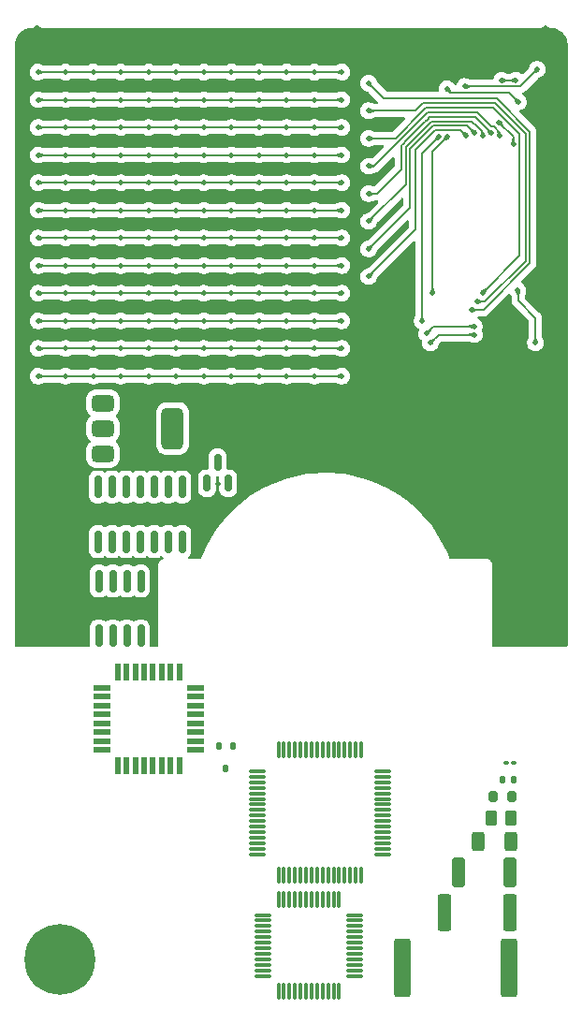
<source format=gbl>
%TF.GenerationSoftware,KiCad,Pcbnew,9.0.0*%
%TF.CreationDate,2025-12-23T16:07:17-05:00*%
%TF.ProjectId,BusinessCard,42757369-6e65-4737-9343-6172642e6b69,rev?*%
%TF.SameCoordinates,Original*%
%TF.FileFunction,Copper,L2,Bot*%
%TF.FilePolarity,Positive*%
%FSLAX46Y46*%
G04 Gerber Fmt 4.6, Leading zero omitted, Abs format (unit mm)*
G04 Created by KiCad (PCBNEW 9.0.0) date 2025-12-23 16:07:17*
%MOMM*%
%LPD*%
G01*
G04 APERTURE LIST*
G04 Aperture macros list*
%AMRoundRect*
0 Rectangle with rounded corners*
0 $1 Rounding radius*
0 $2 $3 $4 $5 $6 $7 $8 $9 X,Y pos of 4 corners*
0 Add a 4 corners polygon primitive as box body*
4,1,4,$2,$3,$4,$5,$6,$7,$8,$9,$2,$3,0*
0 Add four circle primitives for the rounded corners*
1,1,$1+$1,$2,$3*
1,1,$1+$1,$4,$5*
1,1,$1+$1,$6,$7*
1,1,$1+$1,$8,$9*
0 Add four rect primitives between the rounded corners*
20,1,$1+$1,$2,$3,$4,$5,0*
20,1,$1+$1,$4,$5,$6,$7,0*
20,1,$1+$1,$6,$7,$8,$9,0*
20,1,$1+$1,$8,$9,$2,$3,0*%
G04 Aperture macros list end*
%TA.AperFunction,ComponentPad*%
%ADD10C,6.400000*%
%TD*%
%TA.AperFunction,SMDPad,CuDef*%
%ADD11RoundRect,0.250001X0.487499X2.399999X-0.487499X2.399999X-0.487499X-2.399999X0.487499X-2.399999X0*%
%TD*%
%TA.AperFunction,SMDPad,CuDef*%
%ADD12RoundRect,0.075000X0.662500X0.075000X-0.662500X0.075000X-0.662500X-0.075000X0.662500X-0.075000X0*%
%TD*%
%TA.AperFunction,SMDPad,CuDef*%
%ADD13RoundRect,0.075000X0.075000X0.662500X-0.075000X0.662500X-0.075000X-0.662500X0.075000X-0.662500X0*%
%TD*%
%TA.AperFunction,SMDPad,CuDef*%
%ADD14RoundRect,0.250000X0.262500X0.450000X-0.262500X0.450000X-0.262500X-0.450000X0.262500X-0.450000X0*%
%TD*%
%TA.AperFunction,SMDPad,CuDef*%
%ADD15RoundRect,0.150000X0.150000X-0.587500X0.150000X0.587500X-0.150000X0.587500X-0.150000X-0.587500X0*%
%TD*%
%TA.AperFunction,SMDPad,CuDef*%
%ADD16RoundRect,0.250000X0.362500X1.075000X-0.362500X1.075000X-0.362500X-1.075000X0.362500X-1.075000X0*%
%TD*%
%TA.AperFunction,SMDPad,CuDef*%
%ADD17RoundRect,0.250000X0.312500X0.625000X-0.312500X0.625000X-0.312500X-0.625000X0.312500X-0.625000X0*%
%TD*%
%TA.AperFunction,SMDPad,CuDef*%
%ADD18RoundRect,0.375000X-0.625000X-0.375000X0.625000X-0.375000X0.625000X0.375000X-0.625000X0.375000X0*%
%TD*%
%TA.AperFunction,SMDPad,CuDef*%
%ADD19RoundRect,0.500000X-0.500000X-1.400000X0.500000X-1.400000X0.500000X1.400000X-0.500000X1.400000X0*%
%TD*%
%TA.AperFunction,SMDPad,CuDef*%
%ADD20RoundRect,0.250000X0.362500X1.425000X-0.362500X1.425000X-0.362500X-1.425000X0.362500X-1.425000X0*%
%TD*%
%TA.AperFunction,SMDPad,CuDef*%
%ADD21R,1.600000X0.550000*%
%TD*%
%TA.AperFunction,SMDPad,CuDef*%
%ADD22R,0.550000X1.600000*%
%TD*%
%TA.AperFunction,SMDPad,CuDef*%
%ADD23RoundRect,0.150000X-0.150000X0.825000X-0.150000X-0.825000X0.150000X-0.825000X0.150000X0.825000X0*%
%TD*%
%TA.AperFunction,SMDPad,CuDef*%
%ADD24RoundRect,0.200000X0.200000X0.275000X-0.200000X0.275000X-0.200000X-0.275000X0.200000X-0.275000X0*%
%TD*%
%TA.AperFunction,SMDPad,CuDef*%
%ADD25RoundRect,0.135000X0.135000X0.185000X-0.135000X0.185000X-0.135000X-0.185000X0.135000X-0.185000X0*%
%TD*%
%TA.AperFunction,SMDPad,CuDef*%
%ADD26RoundRect,0.112500X-0.112500X-0.237500X0.112500X-0.237500X0.112500X0.237500X-0.112500X0.237500X0*%
%TD*%
%TA.AperFunction,SMDPad,CuDef*%
%ADD27RoundRect,0.100000X0.130000X0.100000X-0.130000X0.100000X-0.130000X-0.100000X0.130000X-0.100000X0*%
%TD*%
%TA.AperFunction,ViaPad*%
%ADD28C,0.500000*%
%TD*%
%TA.AperFunction,ViaPad*%
%ADD29C,0.600000*%
%TD*%
%TA.AperFunction,Conductor*%
%ADD30C,0.200000*%
%TD*%
G04 APERTURE END LIST*
D10*
%TO.P,REF\u002A\u002A,1*%
%TO.N,N/C*%
X24585786Y-104750000D03*
%TD*%
D11*
%TO.P,REF\u002A\u002A,1*%
%TO.N,N/C*%
X65210786Y-105500000D03*
%TO.P,REF\u002A\u002A,2*%
X55585786Y-105500000D03*
%TD*%
D12*
%TO.P,REF\u002A\u002A,1*%
%TO.N,N/C*%
X53748286Y-87750000D03*
%TO.P,REF\u002A\u002A,2*%
X53748286Y-88250000D03*
%TO.P,REF\u002A\u002A,3*%
X53748286Y-88750000D03*
%TO.P,REF\u002A\u002A,4*%
X53748286Y-89250000D03*
%TO.P,REF\u002A\u002A,5*%
X53748286Y-89750000D03*
%TO.P,REF\u002A\u002A,6*%
X53748286Y-90250000D03*
%TO.P,REF\u002A\u002A,7*%
X53748286Y-90750000D03*
%TO.P,REF\u002A\u002A,8*%
X53748286Y-91250000D03*
%TO.P,REF\u002A\u002A,9*%
X53748286Y-91750000D03*
%TO.P,REF\u002A\u002A,10*%
X53748286Y-92250000D03*
%TO.P,REF\u002A\u002A,11*%
X53748286Y-92750000D03*
%TO.P,REF\u002A\u002A,12*%
X53748286Y-93250000D03*
%TO.P,REF\u002A\u002A,13*%
X53748286Y-93750000D03*
%TO.P,REF\u002A\u002A,14*%
X53748286Y-94250000D03*
%TO.P,REF\u002A\u002A,15*%
X53748286Y-94750000D03*
%TO.P,REF\u002A\u002A,16*%
X53748286Y-95250000D03*
D13*
%TO.P,REF\u002A\u002A,17*%
X51835786Y-97162500D03*
%TO.P,REF\u002A\u002A,18*%
X51335786Y-97162500D03*
%TO.P,REF\u002A\u002A,19*%
X50835786Y-97162500D03*
%TO.P,REF\u002A\u002A,20*%
X50335786Y-97162500D03*
%TO.P,REF\u002A\u002A,21*%
X49835786Y-97162500D03*
%TO.P,REF\u002A\u002A,22*%
X49335786Y-97162500D03*
%TO.P,REF\u002A\u002A,23*%
X48835786Y-97162500D03*
%TO.P,REF\u002A\u002A,24*%
X48335786Y-97162500D03*
%TO.P,REF\u002A\u002A,25*%
X47835786Y-97162500D03*
%TO.P,REF\u002A\u002A,26*%
X47335786Y-97162500D03*
%TO.P,REF\u002A\u002A,27*%
X46835786Y-97162500D03*
%TO.P,REF\u002A\u002A,28*%
X46335786Y-97162500D03*
%TO.P,REF\u002A\u002A,29*%
X45835786Y-97162500D03*
%TO.P,REF\u002A\u002A,30*%
X45335786Y-97162500D03*
%TO.P,REF\u002A\u002A,31*%
X44835786Y-97162500D03*
%TO.P,REF\u002A\u002A,32*%
X44335786Y-97162500D03*
D12*
%TO.P,REF\u002A\u002A,33*%
X42423286Y-95250000D03*
%TO.P,REF\u002A\u002A,34*%
X42423286Y-94750000D03*
%TO.P,REF\u002A\u002A,35*%
X42423286Y-94250000D03*
%TO.P,REF\u002A\u002A,36*%
X42423286Y-93750000D03*
%TO.P,REF\u002A\u002A,37*%
X42423286Y-93250000D03*
%TO.P,REF\u002A\u002A,38*%
X42423286Y-92750000D03*
%TO.P,REF\u002A\u002A,39*%
X42423286Y-92250000D03*
%TO.P,REF\u002A\u002A,40*%
X42423286Y-91750000D03*
%TO.P,REF\u002A\u002A,41*%
X42423286Y-91250000D03*
%TO.P,REF\u002A\u002A,42*%
X42423286Y-90750000D03*
%TO.P,REF\u002A\u002A,43*%
X42423286Y-90250000D03*
%TO.P,REF\u002A\u002A,44*%
X42423286Y-89750000D03*
%TO.P,REF\u002A\u002A,45*%
X42423286Y-89250000D03*
%TO.P,REF\u002A\u002A,46*%
X42423286Y-88750000D03*
%TO.P,REF\u002A\u002A,47*%
X42423286Y-88250000D03*
%TO.P,REF\u002A\u002A,48*%
X42423286Y-87750000D03*
D13*
%TO.P,REF\u002A\u002A,49*%
X44335786Y-85837500D03*
%TO.P,REF\u002A\u002A,50*%
X44835786Y-85837500D03*
%TO.P,REF\u002A\u002A,51*%
X45335786Y-85837500D03*
%TO.P,REF\u002A\u002A,52*%
X45835786Y-85837500D03*
%TO.P,REF\u002A\u002A,53*%
X46335786Y-85837500D03*
%TO.P,REF\u002A\u002A,54*%
X46835786Y-85837500D03*
%TO.P,REF\u002A\u002A,55*%
X47335786Y-85837500D03*
%TO.P,REF\u002A\u002A,56*%
X47835786Y-85837500D03*
%TO.P,REF\u002A\u002A,57*%
X48335786Y-85837500D03*
%TO.P,REF\u002A\u002A,58*%
X48835786Y-85837500D03*
%TO.P,REF\u002A\u002A,59*%
X49335786Y-85837500D03*
%TO.P,REF\u002A\u002A,60*%
X49835786Y-85837500D03*
%TO.P,REF\u002A\u002A,61*%
X50335786Y-85837500D03*
%TO.P,REF\u002A\u002A,62*%
X50835786Y-85837500D03*
%TO.P,REF\u002A\u002A,63*%
X51335786Y-85837500D03*
%TO.P,REF\u002A\u002A,64*%
X51835786Y-85837500D03*
%TD*%
D12*
%TO.P,REF\u002A\u002A,1*%
%TO.N,N/C*%
X51248286Y-100750000D03*
%TO.P,REF\u002A\u002A,2*%
X51248286Y-101250000D03*
%TO.P,REF\u002A\u002A,3*%
X51248286Y-101750000D03*
%TO.P,REF\u002A\u002A,4*%
X51248286Y-102250000D03*
%TO.P,REF\u002A\u002A,5*%
X51248286Y-102750000D03*
%TO.P,REF\u002A\u002A,6*%
X51248286Y-103250000D03*
%TO.P,REF\u002A\u002A,7*%
X51248286Y-103750000D03*
%TO.P,REF\u002A\u002A,8*%
X51248286Y-104250000D03*
%TO.P,REF\u002A\u002A,9*%
X51248286Y-104750000D03*
%TO.P,REF\u002A\u002A,10*%
X51248286Y-105250000D03*
%TO.P,REF\u002A\u002A,11*%
X51248286Y-105750000D03*
%TO.P,REF\u002A\u002A,12*%
X51248286Y-106250000D03*
D13*
%TO.P,REF\u002A\u002A,13*%
X49835786Y-107662500D03*
%TO.P,REF\u002A\u002A,14*%
X49335786Y-107662500D03*
%TO.P,REF\u002A\u002A,15*%
X48835786Y-107662500D03*
%TO.P,REF\u002A\u002A,16*%
X48335786Y-107662500D03*
%TO.P,REF\u002A\u002A,17*%
X47835786Y-107662500D03*
%TO.P,REF\u002A\u002A,18*%
X47335786Y-107662500D03*
%TO.P,REF\u002A\u002A,19*%
X46835786Y-107662500D03*
%TO.P,REF\u002A\u002A,20*%
X46335786Y-107662500D03*
%TO.P,REF\u002A\u002A,21*%
X45835786Y-107662500D03*
%TO.P,REF\u002A\u002A,22*%
X45335786Y-107662500D03*
%TO.P,REF\u002A\u002A,23*%
X44835786Y-107662500D03*
%TO.P,REF\u002A\u002A,24*%
X44335786Y-107662500D03*
D12*
%TO.P,REF\u002A\u002A,25*%
X42923286Y-106250000D03*
%TO.P,REF\u002A\u002A,26*%
X42923286Y-105750000D03*
%TO.P,REF\u002A\u002A,27*%
X42923286Y-105250000D03*
%TO.P,REF\u002A\u002A,28*%
X42923286Y-104750000D03*
%TO.P,REF\u002A\u002A,29*%
X42923286Y-104250000D03*
%TO.P,REF\u002A\u002A,30*%
X42923286Y-103750000D03*
%TO.P,REF\u002A\u002A,31*%
X42923286Y-103250000D03*
%TO.P,REF\u002A\u002A,32*%
X42923286Y-102750000D03*
%TO.P,REF\u002A\u002A,33*%
X42923286Y-102250000D03*
%TO.P,REF\u002A\u002A,34*%
X42923286Y-101750000D03*
%TO.P,REF\u002A\u002A,35*%
X42923286Y-101250000D03*
%TO.P,REF\u002A\u002A,36*%
X42923286Y-100750000D03*
D13*
%TO.P,REF\u002A\u002A,37*%
X44335786Y-99337500D03*
%TO.P,REF\u002A\u002A,38*%
X44835786Y-99337500D03*
%TO.P,REF\u002A\u002A,39*%
X45335786Y-99337500D03*
%TO.P,REF\u002A\u002A,40*%
X45835786Y-99337500D03*
%TO.P,REF\u002A\u002A,41*%
X46335786Y-99337500D03*
%TO.P,REF\u002A\u002A,42*%
X46835786Y-99337500D03*
%TO.P,REF\u002A\u002A,43*%
X47335786Y-99337500D03*
%TO.P,REF\u002A\u002A,44*%
X47835786Y-99337500D03*
%TO.P,REF\u002A\u002A,45*%
X48335786Y-99337500D03*
%TO.P,REF\u002A\u002A,46*%
X48835786Y-99337500D03*
%TO.P,REF\u002A\u002A,47*%
X49335786Y-99337500D03*
%TO.P,REF\u002A\u002A,48*%
X49835786Y-99337500D03*
%TD*%
D14*
%TO.P,REF\u002A\u002A,1*%
%TO.N,N/C*%
X65398286Y-92000000D03*
%TO.P,REF\u002A\u002A,2*%
X63573286Y-92000000D03*
%TD*%
D15*
%TO.P,REF\u002A\u002A,1*%
%TO.N,N/C*%
X39785786Y-61687500D03*
%TO.P,REF\u002A\u002A,2*%
X37885786Y-61687500D03*
%TO.P,REF\u002A\u002A,3*%
X38835786Y-59812500D03*
%TD*%
D16*
%TO.P,REF\u002A\u002A,1*%
%TO.N,N/C*%
X65298286Y-96900000D03*
%TO.P,REF\u002A\u002A,2*%
X60673286Y-96900000D03*
%TD*%
D17*
%TO.P,REF\u002A\u002A,1*%
%TO.N,N/C*%
X65348286Y-94100000D03*
%TO.P,REF\u002A\u002A,2*%
X62423286Y-94100000D03*
%TD*%
D18*
%TO.P,REF\u002A\u002A,1*%
%TO.N,N/C*%
X28465786Y-59050000D03*
%TO.P,REF\u002A\u002A,2*%
X28465786Y-56750000D03*
%TO.P,REF\u002A\u002A,3*%
X28465786Y-54450000D03*
D19*
%TO.P,REF\u002A\u002A,4*%
X34765786Y-56750000D03*
%TD*%
D20*
%TO.P,REF\u002A\u002A,1*%
%TO.N,N/C*%
X65298286Y-100500000D03*
%TO.P,REF\u002A\u002A,2*%
X59373286Y-100500000D03*
%TD*%
D21*
%TO.P,REF\u002A\u002A,1*%
%TO.N,N/C*%
X36835786Y-80200000D03*
%TO.P,REF\u002A\u002A,2*%
X36835786Y-81000000D03*
%TO.P,REF\u002A\u002A,3*%
X36835786Y-81800000D03*
%TO.P,REF\u002A\u002A,4*%
X36835786Y-82600000D03*
%TO.P,REF\u002A\u002A,5*%
X36835786Y-83400000D03*
%TO.P,REF\u002A\u002A,6*%
X36835786Y-84200000D03*
%TO.P,REF\u002A\u002A,7*%
X36835786Y-85000000D03*
%TO.P,REF\u002A\u002A,8*%
X36835786Y-85800000D03*
D22*
%TO.P,REF\u002A\u002A,9*%
X35385786Y-87250000D03*
%TO.P,REF\u002A\u002A,10*%
X34585786Y-87250000D03*
%TO.P,REF\u002A\u002A,11*%
X33785786Y-87250000D03*
%TO.P,REF\u002A\u002A,12*%
X32985786Y-87250000D03*
%TO.P,REF\u002A\u002A,13*%
X32185786Y-87250000D03*
%TO.P,REF\u002A\u002A,14*%
X31385786Y-87250000D03*
%TO.P,REF\u002A\u002A,15*%
X30585786Y-87250000D03*
%TO.P,REF\u002A\u002A,16*%
X29785786Y-87250000D03*
D21*
%TO.P,REF\u002A\u002A,17*%
X28335786Y-85800000D03*
%TO.P,REF\u002A\u002A,18*%
X28335786Y-85000000D03*
%TO.P,REF\u002A\u002A,19*%
X28335786Y-84200000D03*
%TO.P,REF\u002A\u002A,20*%
X28335786Y-83400000D03*
%TO.P,REF\u002A\u002A,21*%
X28335786Y-82600000D03*
%TO.P,REF\u002A\u002A,22*%
X28335786Y-81800000D03*
%TO.P,REF\u002A\u002A,23*%
X28335786Y-81000000D03*
%TO.P,REF\u002A\u002A,24*%
X28335786Y-80200000D03*
D22*
%TO.P,REF\u002A\u002A,25*%
X29785786Y-78750000D03*
%TO.P,REF\u002A\u002A,26*%
X30585786Y-78750000D03*
%TO.P,REF\u002A\u002A,27*%
X31385786Y-78750000D03*
%TO.P,REF\u002A\u002A,28*%
X32185786Y-78750000D03*
%TO.P,REF\u002A\u002A,29*%
X32985786Y-78750000D03*
%TO.P,REF\u002A\u002A,30*%
X33785786Y-78750000D03*
%TO.P,REF\u002A\u002A,31*%
X34585786Y-78750000D03*
%TO.P,REF\u002A\u002A,32*%
X35385786Y-78750000D03*
%TD*%
D23*
%TO.P,REF\u002A\u002A,1*%
%TO.N,N/C*%
X28025786Y-62025000D03*
%TO.P,REF\u002A\u002A,2*%
X29295786Y-62025000D03*
%TO.P,REF\u002A\u002A,3*%
X30565786Y-62025000D03*
%TO.P,REF\u002A\u002A,4*%
X31835786Y-62025000D03*
%TO.P,REF\u002A\u002A,5*%
X33105786Y-62025000D03*
%TO.P,REF\u002A\u002A,6*%
X34375786Y-62025000D03*
%TO.P,REF\u002A\u002A,7*%
X35645786Y-62025000D03*
%TO.P,REF\u002A\u002A,8*%
X35645786Y-66975000D03*
%TO.P,REF\u002A\u002A,9*%
X34375786Y-66975000D03*
%TO.P,REF\u002A\u002A,10*%
X33105786Y-66975000D03*
%TO.P,REF\u002A\u002A,11*%
X31835786Y-66975000D03*
%TO.P,REF\u002A\u002A,12*%
X30565786Y-66975000D03*
%TO.P,REF\u002A\u002A,13*%
X29295786Y-66975000D03*
%TO.P,REF\u002A\u002A,14*%
X28025786Y-66975000D03*
%TD*%
D24*
%TO.P,REF\u002A\u002A,1*%
%TO.N,N/C*%
X65455786Y-90000000D03*
%TO.P,REF\u002A\u002A,2*%
X63805786Y-90000000D03*
%TD*%
D25*
%TO.P,REF\u002A\u002A,1*%
%TO.N,N/C*%
X65595786Y-88500000D03*
%TO.P,REF\u002A\u002A,2*%
X64575786Y-88500000D03*
%TD*%
D26*
%TO.P,REF\u002A\u002A,1*%
%TO.N,N/C*%
X38935786Y-85500000D03*
%TO.P,REF\u002A\u002A,2*%
X40235786Y-85500000D03*
%TO.P,REF\u002A\u002A,3*%
X39585786Y-87500000D03*
%TD*%
D27*
%TO.P,REF\u002A\u002A,1*%
%TO.N,N/C*%
X65605786Y-87000000D03*
%TO.P,REF\u002A\u002A,2*%
X64965786Y-87000000D03*
%TD*%
D23*
%TO.P,REF\u002A\u002A,1*%
%TO.N,N/C*%
X28085786Y-70550000D03*
%TO.P,REF\u002A\u002A,2*%
X29355786Y-70550000D03*
%TO.P,REF\u002A\u002A,3*%
X30625786Y-70550000D03*
%TO.P,REF\u002A\u002A,4*%
X31895786Y-70550000D03*
%TO.P,REF\u002A\u002A,5*%
X31895786Y-75500000D03*
%TO.P,REF\u002A\u002A,6*%
X30625786Y-75500000D03*
%TO.P,REF\u002A\u002A,7*%
X29355786Y-75500000D03*
%TO.P,REF\u002A\u002A,8*%
X28085786Y-75500000D03*
%TD*%
D28*
%TO.N,+3.3V*%
X67585786Y-49000000D03*
X66042893Y-27207107D03*
X66000000Y-44250000D03*
X59585786Y-26000000D03*
%TO.N,GND*%
X31335786Y-59250000D03*
D29*
X68084786Y-32000000D03*
D28*
X65000000Y-45250000D03*
X66085786Y-72750000D03*
X46500000Y-59250000D03*
X68525786Y-50950000D03*
X38835786Y-56750000D03*
X63335786Y-60500000D03*
X38835786Y-61750000D03*
X68085786Y-62000000D03*
X58085786Y-26000000D03*
%TO.N,Net-(D10-A)*%
X25085786Y-24500000D03*
X50085786Y-24500000D03*
X32585786Y-24500000D03*
X47585786Y-24500000D03*
X45085786Y-24500000D03*
X37585786Y-24500000D03*
X35085786Y-24500000D03*
X22585786Y-24500000D03*
X40085786Y-24500000D03*
X42585786Y-24500000D03*
X27585786Y-24500000D03*
X30085786Y-24500000D03*
%TO.N,Net-(D14-A)*%
X35085786Y-27000000D03*
X25085786Y-27000000D03*
X42585786Y-27000000D03*
X50085786Y-27000000D03*
X32585786Y-27000000D03*
X47585786Y-27000000D03*
X30085786Y-27000000D03*
X22585786Y-27000000D03*
X45085786Y-27000000D03*
X37585786Y-27000000D03*
X40085786Y-27000000D03*
X27585786Y-27000000D03*
%TO.N,Net-(D26-A)*%
X22585786Y-29500000D03*
X25085786Y-29500000D03*
X30085786Y-29500000D03*
X37585786Y-29500000D03*
X47585786Y-29500000D03*
X40085786Y-29500000D03*
X45085786Y-29500000D03*
X42585786Y-29500000D03*
X27585786Y-29500000D03*
X35085786Y-29500000D03*
X32585786Y-29500000D03*
X50085786Y-29500000D03*
%TO.N,Net-(D38-A)*%
X37585786Y-32000000D03*
X32585786Y-32000000D03*
X42585786Y-32000000D03*
X30085786Y-32000000D03*
X50085786Y-32000000D03*
X47585786Y-32000000D03*
X40085786Y-32000000D03*
X35085786Y-32000000D03*
X27585786Y-32000000D03*
X45085786Y-32000000D03*
X22585786Y-32000000D03*
X25085786Y-32000000D03*
%TO.N,Net-(D50-A)*%
X35085786Y-34500000D03*
X27585786Y-34500000D03*
X25085786Y-34500000D03*
X40085786Y-34500000D03*
X22585786Y-34500000D03*
X30085786Y-34500000D03*
X42585786Y-34500000D03*
X37585786Y-34500000D03*
X32585786Y-34500000D03*
X45085786Y-34500000D03*
X50085786Y-34500000D03*
X47585786Y-34500000D03*
%TO.N,Net-(D62-A)*%
X32585786Y-37000000D03*
X42585786Y-37000000D03*
X45085786Y-37000000D03*
X30085786Y-37000000D03*
X22585786Y-37000000D03*
X35085786Y-37000000D03*
X37585786Y-37000000D03*
X25085786Y-37000000D03*
X40085786Y-37000000D03*
X27585786Y-37000000D03*
X50085786Y-37000000D03*
X47585786Y-37000000D03*
%TO.N,Net-(D100-A)*%
X25085786Y-44500000D03*
X47585786Y-44500000D03*
X45085786Y-44500000D03*
X35085786Y-44500000D03*
X40085786Y-44500000D03*
X37585786Y-44500000D03*
X27585786Y-44500000D03*
X42585786Y-44500000D03*
X30085786Y-44500000D03*
X22585786Y-44500000D03*
X50085786Y-44500000D03*
X32585786Y-44500000D03*
%TO.N,Net-(D74-A)*%
X27585786Y-39500000D03*
X35085786Y-39500000D03*
X32585786Y-39500000D03*
X47585786Y-39500000D03*
X37585786Y-39500000D03*
X45085786Y-39500000D03*
X40085786Y-39500000D03*
X25085786Y-39500000D03*
X22585786Y-39500000D03*
X30085786Y-39500000D03*
X42585786Y-39500000D03*
X50085786Y-39500000D03*
%TO.N,Net-(D86-A)*%
X25085786Y-42000000D03*
X45085786Y-42000000D03*
X47585786Y-42000000D03*
X27585786Y-42000000D03*
X50085786Y-42000000D03*
X35085786Y-42000000D03*
X37585786Y-42000000D03*
X30085786Y-42000000D03*
X40085786Y-42000000D03*
X22585786Y-42000000D03*
X32585786Y-42000000D03*
X42585786Y-42000000D03*
%TO.N,Net-(D110-A)*%
X50085786Y-47000000D03*
X25085786Y-47000000D03*
X30085786Y-47000000D03*
X47585786Y-47000000D03*
X45085786Y-47000000D03*
X40085786Y-47000000D03*
X27585786Y-47000000D03*
X35085786Y-47000000D03*
X42585786Y-47000000D03*
X32585786Y-47000000D03*
X22585786Y-47000000D03*
X37585786Y-47000000D03*
%TO.N,Net-(D122-A)*%
X42585786Y-49500000D03*
X40085786Y-49500000D03*
X25085786Y-49500000D03*
X35085786Y-49500000D03*
X45085786Y-49500000D03*
X27585786Y-49500000D03*
X22585786Y-49500000D03*
X50085786Y-49500000D03*
X37585786Y-49500000D03*
X32585786Y-49500000D03*
X47585786Y-49500000D03*
X30085786Y-49500000D03*
%TO.N,Net-(D134-A)*%
X40085786Y-52000000D03*
X30085786Y-52000000D03*
X47585786Y-52000000D03*
X37585786Y-52000000D03*
X25085786Y-52000000D03*
X42585786Y-52000000D03*
X35085786Y-52000000D03*
X27585786Y-52000000D03*
X50085786Y-52000000D03*
X45085786Y-52000000D03*
X22585786Y-52000000D03*
X32585786Y-52000000D03*
%TO.N,Net-(J2-Pin_4)*%
X65835786Y-25250000D03*
X64535786Y-25250000D03*
%TO.N,Net-(J1-Pin_2)*%
X61185786Y-25800000D03*
X67750000Y-24250000D03*
%TO.N,Net-(J2-Pin_3)*%
X64305427Y-29030359D03*
X65585786Y-31000000D03*
%TO.N,R1*%
X52500000Y-25500000D03*
X61835786Y-46000000D03*
%TO.N,R2*%
X52500000Y-28000000D03*
X62335786Y-45250000D03*
%TO.N,R3*%
X62803076Y-44465876D03*
X52500000Y-30500000D03*
%TO.N,R4*%
X52500000Y-33000000D03*
X64335786Y-30250000D03*
%TO.N,R5*%
X63585786Y-30000000D03*
X52500000Y-35500000D03*
%TO.N,R6*%
X52500000Y-38000000D03*
X62835786Y-30250000D03*
%TO.N,R7*%
X52500000Y-40500000D03*
X62085786Y-30000000D03*
%TO.N,R8*%
X52500000Y-43000000D03*
X61335786Y-30250000D03*
%TO.N,R9*%
X59613603Y-30350000D03*
X58285786Y-44500000D03*
%TO.N,R10*%
X57335786Y-47000000D03*
X58835786Y-30350000D03*
%TO.N,R11*%
X57735786Y-48150000D03*
X62067968Y-47500000D03*
%TO.N,R12*%
X62095786Y-48250000D03*
X58085786Y-49000000D03*
%TD*%
D30*
%TO.N,+3.3V*%
X66000000Y-44250000D02*
X66035786Y-44285786D01*
X59985786Y-26400000D02*
X59585786Y-26000000D01*
X67585786Y-46750000D02*
X67585786Y-49000000D01*
X66035786Y-45200000D02*
X67585786Y-46750000D01*
X66042893Y-27207107D02*
X65235786Y-26400000D01*
X65235786Y-26400000D02*
X59985786Y-26400000D01*
X66035786Y-44285786D02*
X66035786Y-45200000D01*
%TO.N,Net-(D10-A)*%
X50085786Y-24500000D02*
X22585786Y-24500000D01*
%TO.N,Net-(D14-A)*%
X22585786Y-27000000D02*
X50085786Y-27000000D01*
%TO.N,Net-(D26-A)*%
X50085786Y-29500000D02*
X22585786Y-29500000D01*
%TO.N,Net-(D38-A)*%
X22585786Y-32000000D02*
X50085786Y-32000000D01*
%TO.N,Net-(D50-A)*%
X50085786Y-34500000D02*
X22585786Y-34500000D01*
%TO.N,Net-(D62-A)*%
X22585786Y-37000000D02*
X50085786Y-37000000D01*
%TO.N,Net-(D100-A)*%
X50085786Y-44500000D02*
X22585786Y-44500000D01*
%TO.N,Net-(D74-A)*%
X50085786Y-39500000D02*
X22585786Y-39500000D01*
%TO.N,Net-(D86-A)*%
X22585786Y-42000000D02*
X50085786Y-42000000D01*
%TO.N,Net-(D110-A)*%
X22585786Y-47000000D02*
X50085786Y-47000000D01*
%TO.N,Net-(D122-A)*%
X50085786Y-49500000D02*
X22585786Y-49500000D01*
%TO.N,Net-(D134-A)*%
X22585786Y-52000000D02*
X50085786Y-52000000D01*
%TO.N,Net-(J2-Pin_4)*%
X65835786Y-25250000D02*
X64535786Y-25250000D01*
%TO.N,Net-(J1-Pin_2)*%
X66200000Y-25800000D02*
X61185786Y-25800000D01*
X67750000Y-24250000D02*
X66200000Y-25800000D01*
%TO.N,Net-(J2-Pin_3)*%
X64305427Y-29030359D02*
X65585786Y-30310718D01*
X65585786Y-30310718D02*
X65585786Y-31000000D01*
%TO.N,R1*%
X53900000Y-26900000D02*
X64087086Y-26900000D01*
X62885786Y-46000000D02*
X61835786Y-46000000D01*
X67088786Y-41797000D02*
X62885786Y-46000000D01*
X67088786Y-29901700D02*
X67088786Y-41797000D01*
X52500000Y-25500000D02*
X53900000Y-26900000D01*
X64087086Y-26900000D02*
X67088786Y-29901700D01*
%TO.N,R2*%
X63035786Y-45250000D02*
X62335786Y-45250000D01*
X57450000Y-27300000D02*
X63919986Y-27300000D01*
X52500000Y-28000000D02*
X56750000Y-28000000D01*
X66687786Y-41598000D02*
X63035786Y-45250000D01*
X66687786Y-30067800D02*
X66687786Y-41598000D01*
X56750000Y-28000000D02*
X57450000Y-27300000D01*
X63919986Y-27300000D02*
X66687786Y-30067800D01*
%TO.N,R3*%
X66136786Y-41132166D02*
X62803076Y-44465876D01*
X62464986Y-27745000D02*
X63799300Y-27745000D01*
X58020100Y-27745000D02*
X62132786Y-27745000D01*
X57755000Y-27745000D02*
X58020100Y-27745000D01*
X54932900Y-30500000D02*
X57453000Y-27979900D01*
X57453000Y-27979900D02*
X57687900Y-27745000D01*
X62132786Y-27745000D02*
X62464986Y-27745000D01*
X66136786Y-30082486D02*
X66136786Y-41132166D01*
X57687900Y-27745000D02*
X57755000Y-27745000D01*
X63799300Y-27745000D02*
X66136786Y-30082486D01*
X52500000Y-30500000D02*
X54932900Y-30500000D01*
%TO.N,R4*%
X52500000Y-33000000D02*
X53000000Y-33000000D01*
X63601886Y-29449000D02*
X63814018Y-29449000D01*
X63814018Y-29449000D02*
X64335786Y-29970768D01*
X53000000Y-33000000D02*
X57854000Y-28146000D01*
X64335786Y-29970768D02*
X64335786Y-30250000D01*
X62298886Y-28146000D02*
X63601886Y-29449000D01*
X57854000Y-28146000D02*
X62298886Y-28146000D01*
%TO.N,R5*%
X58701886Y-28547000D02*
X61102586Y-28547000D01*
X57802586Y-28781900D02*
X58037486Y-28547000D01*
X55448000Y-33302000D02*
X55448000Y-31800886D01*
X55448000Y-31136486D02*
X55500000Y-31084486D01*
X62132786Y-28547000D02*
X63585786Y-30000000D01*
X61766986Y-28547000D02*
X61979118Y-28547000D01*
X55833900Y-30750586D02*
X55917800Y-30666686D01*
X61646918Y-28547000D02*
X61766986Y-28547000D01*
X55448000Y-31468686D02*
X55448000Y-31136486D01*
X55682900Y-30901586D02*
X55833900Y-30750586D01*
X61979118Y-28547000D02*
X62132786Y-28547000D01*
X55500000Y-31084486D02*
X55599000Y-30985486D01*
X53250000Y-35500000D02*
X55448000Y-33302000D01*
X61434786Y-28547000D02*
X61646918Y-28547000D01*
X58037486Y-28547000D02*
X58369686Y-28547000D01*
X57567686Y-29016800D02*
X57802586Y-28781900D01*
X52500000Y-35500000D02*
X53250000Y-35500000D01*
X61102586Y-28547000D02*
X61434786Y-28547000D01*
X58369686Y-28547000D02*
X58701886Y-28547000D01*
X55448000Y-31800886D02*
X55448000Y-31468686D01*
X55599000Y-30985486D02*
X55682900Y-30901586D01*
X55917800Y-30666686D02*
X57567686Y-29016800D01*
%TO.N,R6*%
X62835786Y-29970768D02*
X62835786Y-30250000D01*
X55849000Y-31302586D02*
X56000000Y-31151586D01*
X61813018Y-28948000D02*
X62314018Y-29449000D01*
X52500000Y-38000000D02*
X55849000Y-34651000D01*
X62636786Y-29771768D02*
X62835786Y-29970768D01*
X61600886Y-28948000D02*
X61813018Y-28948000D01*
X58535786Y-28948000D02*
X61268686Y-28948000D01*
X62314018Y-29449000D02*
X62636786Y-29771768D01*
X55849000Y-34651000D02*
X55849000Y-31634786D01*
X56000000Y-31151586D02*
X56083900Y-31067686D01*
X61268686Y-28948000D02*
X61600886Y-28948000D01*
X58203586Y-28948000D02*
X58535786Y-28948000D01*
X57968686Y-29182900D02*
X58203586Y-28948000D01*
X55849000Y-31634786D02*
X55849000Y-31302586D01*
X56083900Y-31067686D02*
X57968686Y-29182900D01*
%TO.N,R7*%
X61434786Y-29349000D02*
X62085786Y-30000000D01*
X52500000Y-40500000D02*
X56250000Y-36750000D01*
X56250000Y-36750000D02*
X56250000Y-31468686D01*
X58369686Y-29349000D02*
X61434786Y-29349000D01*
X56250000Y-31468686D02*
X58369686Y-29349000D01*
%TO.N,R8*%
X56750000Y-38750000D02*
X56750000Y-31535786D01*
X58535786Y-29750000D02*
X60835786Y-29750000D01*
X52500000Y-43000000D02*
X56750000Y-38750000D01*
X56750000Y-31535786D02*
X58535786Y-29750000D01*
X60835786Y-29750000D02*
X61335786Y-30250000D01*
%TO.N,R9*%
X58285786Y-31677817D02*
X59613603Y-30350000D01*
X58285786Y-44500000D02*
X58285786Y-31677817D01*
%TO.N,R10*%
X57335786Y-31850000D02*
X58835786Y-30350000D01*
X57335786Y-47000000D02*
X57335786Y-31850000D01*
%TO.N,R11*%
X58385786Y-47500000D02*
X57735786Y-48150000D01*
X62067968Y-47500000D02*
X58385786Y-47500000D01*
%TO.N,R12*%
X62095786Y-48250000D02*
X58835786Y-48250000D01*
X58835786Y-48250000D02*
X58085786Y-49000000D01*
%TD*%
%TA.AperFunction,Conductor*%
%TO.N,GND*%
G36*
X68588719Y-20294704D02*
G01*
X68598375Y-20305847D01*
X68599498Y-20307311D01*
X68599500Y-20307314D01*
X68692686Y-20400500D01*
X68806814Y-20466392D01*
X68934108Y-20500500D01*
X68995572Y-20500500D01*
X69004418Y-20500816D01*
X69204561Y-20515130D01*
X69222063Y-20517647D01*
X69413797Y-20559355D01*
X69430755Y-20564334D01*
X69614609Y-20632909D01*
X69630701Y-20640259D01*
X69802904Y-20734288D01*
X69817784Y-20743849D01*
X69974867Y-20861441D01*
X69988237Y-20873027D01*
X70126972Y-21011762D01*
X70138558Y-21025132D01*
X70256146Y-21182210D01*
X70265711Y-21197095D01*
X70359740Y-21369298D01*
X70367090Y-21385390D01*
X70435662Y-21569236D01*
X70440646Y-21586212D01*
X70482351Y-21777931D01*
X70484869Y-21795442D01*
X70499184Y-21995580D01*
X70499500Y-22004427D01*
X70499500Y-76376000D01*
X70479815Y-76443039D01*
X70427011Y-76488794D01*
X70375500Y-76500000D01*
X63815927Y-76500000D01*
X63748888Y-76480315D01*
X63703133Y-76427511D01*
X63691927Y-76376095D01*
X63691818Y-76234651D01*
X63686286Y-69049945D01*
X63686286Y-68984108D01*
X63686240Y-68983937D01*
X63686240Y-68983770D01*
X63686235Y-68983731D01*
X63686235Y-68983723D01*
X63669237Y-68920481D01*
X63652178Y-68856814D01*
X63652079Y-68856643D01*
X63652029Y-68856455D01*
X63619293Y-68799856D01*
X63586286Y-68742686D01*
X63586285Y-68742685D01*
X63586283Y-68742681D01*
X63586051Y-68742379D01*
X63539747Y-68696147D01*
X63539678Y-68696078D01*
X63493106Y-68649505D01*
X63492820Y-68649285D01*
X63492817Y-68649282D01*
X63492798Y-68649267D01*
X63435652Y-68616332D01*
X63435541Y-68616268D01*
X63378972Y-68583608D01*
X63378784Y-68583557D01*
X63378613Y-68583459D01*
X63378550Y-68583442D01*
X63378548Y-68583441D01*
X63314560Y-68566349D01*
X63251678Y-68549500D01*
X63251484Y-68549500D01*
X63251293Y-68549449D01*
X63251291Y-68549449D01*
X63185400Y-68549500D01*
X59915314Y-68549500D01*
X59848275Y-68529815D01*
X59802520Y-68477011D01*
X59800348Y-68471964D01*
X59749165Y-68345321D01*
X59584891Y-67938855D01*
X59295578Y-67325262D01*
X58972068Y-66728990D01*
X58615396Y-66151944D01*
X58226699Y-65595964D01*
X58226698Y-65595962D01*
X58226694Y-65595957D01*
X58226693Y-65595956D01*
X57807231Y-65062844D01*
X57807211Y-65062820D01*
X57358300Y-64554245D01*
X57358293Y-64554237D01*
X57296567Y-64491800D01*
X56881372Y-64071828D01*
X56881337Y-64071795D01*
X56384622Y-63623142D01*
X56377935Y-63617102D01*
X56377934Y-63617101D01*
X55849627Y-63191545D01*
X55298146Y-62796526D01*
X55298138Y-62796521D01*
X55292712Y-62793081D01*
X54725206Y-62433269D01*
X54132674Y-62102960D01*
X53522430Y-61806647D01*
X53434238Y-61769825D01*
X52896429Y-61545279D01*
X52896427Y-61545278D01*
X52896424Y-61545277D01*
X52258336Y-61320276D01*
X52256649Y-61319681D01*
X52256635Y-61319677D01*
X51605181Y-61130590D01*
X51605138Y-61130579D01*
X50944069Y-60978598D01*
X50944027Y-60978589D01*
X50275369Y-60864179D01*
X49601306Y-60787720D01*
X49266930Y-60768830D01*
X48924013Y-60749457D01*
X48924001Y-60749457D01*
X48245646Y-60749511D01*
X48245594Y-60749513D01*
X47568357Y-60787882D01*
X47568352Y-60787883D01*
X47568346Y-60787883D01*
X47568340Y-60787884D01*
X47276903Y-60820989D01*
X46894283Y-60864452D01*
X46225683Y-60978962D01*
X46225648Y-60978969D01*
X45564553Y-61131069D01*
X45564550Y-61131069D01*
X45564545Y-61131071D01*
X45238814Y-61225671D01*
X44913076Y-61320274D01*
X44913069Y-61320276D01*
X44273353Y-61545967D01*
X43647408Y-61807430D01*
X43647392Y-61807437D01*
X43037192Y-62103849D01*
X43037154Y-62103868D01*
X42444709Y-62434254D01*
X41871850Y-62797589D01*
X41871838Y-62797597D01*
X41320397Y-63192721D01*
X41320394Y-63192724D01*
X40792198Y-63618328D01*
X40792173Y-63618350D01*
X40288825Y-64073143D01*
X40288803Y-64073163D01*
X39811964Y-64555643D01*
X39363125Y-65064302D01*
X39363122Y-65064306D01*
X38943738Y-65597494D01*
X38943735Y-65597498D01*
X38555124Y-66153543D01*
X38198542Y-66730650D01*
X38198527Y-66730676D01*
X37875122Y-67326984D01*
X37585905Y-67940627D01*
X37370650Y-68473483D01*
X37327288Y-68528269D01*
X37261190Y-68550915D01*
X37255619Y-68551038D01*
X36257745Y-68550568D01*
X36190714Y-68530852D01*
X36144984Y-68478026D01*
X36135073Y-68408863D01*
X36164128Y-68345321D01*
X36194688Y-68319832D01*
X36197651Y-68318081D01*
X36313867Y-68201865D01*
X36397530Y-68060398D01*
X36443384Y-67902569D01*
X36446286Y-67865694D01*
X36446286Y-66084306D01*
X36443384Y-66047431D01*
X36397530Y-65889602D01*
X36313867Y-65748135D01*
X36313865Y-65748133D01*
X36313862Y-65748129D01*
X36197656Y-65631923D01*
X36197648Y-65631917D01*
X36056182Y-65548255D01*
X36056179Y-65548254D01*
X35898359Y-65502402D01*
X35898353Y-65502401D01*
X35861487Y-65499500D01*
X35861480Y-65499500D01*
X35430092Y-65499500D01*
X35430084Y-65499500D01*
X35393218Y-65502401D01*
X35393212Y-65502402D01*
X35235392Y-65548254D01*
X35235389Y-65548255D01*
X35093923Y-65631917D01*
X35087755Y-65636702D01*
X35085858Y-65634256D01*
X35037144Y-65660857D01*
X34967452Y-65655873D01*
X34935082Y-65635069D01*
X34933817Y-65636702D01*
X34927648Y-65631917D01*
X34786182Y-65548255D01*
X34786179Y-65548254D01*
X34628359Y-65502402D01*
X34628353Y-65502401D01*
X34591487Y-65499500D01*
X34591480Y-65499500D01*
X34160092Y-65499500D01*
X34160084Y-65499500D01*
X34123218Y-65502401D01*
X34123212Y-65502402D01*
X33965392Y-65548254D01*
X33965389Y-65548255D01*
X33823923Y-65631917D01*
X33817755Y-65636702D01*
X33815858Y-65634256D01*
X33767144Y-65660857D01*
X33697452Y-65655873D01*
X33665082Y-65635069D01*
X33663817Y-65636702D01*
X33657648Y-65631917D01*
X33516182Y-65548255D01*
X33516179Y-65548254D01*
X33358359Y-65502402D01*
X33358353Y-65502401D01*
X33321487Y-65499500D01*
X33321480Y-65499500D01*
X32890092Y-65499500D01*
X32890084Y-65499500D01*
X32853218Y-65502401D01*
X32853212Y-65502402D01*
X32695392Y-65548254D01*
X32695389Y-65548255D01*
X32553923Y-65631917D01*
X32547755Y-65636702D01*
X32545858Y-65634256D01*
X32497144Y-65660857D01*
X32427452Y-65655873D01*
X32395082Y-65635069D01*
X32393817Y-65636702D01*
X32387648Y-65631917D01*
X32246182Y-65548255D01*
X32246179Y-65548254D01*
X32088359Y-65502402D01*
X32088353Y-65502401D01*
X32051487Y-65499500D01*
X32051480Y-65499500D01*
X31620092Y-65499500D01*
X31620084Y-65499500D01*
X31583218Y-65502401D01*
X31583212Y-65502402D01*
X31425392Y-65548254D01*
X31425389Y-65548255D01*
X31283923Y-65631917D01*
X31277755Y-65636702D01*
X31275858Y-65634256D01*
X31227144Y-65660857D01*
X31157452Y-65655873D01*
X31125082Y-65635069D01*
X31123817Y-65636702D01*
X31117648Y-65631917D01*
X30976182Y-65548255D01*
X30976179Y-65548254D01*
X30818359Y-65502402D01*
X30818353Y-65502401D01*
X30781487Y-65499500D01*
X30781480Y-65499500D01*
X30350092Y-65499500D01*
X30350084Y-65499500D01*
X30313218Y-65502401D01*
X30313212Y-65502402D01*
X30155392Y-65548254D01*
X30155389Y-65548255D01*
X30013923Y-65631917D01*
X30007755Y-65636702D01*
X30005858Y-65634256D01*
X29957144Y-65660857D01*
X29887452Y-65655873D01*
X29855082Y-65635069D01*
X29853817Y-65636702D01*
X29847648Y-65631917D01*
X29706182Y-65548255D01*
X29706179Y-65548254D01*
X29548359Y-65502402D01*
X29548353Y-65502401D01*
X29511487Y-65499500D01*
X29511480Y-65499500D01*
X29080092Y-65499500D01*
X29080084Y-65499500D01*
X29043218Y-65502401D01*
X29043212Y-65502402D01*
X28885392Y-65548254D01*
X28885389Y-65548255D01*
X28743923Y-65631917D01*
X28737755Y-65636702D01*
X28735858Y-65634256D01*
X28687144Y-65660857D01*
X28617452Y-65655873D01*
X28585082Y-65635069D01*
X28583817Y-65636702D01*
X28577648Y-65631917D01*
X28436182Y-65548255D01*
X28436179Y-65548254D01*
X28278359Y-65502402D01*
X28278353Y-65502401D01*
X28241487Y-65499500D01*
X28241480Y-65499500D01*
X27810092Y-65499500D01*
X27810084Y-65499500D01*
X27773218Y-65502401D01*
X27773212Y-65502402D01*
X27615392Y-65548254D01*
X27615389Y-65548255D01*
X27473923Y-65631917D01*
X27473915Y-65631923D01*
X27357709Y-65748129D01*
X27357703Y-65748137D01*
X27274041Y-65889603D01*
X27274040Y-65889606D01*
X27228188Y-66047426D01*
X27228187Y-66047432D01*
X27225286Y-66084298D01*
X27225286Y-67865701D01*
X27228187Y-67902567D01*
X27228188Y-67902573D01*
X27274040Y-68060393D01*
X27274041Y-68060396D01*
X27357703Y-68201862D01*
X27357709Y-68201870D01*
X27473915Y-68318076D01*
X27473919Y-68318079D01*
X27473921Y-68318081D01*
X27615388Y-68401744D01*
X27639892Y-68408863D01*
X27773212Y-68447597D01*
X27773215Y-68447597D01*
X27773217Y-68447598D01*
X27810092Y-68450500D01*
X27810100Y-68450500D01*
X28241472Y-68450500D01*
X28241480Y-68450500D01*
X28278355Y-68447598D01*
X28278357Y-68447597D01*
X28278359Y-68447597D01*
X28319977Y-68435505D01*
X28436184Y-68401744D01*
X28577651Y-68318081D01*
X28577656Y-68318075D01*
X28583817Y-68313298D01*
X28585719Y-68315750D01*
X28634365Y-68289155D01*
X28704060Y-68294104D01*
X28736481Y-68314940D01*
X28737755Y-68313298D01*
X28743918Y-68318078D01*
X28743921Y-68318081D01*
X28885388Y-68401744D01*
X28909892Y-68408863D01*
X29043212Y-68447597D01*
X29043215Y-68447597D01*
X29043217Y-68447598D01*
X29080092Y-68450500D01*
X29080100Y-68450500D01*
X29511472Y-68450500D01*
X29511480Y-68450500D01*
X29548355Y-68447598D01*
X29548357Y-68447597D01*
X29548359Y-68447597D01*
X29589977Y-68435505D01*
X29706184Y-68401744D01*
X29847651Y-68318081D01*
X29847656Y-68318075D01*
X29853817Y-68313298D01*
X29855719Y-68315750D01*
X29904365Y-68289155D01*
X29974060Y-68294104D01*
X30006481Y-68314940D01*
X30007755Y-68313298D01*
X30013918Y-68318078D01*
X30013921Y-68318081D01*
X30155388Y-68401744D01*
X30179892Y-68408863D01*
X30313212Y-68447597D01*
X30313215Y-68447597D01*
X30313217Y-68447598D01*
X30350092Y-68450500D01*
X30350100Y-68450500D01*
X30781472Y-68450500D01*
X30781480Y-68450500D01*
X30818355Y-68447598D01*
X30818357Y-68447597D01*
X30818359Y-68447597D01*
X30859977Y-68435505D01*
X30976184Y-68401744D01*
X31117651Y-68318081D01*
X31117656Y-68318075D01*
X31123817Y-68313298D01*
X31125719Y-68315750D01*
X31174365Y-68289155D01*
X31244060Y-68294104D01*
X31276481Y-68314940D01*
X31277755Y-68313298D01*
X31283918Y-68318078D01*
X31283921Y-68318081D01*
X31425388Y-68401744D01*
X31449892Y-68408863D01*
X31583212Y-68447597D01*
X31583215Y-68447597D01*
X31583217Y-68447598D01*
X31620092Y-68450500D01*
X31620100Y-68450500D01*
X32051472Y-68450500D01*
X32051480Y-68450500D01*
X32088355Y-68447598D01*
X32088357Y-68447597D01*
X32088359Y-68447597D01*
X32129977Y-68435505D01*
X32246184Y-68401744D01*
X32387651Y-68318081D01*
X32387656Y-68318075D01*
X32393817Y-68313298D01*
X32395719Y-68315750D01*
X32444365Y-68289155D01*
X32514060Y-68294104D01*
X32546481Y-68314940D01*
X32547755Y-68313298D01*
X32553918Y-68318078D01*
X32553921Y-68318081D01*
X32695388Y-68401744D01*
X32719892Y-68408863D01*
X32853212Y-68447597D01*
X32853215Y-68447597D01*
X32853217Y-68447598D01*
X32890092Y-68450500D01*
X32890100Y-68450500D01*
X33321472Y-68450500D01*
X33321480Y-68450500D01*
X33358355Y-68447598D01*
X33358357Y-68447597D01*
X33358359Y-68447597D01*
X33399977Y-68435505D01*
X33516184Y-68401744D01*
X33657651Y-68318081D01*
X33657656Y-68318075D01*
X33663817Y-68313298D01*
X33664420Y-68314075D01*
X33667034Y-68310625D01*
X33691499Y-68301655D01*
X33714365Y-68289155D01*
X33723776Y-68289823D01*
X33732635Y-68286576D01*
X33758067Y-68292258D01*
X33784060Y-68294104D01*
X33791615Y-68299753D01*
X33800823Y-68301811D01*
X33817133Y-68314099D01*
X33817755Y-68313298D01*
X33823924Y-68318083D01*
X33869218Y-68344870D01*
X33916902Y-68395939D01*
X33929405Y-68464681D01*
X33902759Y-68529270D01*
X33845424Y-68569200D01*
X33838104Y-68571400D01*
X33792959Y-68583460D01*
X33792957Y-68583460D01*
X33792882Y-68583481D01*
X33759689Y-68602624D01*
X33734129Y-68617365D01*
X33678781Y-68649264D01*
X33678729Y-68649315D01*
X33678661Y-68649355D01*
X33678500Y-68649515D01*
X33678498Y-68649517D01*
X33630677Y-68697293D01*
X33630654Y-68697315D01*
X33630652Y-68697317D01*
X33630652Y-68697318D01*
X33630435Y-68697533D01*
X33630327Y-68697642D01*
X33630137Y-68697831D01*
X33585523Y-68742378D01*
X33585485Y-68742442D01*
X33585431Y-68742497D01*
X33585305Y-68742714D01*
X33585302Y-68742718D01*
X33551895Y-68800519D01*
X33551894Y-68800518D01*
X33551878Y-68800546D01*
X33551877Y-68800550D01*
X33551626Y-68800982D01*
X33551180Y-68801754D01*
X33519543Y-68856455D01*
X33519523Y-68856527D01*
X33519485Y-68856594D01*
X33519429Y-68856800D01*
X33519427Y-68856805D01*
X33502159Y-68921129D01*
X33502075Y-68921441D01*
X33485337Y-68983723D01*
X33485336Y-68983797D01*
X33485317Y-68983872D01*
X33485285Y-69050229D01*
X33479753Y-76234651D01*
X33479644Y-76376095D01*
X33459908Y-76443120D01*
X33407069Y-76488834D01*
X33355644Y-76500000D01*
X32820286Y-76500000D01*
X32753247Y-76480315D01*
X32707492Y-76427511D01*
X32696286Y-76376000D01*
X32696286Y-74609313D01*
X32696285Y-74609298D01*
X32693384Y-74572432D01*
X32693383Y-74572426D01*
X32647531Y-74414606D01*
X32647530Y-74414603D01*
X32647530Y-74414602D01*
X32563867Y-74273135D01*
X32563865Y-74273133D01*
X32563862Y-74273129D01*
X32447656Y-74156923D01*
X32447648Y-74156917D01*
X32306182Y-74073255D01*
X32306179Y-74073254D01*
X32148359Y-74027402D01*
X32148353Y-74027401D01*
X32111487Y-74024500D01*
X32111480Y-74024500D01*
X31680092Y-74024500D01*
X31680084Y-74024500D01*
X31643218Y-74027401D01*
X31643212Y-74027402D01*
X31485392Y-74073254D01*
X31485389Y-74073255D01*
X31343923Y-74156917D01*
X31337755Y-74161702D01*
X31335858Y-74159256D01*
X31287144Y-74185857D01*
X31217452Y-74180873D01*
X31185082Y-74160069D01*
X31183817Y-74161702D01*
X31177648Y-74156917D01*
X31036182Y-74073255D01*
X31036179Y-74073254D01*
X30878359Y-74027402D01*
X30878353Y-74027401D01*
X30841487Y-74024500D01*
X30841480Y-74024500D01*
X30410092Y-74024500D01*
X30410084Y-74024500D01*
X30373218Y-74027401D01*
X30373212Y-74027402D01*
X30215392Y-74073254D01*
X30215389Y-74073255D01*
X30073923Y-74156917D01*
X30067755Y-74161702D01*
X30065858Y-74159256D01*
X30017144Y-74185857D01*
X29947452Y-74180873D01*
X29915082Y-74160069D01*
X29913817Y-74161702D01*
X29907648Y-74156917D01*
X29766182Y-74073255D01*
X29766179Y-74073254D01*
X29608359Y-74027402D01*
X29608353Y-74027401D01*
X29571487Y-74024500D01*
X29571480Y-74024500D01*
X29140092Y-74024500D01*
X29140084Y-74024500D01*
X29103218Y-74027401D01*
X29103212Y-74027402D01*
X28945392Y-74073254D01*
X28945389Y-74073255D01*
X28803923Y-74156917D01*
X28797755Y-74161702D01*
X28795858Y-74159256D01*
X28747144Y-74185857D01*
X28677452Y-74180873D01*
X28645082Y-74160069D01*
X28643817Y-74161702D01*
X28637648Y-74156917D01*
X28496182Y-74073255D01*
X28496179Y-74073254D01*
X28338359Y-74027402D01*
X28338353Y-74027401D01*
X28301487Y-74024500D01*
X28301480Y-74024500D01*
X27870092Y-74024500D01*
X27870084Y-74024500D01*
X27833218Y-74027401D01*
X27833212Y-74027402D01*
X27675392Y-74073254D01*
X27675389Y-74073255D01*
X27533923Y-74156917D01*
X27533915Y-74156923D01*
X27417709Y-74273129D01*
X27417703Y-74273137D01*
X27334041Y-74414603D01*
X27334040Y-74414606D01*
X27288188Y-74572426D01*
X27288187Y-74572432D01*
X27285286Y-74609298D01*
X27285286Y-76376000D01*
X27265601Y-76443039D01*
X27212797Y-76488794D01*
X27161286Y-76500000D01*
X20624500Y-76500000D01*
X20557461Y-76480315D01*
X20511706Y-76427511D01*
X20500500Y-76376000D01*
X20500500Y-69659298D01*
X27285286Y-69659298D01*
X27285286Y-71440701D01*
X27288187Y-71477567D01*
X27288188Y-71477573D01*
X27334040Y-71635393D01*
X27334041Y-71635396D01*
X27417703Y-71776862D01*
X27417709Y-71776870D01*
X27533915Y-71893076D01*
X27533919Y-71893079D01*
X27533921Y-71893081D01*
X27675388Y-71976744D01*
X27717010Y-71988836D01*
X27833212Y-72022597D01*
X27833215Y-72022597D01*
X27833217Y-72022598D01*
X27870092Y-72025500D01*
X27870100Y-72025500D01*
X28301472Y-72025500D01*
X28301480Y-72025500D01*
X28338355Y-72022598D01*
X28338357Y-72022597D01*
X28338359Y-72022597D01*
X28379977Y-72010505D01*
X28496184Y-71976744D01*
X28637651Y-71893081D01*
X28637656Y-71893075D01*
X28643817Y-71888298D01*
X28645719Y-71890750D01*
X28694365Y-71864155D01*
X28764060Y-71869104D01*
X28796481Y-71889940D01*
X28797755Y-71888298D01*
X28803918Y-71893078D01*
X28803921Y-71893081D01*
X28945388Y-71976744D01*
X28987010Y-71988836D01*
X29103212Y-72022597D01*
X29103215Y-72022597D01*
X29103217Y-72022598D01*
X29140092Y-72025500D01*
X29140100Y-72025500D01*
X29571472Y-72025500D01*
X29571480Y-72025500D01*
X29608355Y-72022598D01*
X29608357Y-72022597D01*
X29608359Y-72022597D01*
X29649977Y-72010505D01*
X29766184Y-71976744D01*
X29907651Y-71893081D01*
X29907656Y-71893075D01*
X29913817Y-71888298D01*
X29915719Y-71890750D01*
X29964365Y-71864155D01*
X30034060Y-71869104D01*
X30066481Y-71889940D01*
X30067755Y-71888298D01*
X30073918Y-71893078D01*
X30073921Y-71893081D01*
X30215388Y-71976744D01*
X30257010Y-71988836D01*
X30373212Y-72022597D01*
X30373215Y-72022597D01*
X30373217Y-72022598D01*
X30410092Y-72025500D01*
X30410100Y-72025500D01*
X30841472Y-72025500D01*
X30841480Y-72025500D01*
X30878355Y-72022598D01*
X30878357Y-72022597D01*
X30878359Y-72022597D01*
X30919977Y-72010505D01*
X31036184Y-71976744D01*
X31177651Y-71893081D01*
X31177656Y-71893075D01*
X31183817Y-71888298D01*
X31185719Y-71890750D01*
X31234365Y-71864155D01*
X31304060Y-71869104D01*
X31336481Y-71889940D01*
X31337755Y-71888298D01*
X31343918Y-71893078D01*
X31343921Y-71893081D01*
X31485388Y-71976744D01*
X31527010Y-71988836D01*
X31643212Y-72022597D01*
X31643215Y-72022597D01*
X31643217Y-72022598D01*
X31680092Y-72025500D01*
X31680100Y-72025500D01*
X32111472Y-72025500D01*
X32111480Y-72025500D01*
X32148355Y-72022598D01*
X32148357Y-72022597D01*
X32148359Y-72022597D01*
X32189977Y-72010505D01*
X32306184Y-71976744D01*
X32447651Y-71893081D01*
X32563867Y-71776865D01*
X32647530Y-71635398D01*
X32693384Y-71477569D01*
X32696286Y-71440694D01*
X32696286Y-69659306D01*
X32693384Y-69622431D01*
X32673002Y-69552278D01*
X32647531Y-69464606D01*
X32647530Y-69464603D01*
X32647530Y-69464602D01*
X32563867Y-69323135D01*
X32563865Y-69323133D01*
X32563862Y-69323129D01*
X32447656Y-69206923D01*
X32447648Y-69206917D01*
X32306182Y-69123255D01*
X32306179Y-69123254D01*
X32148359Y-69077402D01*
X32148353Y-69077401D01*
X32111487Y-69074500D01*
X32111480Y-69074500D01*
X31680092Y-69074500D01*
X31680084Y-69074500D01*
X31643218Y-69077401D01*
X31643212Y-69077402D01*
X31485392Y-69123254D01*
X31485389Y-69123255D01*
X31343923Y-69206917D01*
X31337755Y-69211702D01*
X31335858Y-69209256D01*
X31287144Y-69235857D01*
X31217452Y-69230873D01*
X31185082Y-69210069D01*
X31183817Y-69211702D01*
X31177648Y-69206917D01*
X31036182Y-69123255D01*
X31036179Y-69123254D01*
X30878359Y-69077402D01*
X30878353Y-69077401D01*
X30841487Y-69074500D01*
X30841480Y-69074500D01*
X30410092Y-69074500D01*
X30410084Y-69074500D01*
X30373218Y-69077401D01*
X30373212Y-69077402D01*
X30215392Y-69123254D01*
X30215389Y-69123255D01*
X30073923Y-69206917D01*
X30067755Y-69211702D01*
X30065858Y-69209256D01*
X30017144Y-69235857D01*
X29947452Y-69230873D01*
X29915082Y-69210069D01*
X29913817Y-69211702D01*
X29907648Y-69206917D01*
X29766182Y-69123255D01*
X29766179Y-69123254D01*
X29608359Y-69077402D01*
X29608353Y-69077401D01*
X29571487Y-69074500D01*
X29571480Y-69074500D01*
X29140092Y-69074500D01*
X29140084Y-69074500D01*
X29103218Y-69077401D01*
X29103212Y-69077402D01*
X28945392Y-69123254D01*
X28945389Y-69123255D01*
X28803923Y-69206917D01*
X28797755Y-69211702D01*
X28795858Y-69209256D01*
X28747144Y-69235857D01*
X28677452Y-69230873D01*
X28645082Y-69210069D01*
X28643817Y-69211702D01*
X28637648Y-69206917D01*
X28496182Y-69123255D01*
X28496179Y-69123254D01*
X28338359Y-69077402D01*
X28338353Y-69077401D01*
X28301487Y-69074500D01*
X28301480Y-69074500D01*
X27870092Y-69074500D01*
X27870084Y-69074500D01*
X27833218Y-69077401D01*
X27833212Y-69077402D01*
X27675392Y-69123254D01*
X27675389Y-69123255D01*
X27533923Y-69206917D01*
X27533915Y-69206923D01*
X27417709Y-69323129D01*
X27417703Y-69323137D01*
X27334041Y-69464603D01*
X27334040Y-69464606D01*
X27288188Y-69622426D01*
X27288187Y-69622432D01*
X27285286Y-69659298D01*
X20500500Y-69659298D01*
X20500500Y-61134298D01*
X27225286Y-61134298D01*
X27225286Y-62915701D01*
X27228187Y-62952567D01*
X27228188Y-62952573D01*
X27274040Y-63110393D01*
X27274041Y-63110396D01*
X27357703Y-63251862D01*
X27357709Y-63251870D01*
X27473915Y-63368076D01*
X27473919Y-63368079D01*
X27473921Y-63368081D01*
X27615388Y-63451744D01*
X27657010Y-63463836D01*
X27773212Y-63497597D01*
X27773215Y-63497597D01*
X27773217Y-63497598D01*
X27810092Y-63500500D01*
X27810100Y-63500500D01*
X28241472Y-63500500D01*
X28241480Y-63500500D01*
X28278355Y-63497598D01*
X28278357Y-63497597D01*
X28278359Y-63497597D01*
X28319977Y-63485505D01*
X28436184Y-63451744D01*
X28577651Y-63368081D01*
X28577656Y-63368075D01*
X28583817Y-63363298D01*
X28585719Y-63365750D01*
X28634365Y-63339155D01*
X28704060Y-63344104D01*
X28736481Y-63364940D01*
X28737755Y-63363298D01*
X28743918Y-63368078D01*
X28743921Y-63368081D01*
X28885388Y-63451744D01*
X28927010Y-63463836D01*
X29043212Y-63497597D01*
X29043215Y-63497597D01*
X29043217Y-63497598D01*
X29080092Y-63500500D01*
X29080100Y-63500500D01*
X29511472Y-63500500D01*
X29511480Y-63500500D01*
X29548355Y-63497598D01*
X29548357Y-63497597D01*
X29548359Y-63497597D01*
X29589977Y-63485505D01*
X29706184Y-63451744D01*
X29847651Y-63368081D01*
X29847656Y-63368075D01*
X29853817Y-63363298D01*
X29855719Y-63365750D01*
X29904365Y-63339155D01*
X29974060Y-63344104D01*
X30006481Y-63364940D01*
X30007755Y-63363298D01*
X30013918Y-63368078D01*
X30013921Y-63368081D01*
X30155388Y-63451744D01*
X30197010Y-63463836D01*
X30313212Y-63497597D01*
X30313215Y-63497597D01*
X30313217Y-63497598D01*
X30350092Y-63500500D01*
X30350100Y-63500500D01*
X30781472Y-63500500D01*
X30781480Y-63500500D01*
X30818355Y-63497598D01*
X30818357Y-63497597D01*
X30818359Y-63497597D01*
X30859977Y-63485505D01*
X30976184Y-63451744D01*
X31117651Y-63368081D01*
X31117656Y-63368075D01*
X31123817Y-63363298D01*
X31125719Y-63365750D01*
X31174365Y-63339155D01*
X31244060Y-63344104D01*
X31276481Y-63364940D01*
X31277755Y-63363298D01*
X31283918Y-63368078D01*
X31283921Y-63368081D01*
X31425388Y-63451744D01*
X31467010Y-63463836D01*
X31583212Y-63497597D01*
X31583215Y-63497597D01*
X31583217Y-63497598D01*
X31620092Y-63500500D01*
X31620100Y-63500500D01*
X32051472Y-63500500D01*
X32051480Y-63500500D01*
X32088355Y-63497598D01*
X32088357Y-63497597D01*
X32088359Y-63497597D01*
X32129977Y-63485505D01*
X32246184Y-63451744D01*
X32387651Y-63368081D01*
X32387656Y-63368075D01*
X32393817Y-63363298D01*
X32395719Y-63365750D01*
X32444365Y-63339155D01*
X32514060Y-63344104D01*
X32546481Y-63364940D01*
X32547755Y-63363298D01*
X32553918Y-63368078D01*
X32553921Y-63368081D01*
X32695388Y-63451744D01*
X32737010Y-63463836D01*
X32853212Y-63497597D01*
X32853215Y-63497597D01*
X32853217Y-63497598D01*
X32890092Y-63500500D01*
X32890100Y-63500500D01*
X33321472Y-63500500D01*
X33321480Y-63500500D01*
X33358355Y-63497598D01*
X33358357Y-63497597D01*
X33358359Y-63497597D01*
X33399977Y-63485505D01*
X33516184Y-63451744D01*
X33657651Y-63368081D01*
X33657656Y-63368075D01*
X33663817Y-63363298D01*
X33665719Y-63365750D01*
X33714365Y-63339155D01*
X33784060Y-63344104D01*
X33816481Y-63364940D01*
X33817755Y-63363298D01*
X33823918Y-63368078D01*
X33823921Y-63368081D01*
X33965388Y-63451744D01*
X34007010Y-63463836D01*
X34123212Y-63497597D01*
X34123215Y-63497597D01*
X34123217Y-63497598D01*
X34160092Y-63500500D01*
X34160100Y-63500500D01*
X34591472Y-63500500D01*
X34591480Y-63500500D01*
X34628355Y-63497598D01*
X34628357Y-63497597D01*
X34628359Y-63497597D01*
X34669977Y-63485505D01*
X34786184Y-63451744D01*
X34927651Y-63368081D01*
X34927656Y-63368075D01*
X34933817Y-63363298D01*
X34935719Y-63365750D01*
X34984365Y-63339155D01*
X35054060Y-63344104D01*
X35086481Y-63364940D01*
X35087755Y-63363298D01*
X35093918Y-63368078D01*
X35093921Y-63368081D01*
X35235388Y-63451744D01*
X35277010Y-63463836D01*
X35393212Y-63497597D01*
X35393215Y-63497597D01*
X35393217Y-63497598D01*
X35430092Y-63500500D01*
X35430100Y-63500500D01*
X35861472Y-63500500D01*
X35861480Y-63500500D01*
X35898355Y-63497598D01*
X35898357Y-63497597D01*
X35898359Y-63497597D01*
X35939977Y-63485505D01*
X36056184Y-63451744D01*
X36197651Y-63368081D01*
X36313867Y-63251865D01*
X36397530Y-63110398D01*
X36431291Y-62994191D01*
X36443383Y-62952573D01*
X36443384Y-62952567D01*
X36445514Y-62925499D01*
X36446286Y-62915694D01*
X36446286Y-61134306D01*
X36443384Y-61097431D01*
X36431208Y-61055523D01*
X36425042Y-61034298D01*
X37085286Y-61034298D01*
X37085286Y-62340701D01*
X37088187Y-62377567D01*
X37088188Y-62377573D01*
X37134040Y-62535393D01*
X37134041Y-62535396D01*
X37217703Y-62676862D01*
X37217709Y-62676870D01*
X37333915Y-62793076D01*
X37333919Y-62793079D01*
X37333921Y-62793081D01*
X37475388Y-62876744D01*
X37517010Y-62888836D01*
X37633212Y-62922597D01*
X37633215Y-62922597D01*
X37633217Y-62922598D01*
X37670092Y-62925500D01*
X37670100Y-62925500D01*
X38101472Y-62925500D01*
X38101480Y-62925500D01*
X38138355Y-62922598D01*
X38138357Y-62922597D01*
X38138359Y-62922597D01*
X38179977Y-62910505D01*
X38296184Y-62876744D01*
X38437651Y-62793081D01*
X38553867Y-62676865D01*
X38637530Y-62535398D01*
X38683384Y-62377569D01*
X38686286Y-62340694D01*
X38686286Y-61174500D01*
X38688836Y-61165814D01*
X38687548Y-61156853D01*
X38698526Y-61132812D01*
X38705971Y-61107461D01*
X38712811Y-61101533D01*
X38716573Y-61093297D01*
X38738807Y-61079007D01*
X38758775Y-61061706D01*
X38769289Y-61059418D01*
X38775351Y-61055523D01*
X38810286Y-61050500D01*
X38861286Y-61050500D01*
X38928325Y-61070185D01*
X38974080Y-61122989D01*
X38985286Y-61174500D01*
X38985286Y-62340701D01*
X38988187Y-62377567D01*
X38988188Y-62377573D01*
X39034040Y-62535393D01*
X39034041Y-62535396D01*
X39117703Y-62676862D01*
X39117709Y-62676870D01*
X39233915Y-62793076D01*
X39233919Y-62793079D01*
X39233921Y-62793081D01*
X39375388Y-62876744D01*
X39417010Y-62888836D01*
X39533212Y-62922597D01*
X39533215Y-62922597D01*
X39533217Y-62922598D01*
X39570092Y-62925500D01*
X39570100Y-62925500D01*
X40001472Y-62925500D01*
X40001480Y-62925500D01*
X40038355Y-62922598D01*
X40038357Y-62922597D01*
X40038359Y-62922597D01*
X40079977Y-62910505D01*
X40196184Y-62876744D01*
X40337651Y-62793081D01*
X40453867Y-62676865D01*
X40537530Y-62535398D01*
X40583384Y-62377569D01*
X40586286Y-62340694D01*
X40586286Y-61034306D01*
X40583384Y-60997431D01*
X40578020Y-60978969D01*
X40537531Y-60839606D01*
X40537530Y-60839603D01*
X40537530Y-60839602D01*
X40453867Y-60698135D01*
X40453865Y-60698133D01*
X40453862Y-60698129D01*
X40337656Y-60581923D01*
X40337648Y-60581917D01*
X40196182Y-60498255D01*
X40196179Y-60498254D01*
X40038359Y-60452402D01*
X40038353Y-60452401D01*
X40001487Y-60449500D01*
X40001480Y-60449500D01*
X39760286Y-60449500D01*
X39693247Y-60429815D01*
X39647492Y-60377011D01*
X39636286Y-60325500D01*
X39636286Y-59159313D01*
X39636285Y-59159298D01*
X39634757Y-59139886D01*
X39633384Y-59122431D01*
X39622192Y-59083909D01*
X39587531Y-58964606D01*
X39587530Y-58964603D01*
X39587530Y-58964602D01*
X39503867Y-58823135D01*
X39503865Y-58823133D01*
X39503862Y-58823129D01*
X39387656Y-58706923D01*
X39387648Y-58706917D01*
X39246182Y-58623255D01*
X39246179Y-58623254D01*
X39088359Y-58577402D01*
X39088353Y-58577401D01*
X39051487Y-58574500D01*
X39051480Y-58574500D01*
X38620092Y-58574500D01*
X38620084Y-58574500D01*
X38583218Y-58577401D01*
X38583212Y-58577402D01*
X38425392Y-58623254D01*
X38425389Y-58623255D01*
X38283923Y-58706917D01*
X38283915Y-58706923D01*
X38167709Y-58823129D01*
X38167703Y-58823137D01*
X38084041Y-58964603D01*
X38084040Y-58964606D01*
X38038188Y-59122426D01*
X38038187Y-59122432D01*
X38035286Y-59159298D01*
X38035286Y-60325500D01*
X38015601Y-60392539D01*
X37962797Y-60438294D01*
X37911286Y-60449500D01*
X37670084Y-60449500D01*
X37633218Y-60452401D01*
X37633212Y-60452402D01*
X37475392Y-60498254D01*
X37475389Y-60498255D01*
X37333923Y-60581917D01*
X37333915Y-60581923D01*
X37217709Y-60698129D01*
X37217703Y-60698137D01*
X37134041Y-60839603D01*
X37134040Y-60839606D01*
X37088188Y-60997426D01*
X37088187Y-60997432D01*
X37085286Y-61034298D01*
X36425042Y-61034298D01*
X36397531Y-60939606D01*
X36397530Y-60939603D01*
X36397530Y-60939602D01*
X36313867Y-60798135D01*
X36313865Y-60798133D01*
X36313862Y-60798129D01*
X36197656Y-60681923D01*
X36197648Y-60681917D01*
X36056182Y-60598255D01*
X36056179Y-60598254D01*
X35898359Y-60552402D01*
X35898353Y-60552401D01*
X35861487Y-60549500D01*
X35861480Y-60549500D01*
X35430092Y-60549500D01*
X35430084Y-60549500D01*
X35393218Y-60552401D01*
X35393212Y-60552402D01*
X35235392Y-60598254D01*
X35235389Y-60598255D01*
X35093923Y-60681917D01*
X35087755Y-60686702D01*
X35085858Y-60684256D01*
X35037144Y-60710857D01*
X34967452Y-60705873D01*
X34935082Y-60685069D01*
X34933817Y-60686702D01*
X34927648Y-60681917D01*
X34786182Y-60598255D01*
X34786179Y-60598254D01*
X34628359Y-60552402D01*
X34628353Y-60552401D01*
X34591487Y-60549500D01*
X34591480Y-60549500D01*
X34160092Y-60549500D01*
X34160084Y-60549500D01*
X34123218Y-60552401D01*
X34123212Y-60552402D01*
X33965392Y-60598254D01*
X33965389Y-60598255D01*
X33823923Y-60681917D01*
X33817755Y-60686702D01*
X33815858Y-60684256D01*
X33767144Y-60710857D01*
X33697452Y-60705873D01*
X33665082Y-60685069D01*
X33663817Y-60686702D01*
X33657648Y-60681917D01*
X33516182Y-60598255D01*
X33516179Y-60598254D01*
X33358359Y-60552402D01*
X33358353Y-60552401D01*
X33321487Y-60549500D01*
X33321480Y-60549500D01*
X32890092Y-60549500D01*
X32890084Y-60549500D01*
X32853218Y-60552401D01*
X32853212Y-60552402D01*
X32695392Y-60598254D01*
X32695389Y-60598255D01*
X32553923Y-60681917D01*
X32547755Y-60686702D01*
X32545858Y-60684256D01*
X32497144Y-60710857D01*
X32427452Y-60705873D01*
X32395082Y-60685069D01*
X32393817Y-60686702D01*
X32387648Y-60681917D01*
X32246182Y-60598255D01*
X32246179Y-60598254D01*
X32088359Y-60552402D01*
X32088353Y-60552401D01*
X32051487Y-60549500D01*
X32051480Y-60549500D01*
X31620092Y-60549500D01*
X31620084Y-60549500D01*
X31583218Y-60552401D01*
X31583212Y-60552402D01*
X31425392Y-60598254D01*
X31425389Y-60598255D01*
X31283923Y-60681917D01*
X31277755Y-60686702D01*
X31275858Y-60684256D01*
X31227144Y-60710857D01*
X31157452Y-60705873D01*
X31125082Y-60685069D01*
X31123817Y-60686702D01*
X31117648Y-60681917D01*
X30976182Y-60598255D01*
X30976179Y-60598254D01*
X30818359Y-60552402D01*
X30818353Y-60552401D01*
X30781487Y-60549500D01*
X30781480Y-60549500D01*
X30350092Y-60549500D01*
X30350084Y-60549500D01*
X30313218Y-60552401D01*
X30313212Y-60552402D01*
X30155392Y-60598254D01*
X30155389Y-60598255D01*
X30013923Y-60681917D01*
X30007755Y-60686702D01*
X30005858Y-60684256D01*
X29957144Y-60710857D01*
X29887452Y-60705873D01*
X29855082Y-60685069D01*
X29853817Y-60686702D01*
X29847648Y-60681917D01*
X29706182Y-60598255D01*
X29706179Y-60598254D01*
X29548359Y-60552402D01*
X29548353Y-60552401D01*
X29511487Y-60549500D01*
X29511480Y-60549500D01*
X29080092Y-60549500D01*
X29080084Y-60549500D01*
X29043218Y-60552401D01*
X29043212Y-60552402D01*
X28885392Y-60598254D01*
X28885389Y-60598255D01*
X28743923Y-60681917D01*
X28737755Y-60686702D01*
X28735858Y-60684256D01*
X28687144Y-60710857D01*
X28617452Y-60705873D01*
X28585082Y-60685069D01*
X28583817Y-60686702D01*
X28577648Y-60681917D01*
X28436182Y-60598255D01*
X28436179Y-60598254D01*
X28278359Y-60552402D01*
X28278353Y-60552401D01*
X28241487Y-60549500D01*
X28241480Y-60549500D01*
X27810092Y-60549500D01*
X27810084Y-60549500D01*
X27773218Y-60552401D01*
X27773212Y-60552402D01*
X27615392Y-60598254D01*
X27615389Y-60598255D01*
X27473923Y-60681917D01*
X27473915Y-60681923D01*
X27357709Y-60798129D01*
X27357703Y-60798137D01*
X27274041Y-60939603D01*
X27274040Y-60939606D01*
X27228188Y-61097426D01*
X27228187Y-61097432D01*
X27225286Y-61134298D01*
X20500500Y-61134298D01*
X20500500Y-53998879D01*
X26965286Y-53998879D01*
X26965286Y-54901122D01*
X26965287Y-54901125D01*
X26968185Y-54943886D01*
X26968185Y-54943887D01*
X27014146Y-55128696D01*
X27098753Y-55299292D01*
X27098755Y-55299295D01*
X27218063Y-55447721D01*
X27218064Y-55447722D01*
X27287272Y-55503353D01*
X27327191Y-55560696D01*
X27329771Y-55630518D01*
X27294192Y-55690651D01*
X27287272Y-55696647D01*
X27218064Y-55752277D01*
X27218063Y-55752278D01*
X27098755Y-55900704D01*
X27098753Y-55900707D01*
X27014146Y-56071302D01*
X26968186Y-56256107D01*
X26965286Y-56298879D01*
X26965286Y-57201122D01*
X26965287Y-57201125D01*
X26968185Y-57243886D01*
X26968185Y-57243887D01*
X27014146Y-57428696D01*
X27098753Y-57599292D01*
X27098755Y-57599295D01*
X27218063Y-57747721D01*
X27218064Y-57747722D01*
X27287272Y-57803353D01*
X27327191Y-57860696D01*
X27329771Y-57930518D01*
X27294192Y-57990651D01*
X27287272Y-57996647D01*
X27218064Y-58052277D01*
X27218063Y-58052278D01*
X27098755Y-58200704D01*
X27098753Y-58200707D01*
X27014146Y-58371302D01*
X26968186Y-58556107D01*
X26965286Y-58598879D01*
X26965286Y-59501122D01*
X26965287Y-59501125D01*
X26968185Y-59543886D01*
X26968185Y-59543887D01*
X27014146Y-59728696D01*
X27098753Y-59899292D01*
X27098755Y-59899295D01*
X27218063Y-60047721D01*
X27218064Y-60047722D01*
X27366490Y-60167030D01*
X27366493Y-60167032D01*
X27537088Y-60251639D01*
X27537089Y-60251639D01*
X27537093Y-60251641D01*
X27721897Y-60297600D01*
X27764663Y-60300500D01*
X29166908Y-60300499D01*
X29209675Y-60297600D01*
X29394479Y-60251641D01*
X29565082Y-60167030D01*
X29713508Y-60047722D01*
X29832816Y-59899296D01*
X29917427Y-59728693D01*
X29963386Y-59543889D01*
X29966286Y-59501123D01*
X29966285Y-58598878D01*
X29963386Y-58556111D01*
X29917427Y-58371307D01*
X29836453Y-58208037D01*
X29832818Y-58200707D01*
X29832816Y-58200704D01*
X29713508Y-58052278D01*
X29713507Y-58052277D01*
X29644300Y-57996647D01*
X29604381Y-57939304D01*
X29601801Y-57869482D01*
X29637380Y-57809349D01*
X29644300Y-57803353D01*
X29653695Y-57795800D01*
X29713508Y-57747722D01*
X29832816Y-57599296D01*
X29917427Y-57428693D01*
X29963386Y-57243889D01*
X29966286Y-57201123D01*
X29966285Y-56298878D01*
X29963386Y-56256111D01*
X29917427Y-56071307D01*
X29914832Y-56066075D01*
X29832818Y-55900707D01*
X29832816Y-55900704D01*
X29713508Y-55752278D01*
X29713507Y-55752277D01*
X29644300Y-55696647D01*
X29604381Y-55639304D01*
X29601801Y-55569482D01*
X29637380Y-55509349D01*
X29644300Y-55503353D01*
X29653695Y-55495800D01*
X29713508Y-55447722D01*
X29832816Y-55299296D01*
X29836451Y-55291966D01*
X33265286Y-55291966D01*
X33265286Y-58208028D01*
X33265287Y-58208034D01*
X33275899Y-58327415D01*
X33331875Y-58523045D01*
X33331876Y-58523048D01*
X33331877Y-58523049D01*
X33426088Y-58703407D01*
X33426090Y-58703409D01*
X33554676Y-58861109D01*
X33648589Y-58937684D01*
X33712379Y-58989698D01*
X33892737Y-59083909D01*
X34088368Y-59139886D01*
X34207749Y-59150500D01*
X35323822Y-59150499D01*
X35443204Y-59139886D01*
X35638835Y-59083909D01*
X35819193Y-58989698D01*
X35976895Y-58861109D01*
X36105484Y-58703407D01*
X36199695Y-58523049D01*
X36255672Y-58327418D01*
X36266286Y-58208037D01*
X36266285Y-55291964D01*
X36255672Y-55172582D01*
X36199695Y-54976951D01*
X36105484Y-54796593D01*
X36053470Y-54732803D01*
X35976895Y-54638890D01*
X35819195Y-54510304D01*
X35819196Y-54510304D01*
X35819193Y-54510302D01*
X35638835Y-54416091D01*
X35638834Y-54416090D01*
X35638831Y-54416089D01*
X35521615Y-54382550D01*
X35443204Y-54360114D01*
X35443201Y-54360113D01*
X35443199Y-54360113D01*
X35376888Y-54354217D01*
X35323823Y-54349500D01*
X35323818Y-54349500D01*
X34207757Y-54349500D01*
X34207751Y-54349500D01*
X34207750Y-54349501D01*
X34196102Y-54350536D01*
X34088370Y-54360113D01*
X33892740Y-54416089D01*
X33802558Y-54463196D01*
X33712379Y-54510302D01*
X33712377Y-54510303D01*
X33712376Y-54510304D01*
X33554676Y-54638890D01*
X33426090Y-54796590D01*
X33331875Y-54976954D01*
X33275900Y-55172583D01*
X33275899Y-55172586D01*
X33265286Y-55291966D01*
X29836451Y-55291966D01*
X29917427Y-55128693D01*
X29963386Y-54943889D01*
X29966286Y-54901123D01*
X29966285Y-53998878D01*
X29963386Y-53956111D01*
X29917427Y-53771307D01*
X29914832Y-53766075D01*
X29832818Y-53600707D01*
X29832816Y-53600704D01*
X29713508Y-53452278D01*
X29713507Y-53452277D01*
X29565081Y-53332969D01*
X29565078Y-53332967D01*
X29394483Y-53248360D01*
X29209678Y-53202400D01*
X29188292Y-53200950D01*
X29166909Y-53199500D01*
X29166906Y-53199500D01*
X27764663Y-53199500D01*
X27764660Y-53199501D01*
X27721899Y-53202399D01*
X27721898Y-53202399D01*
X27537089Y-53248360D01*
X27366493Y-53332967D01*
X27366490Y-53332969D01*
X27218064Y-53452277D01*
X27218063Y-53452278D01*
X27098755Y-53600704D01*
X27098753Y-53600707D01*
X27014146Y-53771302D01*
X26968186Y-53956107D01*
X26965286Y-53998879D01*
X20500500Y-53998879D01*
X20500500Y-52073920D01*
X21835285Y-52073920D01*
X21864126Y-52218907D01*
X21864129Y-52218917D01*
X21920698Y-52355488D01*
X21920705Y-52355501D01*
X22002834Y-52478415D01*
X22002837Y-52478419D01*
X22107366Y-52582948D01*
X22107370Y-52582951D01*
X22230284Y-52665080D01*
X22230297Y-52665087D01*
X22365818Y-52721221D01*
X22366873Y-52721658D01*
X22366877Y-52721658D01*
X22366878Y-52721659D01*
X22511865Y-52750500D01*
X22511868Y-52750500D01*
X22659705Y-52750500D01*
X22678920Y-52746677D01*
X22784875Y-52725601D01*
X22799644Y-52723157D01*
X22803829Y-52721831D01*
X22804699Y-52721658D01*
X22804704Y-52721656D01*
X22807887Y-52720689D01*
X22810870Y-52719599D01*
X22922829Y-52684129D01*
X22967470Y-52667635D01*
X22969489Y-52666779D01*
X23012100Y-52646313D01*
X23063481Y-52618604D01*
X23071522Y-52616138D01*
X23075605Y-52612890D01*
X23109855Y-52604377D01*
X23132837Y-52602052D01*
X23141957Y-52601130D01*
X23154436Y-52600500D01*
X24596019Y-52600500D01*
X24663058Y-52620185D01*
X24664910Y-52621398D01*
X24730284Y-52665080D01*
X24730297Y-52665087D01*
X24865818Y-52721221D01*
X24866873Y-52721658D01*
X24866877Y-52721658D01*
X24866878Y-52721659D01*
X25011865Y-52750500D01*
X25011868Y-52750500D01*
X25159706Y-52750500D01*
X25282921Y-52725990D01*
X25304699Y-52721658D01*
X25435118Y-52667637D01*
X25441274Y-52665087D01*
X25441274Y-52665086D01*
X25441281Y-52665084D01*
X25506662Y-52621398D01*
X25573339Y-52600520D01*
X25575553Y-52600500D01*
X27096019Y-52600500D01*
X27163058Y-52620185D01*
X27164910Y-52621398D01*
X27230284Y-52665080D01*
X27230297Y-52665087D01*
X27365818Y-52721221D01*
X27366873Y-52721658D01*
X27366877Y-52721658D01*
X27366878Y-52721659D01*
X27511865Y-52750500D01*
X27511868Y-52750500D01*
X27659706Y-52750500D01*
X27782921Y-52725990D01*
X27804699Y-52721658D01*
X27935118Y-52667637D01*
X27941274Y-52665087D01*
X27941274Y-52665086D01*
X27941281Y-52665084D01*
X28006662Y-52621398D01*
X28073339Y-52600520D01*
X28075553Y-52600500D01*
X29596019Y-52600500D01*
X29663058Y-52620185D01*
X29664910Y-52621398D01*
X29730284Y-52665080D01*
X29730297Y-52665087D01*
X29865818Y-52721221D01*
X29866873Y-52721658D01*
X29866877Y-52721658D01*
X29866878Y-52721659D01*
X30011865Y-52750500D01*
X30011868Y-52750500D01*
X30159706Y-52750500D01*
X30282921Y-52725990D01*
X30304699Y-52721658D01*
X30435118Y-52667637D01*
X30441274Y-52665087D01*
X30441274Y-52665086D01*
X30441281Y-52665084D01*
X30506662Y-52621398D01*
X30573339Y-52600520D01*
X30575553Y-52600500D01*
X32096019Y-52600500D01*
X32163058Y-52620185D01*
X32164910Y-52621398D01*
X32230284Y-52665080D01*
X32230297Y-52665087D01*
X32365818Y-52721221D01*
X32366873Y-52721658D01*
X32366877Y-52721658D01*
X32366878Y-52721659D01*
X32511865Y-52750500D01*
X32511868Y-52750500D01*
X32659706Y-52750500D01*
X32782921Y-52725990D01*
X32804699Y-52721658D01*
X32935118Y-52667637D01*
X32941274Y-52665087D01*
X32941274Y-52665086D01*
X32941281Y-52665084D01*
X33006662Y-52621398D01*
X33073339Y-52600520D01*
X33075553Y-52600500D01*
X34596019Y-52600500D01*
X34663058Y-52620185D01*
X34664910Y-52621398D01*
X34730284Y-52665080D01*
X34730297Y-52665087D01*
X34865818Y-52721221D01*
X34866873Y-52721658D01*
X34866877Y-52721658D01*
X34866878Y-52721659D01*
X35011865Y-52750500D01*
X35011868Y-52750500D01*
X35159706Y-52750500D01*
X35282921Y-52725990D01*
X35304699Y-52721658D01*
X35435118Y-52667637D01*
X35441274Y-52665087D01*
X35441274Y-52665086D01*
X35441281Y-52665084D01*
X35506662Y-52621398D01*
X35573339Y-52600520D01*
X35575553Y-52600500D01*
X37096019Y-52600500D01*
X37163058Y-52620185D01*
X37164910Y-52621398D01*
X37230284Y-52665080D01*
X37230297Y-52665087D01*
X37365818Y-52721221D01*
X37366873Y-52721658D01*
X37366877Y-52721658D01*
X37366878Y-52721659D01*
X37511865Y-52750500D01*
X37511868Y-52750500D01*
X37659706Y-52750500D01*
X37782921Y-52725990D01*
X37804699Y-52721658D01*
X37935118Y-52667637D01*
X37941274Y-52665087D01*
X37941274Y-52665086D01*
X37941281Y-52665084D01*
X38006662Y-52621398D01*
X38073339Y-52600520D01*
X38075553Y-52600500D01*
X39596019Y-52600500D01*
X39663058Y-52620185D01*
X39664910Y-52621398D01*
X39730284Y-52665080D01*
X39730297Y-52665087D01*
X39865818Y-52721221D01*
X39866873Y-52721658D01*
X39866877Y-52721658D01*
X39866878Y-52721659D01*
X40011865Y-52750500D01*
X40011868Y-52750500D01*
X40159706Y-52750500D01*
X40282921Y-52725990D01*
X40304699Y-52721658D01*
X40435118Y-52667637D01*
X40441274Y-52665087D01*
X40441274Y-52665086D01*
X40441281Y-52665084D01*
X40506662Y-52621398D01*
X40573339Y-52600520D01*
X40575553Y-52600500D01*
X42096019Y-52600500D01*
X42163058Y-52620185D01*
X42164910Y-52621398D01*
X42230284Y-52665080D01*
X42230297Y-52665087D01*
X42365818Y-52721221D01*
X42366873Y-52721658D01*
X42366877Y-52721658D01*
X42366878Y-52721659D01*
X42511865Y-52750500D01*
X42511868Y-52750500D01*
X42659706Y-52750500D01*
X42782921Y-52725990D01*
X42804699Y-52721658D01*
X42935118Y-52667637D01*
X42941274Y-52665087D01*
X42941274Y-52665086D01*
X42941281Y-52665084D01*
X43006662Y-52621398D01*
X43073339Y-52600520D01*
X43075553Y-52600500D01*
X44596019Y-52600500D01*
X44663058Y-52620185D01*
X44664910Y-52621398D01*
X44730284Y-52665080D01*
X44730297Y-52665087D01*
X44865818Y-52721221D01*
X44866873Y-52721658D01*
X44866877Y-52721658D01*
X44866878Y-52721659D01*
X45011865Y-52750500D01*
X45011868Y-52750500D01*
X45159706Y-52750500D01*
X45282921Y-52725990D01*
X45304699Y-52721658D01*
X45435118Y-52667637D01*
X45441274Y-52665087D01*
X45441274Y-52665086D01*
X45441281Y-52665084D01*
X45506662Y-52621398D01*
X45573339Y-52600520D01*
X45575553Y-52600500D01*
X47096019Y-52600500D01*
X47163058Y-52620185D01*
X47164910Y-52621398D01*
X47230284Y-52665080D01*
X47230297Y-52665087D01*
X47365818Y-52721221D01*
X47366873Y-52721658D01*
X47366877Y-52721658D01*
X47366878Y-52721659D01*
X47511865Y-52750500D01*
X47511868Y-52750500D01*
X47659706Y-52750500D01*
X47782921Y-52725990D01*
X47804699Y-52721658D01*
X47935118Y-52667637D01*
X47941274Y-52665087D01*
X47941274Y-52665086D01*
X47941281Y-52665084D01*
X48006662Y-52621398D01*
X48073339Y-52600520D01*
X48075553Y-52600500D01*
X49536058Y-52600500D01*
X49560860Y-52603005D01*
X49571985Y-52605277D01*
X49600059Y-52614612D01*
X49605540Y-52617196D01*
X49610140Y-52619484D01*
X49679195Y-52655628D01*
X49679206Y-52655633D01*
X49722494Y-52675746D01*
X49724541Y-52676582D01*
X49769727Y-52692581D01*
X49859295Y-52719589D01*
X49878798Y-52725470D01*
X49891800Y-52729062D01*
X49901461Y-52731732D01*
X49902511Y-52731996D01*
X49978707Y-52745058D01*
X49978708Y-52745057D01*
X49978930Y-52745096D01*
X49995328Y-52747210D01*
X50011865Y-52750500D01*
X50011868Y-52750500D01*
X50159706Y-52750500D01*
X50282921Y-52725990D01*
X50304699Y-52721658D01*
X50435118Y-52667637D01*
X50441274Y-52665087D01*
X50441274Y-52665086D01*
X50441281Y-52665084D01*
X50564202Y-52582951D01*
X50668737Y-52478416D01*
X50750870Y-52355495D01*
X50807444Y-52218913D01*
X50836286Y-52073918D01*
X50836286Y-51926082D01*
X50836286Y-51926079D01*
X50807445Y-51781092D01*
X50807444Y-51781091D01*
X50807444Y-51781087D01*
X50807442Y-51781082D01*
X50750873Y-51644511D01*
X50750866Y-51644498D01*
X50668737Y-51521584D01*
X50668734Y-51521580D01*
X50564205Y-51417051D01*
X50564201Y-51417048D01*
X50441287Y-51334919D01*
X50441274Y-51334912D01*
X50304703Y-51278343D01*
X50304693Y-51278340D01*
X50159706Y-51249500D01*
X50159704Y-51249500D01*
X50011868Y-51249500D01*
X50011863Y-51249500D01*
X49888706Y-51273997D01*
X49888707Y-51273998D01*
X49886733Y-51274390D01*
X49886722Y-51274393D01*
X49871934Y-51276841D01*
X49867741Y-51278169D01*
X49866873Y-51278342D01*
X49866869Y-51278343D01*
X49866862Y-51278345D01*
X49863790Y-51279276D01*
X49860775Y-51280375D01*
X49748736Y-51315871D01*
X49748734Y-51315872D01*
X49704174Y-51332331D01*
X49704131Y-51332348D01*
X49702170Y-51333179D01*
X49659480Y-51353679D01*
X49659446Y-51353696D01*
X49608086Y-51381393D01*
X49600052Y-51383858D01*
X49595973Y-51387104D01*
X49561722Y-51395620D01*
X49529632Y-51398869D01*
X49517141Y-51399500D01*
X48075553Y-51399500D01*
X48008514Y-51379815D01*
X48006662Y-51378602D01*
X47941287Y-51334919D01*
X47941274Y-51334912D01*
X47804703Y-51278343D01*
X47804693Y-51278340D01*
X47659706Y-51249500D01*
X47659704Y-51249500D01*
X47511868Y-51249500D01*
X47511866Y-51249500D01*
X47366878Y-51278340D01*
X47366868Y-51278343D01*
X47230297Y-51334912D01*
X47230284Y-51334919D01*
X47164910Y-51378602D01*
X47098233Y-51399480D01*
X47096019Y-51399500D01*
X45575553Y-51399500D01*
X45508514Y-51379815D01*
X45506662Y-51378602D01*
X45441287Y-51334919D01*
X45441274Y-51334912D01*
X45304703Y-51278343D01*
X45304693Y-51278340D01*
X45159706Y-51249500D01*
X45159704Y-51249500D01*
X45011868Y-51249500D01*
X45011866Y-51249500D01*
X44866878Y-51278340D01*
X44866868Y-51278343D01*
X44730297Y-51334912D01*
X44730284Y-51334919D01*
X44664910Y-51378602D01*
X44598233Y-51399480D01*
X44596019Y-51399500D01*
X43075553Y-51399500D01*
X43008514Y-51379815D01*
X43006662Y-51378602D01*
X42941287Y-51334919D01*
X42941274Y-51334912D01*
X42804703Y-51278343D01*
X42804693Y-51278340D01*
X42659706Y-51249500D01*
X42659704Y-51249500D01*
X42511868Y-51249500D01*
X42511866Y-51249500D01*
X42366878Y-51278340D01*
X42366868Y-51278343D01*
X42230297Y-51334912D01*
X42230284Y-51334919D01*
X42164910Y-51378602D01*
X42098233Y-51399480D01*
X42096019Y-51399500D01*
X40575553Y-51399500D01*
X40508514Y-51379815D01*
X40506662Y-51378602D01*
X40441287Y-51334919D01*
X40441274Y-51334912D01*
X40304703Y-51278343D01*
X40304693Y-51278340D01*
X40159706Y-51249500D01*
X40159704Y-51249500D01*
X40011868Y-51249500D01*
X40011866Y-51249500D01*
X39866878Y-51278340D01*
X39866868Y-51278343D01*
X39730297Y-51334912D01*
X39730284Y-51334919D01*
X39664910Y-51378602D01*
X39598233Y-51399480D01*
X39596019Y-51399500D01*
X38075553Y-51399500D01*
X38008514Y-51379815D01*
X38006662Y-51378602D01*
X37941287Y-51334919D01*
X37941274Y-51334912D01*
X37804703Y-51278343D01*
X37804693Y-51278340D01*
X37659706Y-51249500D01*
X37659704Y-51249500D01*
X37511868Y-51249500D01*
X37511866Y-51249500D01*
X37366878Y-51278340D01*
X37366868Y-51278343D01*
X37230297Y-51334912D01*
X37230284Y-51334919D01*
X37164910Y-51378602D01*
X37098233Y-51399480D01*
X37096019Y-51399500D01*
X35575553Y-51399500D01*
X35508514Y-51379815D01*
X35506662Y-51378602D01*
X35441287Y-51334919D01*
X35441274Y-51334912D01*
X35304703Y-51278343D01*
X35304693Y-51278340D01*
X35159706Y-51249500D01*
X35159704Y-51249500D01*
X35011868Y-51249500D01*
X35011866Y-51249500D01*
X34866878Y-51278340D01*
X34866868Y-51278343D01*
X34730297Y-51334912D01*
X34730284Y-51334919D01*
X34664910Y-51378602D01*
X34598233Y-51399480D01*
X34596019Y-51399500D01*
X33075553Y-51399500D01*
X33008514Y-51379815D01*
X33006662Y-51378602D01*
X32941287Y-51334919D01*
X32941274Y-51334912D01*
X32804703Y-51278343D01*
X32804693Y-51278340D01*
X32659706Y-51249500D01*
X32659704Y-51249500D01*
X32511868Y-51249500D01*
X32511866Y-51249500D01*
X32366878Y-51278340D01*
X32366868Y-51278343D01*
X32230297Y-51334912D01*
X32230284Y-51334919D01*
X32164910Y-51378602D01*
X32098233Y-51399480D01*
X32096019Y-51399500D01*
X30575553Y-51399500D01*
X30508514Y-51379815D01*
X30506662Y-51378602D01*
X30441287Y-51334919D01*
X30441274Y-51334912D01*
X30304703Y-51278343D01*
X30304693Y-51278340D01*
X30159706Y-51249500D01*
X30159704Y-51249500D01*
X30011868Y-51249500D01*
X30011866Y-51249500D01*
X29866878Y-51278340D01*
X29866868Y-51278343D01*
X29730297Y-51334912D01*
X29730284Y-51334919D01*
X29664910Y-51378602D01*
X29598233Y-51399480D01*
X29596019Y-51399500D01*
X28075553Y-51399500D01*
X28008514Y-51379815D01*
X28006662Y-51378602D01*
X27941287Y-51334919D01*
X27941274Y-51334912D01*
X27804703Y-51278343D01*
X27804693Y-51278340D01*
X27659706Y-51249500D01*
X27659704Y-51249500D01*
X27511868Y-51249500D01*
X27511866Y-51249500D01*
X27366878Y-51278340D01*
X27366868Y-51278343D01*
X27230297Y-51334912D01*
X27230284Y-51334919D01*
X27164910Y-51378602D01*
X27098233Y-51399480D01*
X27096019Y-51399500D01*
X25575553Y-51399500D01*
X25508514Y-51379815D01*
X25506662Y-51378602D01*
X25441287Y-51334919D01*
X25441274Y-51334912D01*
X25304703Y-51278343D01*
X25304693Y-51278340D01*
X25159706Y-51249500D01*
X25159704Y-51249500D01*
X25011868Y-51249500D01*
X25011866Y-51249500D01*
X24866878Y-51278340D01*
X24866868Y-51278343D01*
X24730297Y-51334912D01*
X24730284Y-51334919D01*
X24664910Y-51378602D01*
X24598233Y-51399480D01*
X24596019Y-51399500D01*
X23135517Y-51399500D01*
X23110705Y-51396992D01*
X23099585Y-51394721D01*
X23071515Y-51385387D01*
X23066024Y-51382798D01*
X23061427Y-51380513D01*
X22992368Y-51344367D01*
X22972028Y-51334919D01*
X22948965Y-51324206D01*
X22946921Y-51323372D01*
X22946923Y-51323372D01*
X22946914Y-51323369D01*
X22901837Y-51307415D01*
X22792764Y-51274527D01*
X22786863Y-51272897D01*
X22769980Y-51268234D01*
X22768971Y-51267981D01*
X22768950Y-51267976D01*
X22692678Y-51254909D01*
X22676253Y-51252791D01*
X22659704Y-51249500D01*
X22511868Y-51249500D01*
X22511866Y-51249500D01*
X22366878Y-51278340D01*
X22366868Y-51278343D01*
X22230297Y-51334912D01*
X22230284Y-51334919D01*
X22107370Y-51417048D01*
X22107366Y-51417051D01*
X22002837Y-51521580D01*
X22002834Y-51521584D01*
X21920705Y-51644498D01*
X21920698Y-51644511D01*
X21864129Y-51781082D01*
X21864126Y-51781092D01*
X21835286Y-51926079D01*
X21835286Y-51926082D01*
X21835286Y-52073918D01*
X21835286Y-52073920D01*
X21835285Y-52073920D01*
X20500500Y-52073920D01*
X20500500Y-49573920D01*
X21835285Y-49573920D01*
X21864126Y-49718907D01*
X21864129Y-49718917D01*
X21920698Y-49855488D01*
X21920705Y-49855501D01*
X22002834Y-49978415D01*
X22002837Y-49978419D01*
X22107366Y-50082948D01*
X22107370Y-50082951D01*
X22230284Y-50165080D01*
X22230297Y-50165087D01*
X22365818Y-50221221D01*
X22366873Y-50221658D01*
X22366877Y-50221658D01*
X22366878Y-50221659D01*
X22511865Y-50250500D01*
X22511868Y-50250500D01*
X22659705Y-50250500D01*
X22678920Y-50246677D01*
X22784875Y-50225601D01*
X22799644Y-50223157D01*
X22803829Y-50221831D01*
X22804699Y-50221658D01*
X22804704Y-50221656D01*
X22807887Y-50220689D01*
X22810870Y-50219599D01*
X22922829Y-50184129D01*
X22967470Y-50167635D01*
X22969489Y-50166779D01*
X23012100Y-50146313D01*
X23063481Y-50118604D01*
X23071522Y-50116138D01*
X23075605Y-50112890D01*
X23109855Y-50104377D01*
X23132837Y-50102052D01*
X23141957Y-50101130D01*
X23154436Y-50100500D01*
X24596019Y-50100500D01*
X24663058Y-50120185D01*
X24664910Y-50121398D01*
X24730284Y-50165080D01*
X24730297Y-50165087D01*
X24865818Y-50221221D01*
X24866873Y-50221658D01*
X24866877Y-50221658D01*
X24866878Y-50221659D01*
X25011865Y-50250500D01*
X25011868Y-50250500D01*
X25159706Y-50250500D01*
X25282921Y-50225990D01*
X25304699Y-50221658D01*
X25435118Y-50167637D01*
X25441274Y-50165087D01*
X25441274Y-50165086D01*
X25441281Y-50165084D01*
X25506662Y-50121398D01*
X25573339Y-50100520D01*
X25575553Y-50100500D01*
X27096019Y-50100500D01*
X27163058Y-50120185D01*
X27164910Y-50121398D01*
X27230284Y-50165080D01*
X27230297Y-50165087D01*
X27365818Y-50221221D01*
X27366873Y-50221658D01*
X27366877Y-50221658D01*
X27366878Y-50221659D01*
X27511865Y-50250500D01*
X27511868Y-50250500D01*
X27659706Y-50250500D01*
X27782921Y-50225990D01*
X27804699Y-50221658D01*
X27935118Y-50167637D01*
X27941274Y-50165087D01*
X27941274Y-50165086D01*
X27941281Y-50165084D01*
X28006662Y-50121398D01*
X28073339Y-50100520D01*
X28075553Y-50100500D01*
X29596019Y-50100500D01*
X29663058Y-50120185D01*
X29664910Y-50121398D01*
X29730284Y-50165080D01*
X29730297Y-50165087D01*
X29865818Y-50221221D01*
X29866873Y-50221658D01*
X29866877Y-50221658D01*
X29866878Y-50221659D01*
X30011865Y-50250500D01*
X30011868Y-50250500D01*
X30159706Y-50250500D01*
X30282921Y-50225990D01*
X30304699Y-50221658D01*
X30435118Y-50167637D01*
X30441274Y-50165087D01*
X30441274Y-50165086D01*
X30441281Y-50165084D01*
X30506662Y-50121398D01*
X30573339Y-50100520D01*
X30575553Y-50100500D01*
X32096019Y-50100500D01*
X32163058Y-50120185D01*
X32164910Y-50121398D01*
X32230284Y-50165080D01*
X32230297Y-50165087D01*
X32365818Y-50221221D01*
X32366873Y-50221658D01*
X32366877Y-50221658D01*
X32366878Y-50221659D01*
X32511865Y-50250500D01*
X32511868Y-50250500D01*
X32659706Y-50250500D01*
X32782921Y-50225990D01*
X32804699Y-50221658D01*
X32935118Y-50167637D01*
X32941274Y-50165087D01*
X32941274Y-50165086D01*
X32941281Y-50165084D01*
X33006662Y-50121398D01*
X33073339Y-50100520D01*
X33075553Y-50100500D01*
X34596019Y-50100500D01*
X34663058Y-50120185D01*
X34664910Y-50121398D01*
X34730284Y-50165080D01*
X34730297Y-50165087D01*
X34865818Y-50221221D01*
X34866873Y-50221658D01*
X34866877Y-50221658D01*
X34866878Y-50221659D01*
X35011865Y-50250500D01*
X35011868Y-50250500D01*
X35159706Y-50250500D01*
X35282921Y-50225990D01*
X35304699Y-50221658D01*
X35435118Y-50167637D01*
X35441274Y-50165087D01*
X35441274Y-50165086D01*
X35441281Y-50165084D01*
X35506662Y-50121398D01*
X35573339Y-50100520D01*
X35575553Y-50100500D01*
X37096019Y-50100500D01*
X37163058Y-50120185D01*
X37164910Y-50121398D01*
X37230284Y-50165080D01*
X37230297Y-50165087D01*
X37365818Y-50221221D01*
X37366873Y-50221658D01*
X37366877Y-50221658D01*
X37366878Y-50221659D01*
X37511865Y-50250500D01*
X37511868Y-50250500D01*
X37659706Y-50250500D01*
X37782921Y-50225990D01*
X37804699Y-50221658D01*
X37935118Y-50167637D01*
X37941274Y-50165087D01*
X37941274Y-50165086D01*
X37941281Y-50165084D01*
X38006662Y-50121398D01*
X38073339Y-50100520D01*
X38075553Y-50100500D01*
X39596019Y-50100500D01*
X39663058Y-50120185D01*
X39664910Y-50121398D01*
X39730284Y-50165080D01*
X39730297Y-50165087D01*
X39865818Y-50221221D01*
X39866873Y-50221658D01*
X39866877Y-50221658D01*
X39866878Y-50221659D01*
X40011865Y-50250500D01*
X40011868Y-50250500D01*
X40159706Y-50250500D01*
X40282921Y-50225990D01*
X40304699Y-50221658D01*
X40435118Y-50167637D01*
X40441274Y-50165087D01*
X40441274Y-50165086D01*
X40441281Y-50165084D01*
X40506662Y-50121398D01*
X40573339Y-50100520D01*
X40575553Y-50100500D01*
X42096019Y-50100500D01*
X42163058Y-50120185D01*
X42164910Y-50121398D01*
X42230284Y-50165080D01*
X42230297Y-50165087D01*
X42365818Y-50221221D01*
X42366873Y-50221658D01*
X42366877Y-50221658D01*
X42366878Y-50221659D01*
X42511865Y-50250500D01*
X42511868Y-50250500D01*
X42659706Y-50250500D01*
X42782921Y-50225990D01*
X42804699Y-50221658D01*
X42935118Y-50167637D01*
X42941274Y-50165087D01*
X42941274Y-50165086D01*
X42941281Y-50165084D01*
X43006662Y-50121398D01*
X43073339Y-50100520D01*
X43075553Y-50100500D01*
X44596019Y-50100500D01*
X44663058Y-50120185D01*
X44664910Y-50121398D01*
X44730284Y-50165080D01*
X44730297Y-50165087D01*
X44865818Y-50221221D01*
X44866873Y-50221658D01*
X44866877Y-50221658D01*
X44866878Y-50221659D01*
X45011865Y-50250500D01*
X45011868Y-50250500D01*
X45159706Y-50250500D01*
X45282921Y-50225990D01*
X45304699Y-50221658D01*
X45435118Y-50167637D01*
X45441274Y-50165087D01*
X45441274Y-50165086D01*
X45441281Y-50165084D01*
X45506662Y-50121398D01*
X45573339Y-50100520D01*
X45575553Y-50100500D01*
X47096019Y-50100500D01*
X47163058Y-50120185D01*
X47164910Y-50121398D01*
X47230284Y-50165080D01*
X47230297Y-50165087D01*
X47365818Y-50221221D01*
X47366873Y-50221658D01*
X47366877Y-50221658D01*
X47366878Y-50221659D01*
X47511865Y-50250500D01*
X47511868Y-50250500D01*
X47659706Y-50250500D01*
X47782921Y-50225990D01*
X47804699Y-50221658D01*
X47935118Y-50167637D01*
X47941274Y-50165087D01*
X47941274Y-50165086D01*
X47941281Y-50165084D01*
X48006662Y-50121398D01*
X48073339Y-50100520D01*
X48075553Y-50100500D01*
X49536058Y-50100500D01*
X49560860Y-50103005D01*
X49571985Y-50105277D01*
X49600059Y-50114612D01*
X49605540Y-50117196D01*
X49610140Y-50119484D01*
X49679195Y-50155628D01*
X49679206Y-50155633D01*
X49722494Y-50175746D01*
X49724541Y-50176582D01*
X49769727Y-50192581D01*
X49859295Y-50219589D01*
X49878798Y-50225470D01*
X49891800Y-50229062D01*
X49901461Y-50231732D01*
X49902511Y-50231996D01*
X49978707Y-50245058D01*
X49978708Y-50245057D01*
X49978930Y-50245096D01*
X49995328Y-50247210D01*
X50011865Y-50250500D01*
X50011868Y-50250500D01*
X50159706Y-50250500D01*
X50282921Y-50225990D01*
X50304699Y-50221658D01*
X50435118Y-50167637D01*
X50441274Y-50165087D01*
X50441274Y-50165086D01*
X50441281Y-50165084D01*
X50564202Y-50082951D01*
X50668737Y-49978416D01*
X50750870Y-49855495D01*
X50807444Y-49718913D01*
X50818152Y-49665080D01*
X50836286Y-49573920D01*
X50836286Y-49426079D01*
X50807445Y-49281092D01*
X50807444Y-49281091D01*
X50807444Y-49281087D01*
X50792672Y-49245424D01*
X50750873Y-49144511D01*
X50750866Y-49144498D01*
X50668737Y-49021584D01*
X50668734Y-49021580D01*
X50564205Y-48917051D01*
X50564201Y-48917048D01*
X50441287Y-48834919D01*
X50441274Y-48834912D01*
X50304703Y-48778343D01*
X50304693Y-48778340D01*
X50159706Y-48749500D01*
X50159704Y-48749500D01*
X50011868Y-48749500D01*
X50011863Y-48749500D01*
X49888706Y-48773997D01*
X49888707Y-48773998D01*
X49886733Y-48774390D01*
X49886722Y-48774393D01*
X49871934Y-48776841D01*
X49867741Y-48778169D01*
X49866873Y-48778342D01*
X49866869Y-48778343D01*
X49866862Y-48778345D01*
X49863790Y-48779276D01*
X49860775Y-48780375D01*
X49748736Y-48815871D01*
X49748734Y-48815872D01*
X49704174Y-48832331D01*
X49704131Y-48832348D01*
X49702170Y-48833179D01*
X49659480Y-48853679D01*
X49659446Y-48853696D01*
X49608086Y-48881393D01*
X49600052Y-48883858D01*
X49595973Y-48887104D01*
X49561722Y-48895620D01*
X49529632Y-48898869D01*
X49517141Y-48899500D01*
X48075553Y-48899500D01*
X48008514Y-48879815D01*
X48006662Y-48878602D01*
X47941287Y-48834919D01*
X47941274Y-48834912D01*
X47804703Y-48778343D01*
X47804693Y-48778340D01*
X47659706Y-48749500D01*
X47659704Y-48749500D01*
X47511868Y-48749500D01*
X47511866Y-48749500D01*
X47366878Y-48778340D01*
X47366868Y-48778343D01*
X47230297Y-48834912D01*
X47230284Y-48834919D01*
X47164910Y-48878602D01*
X47098233Y-48899480D01*
X47096019Y-48899500D01*
X45575553Y-48899500D01*
X45508514Y-48879815D01*
X45506662Y-48878602D01*
X45441287Y-48834919D01*
X45441274Y-48834912D01*
X45304703Y-48778343D01*
X45304693Y-48778340D01*
X45159706Y-48749500D01*
X45159704Y-48749500D01*
X45011868Y-48749500D01*
X45011866Y-48749500D01*
X44866878Y-48778340D01*
X44866868Y-48778343D01*
X44730297Y-48834912D01*
X44730284Y-48834919D01*
X44664910Y-48878602D01*
X44598233Y-48899480D01*
X44596019Y-48899500D01*
X43075553Y-48899500D01*
X43008514Y-48879815D01*
X43006662Y-48878602D01*
X42941287Y-48834919D01*
X42941274Y-48834912D01*
X42804703Y-48778343D01*
X42804693Y-48778340D01*
X42659706Y-48749500D01*
X42659704Y-48749500D01*
X42511868Y-48749500D01*
X42511866Y-48749500D01*
X42366878Y-48778340D01*
X42366868Y-48778343D01*
X42230297Y-48834912D01*
X42230284Y-48834919D01*
X42164910Y-48878602D01*
X42098233Y-48899480D01*
X42096019Y-48899500D01*
X40575553Y-48899500D01*
X40508514Y-48879815D01*
X40506662Y-48878602D01*
X40441287Y-48834919D01*
X40441274Y-48834912D01*
X40304703Y-48778343D01*
X40304693Y-48778340D01*
X40159706Y-48749500D01*
X40159704Y-48749500D01*
X40011868Y-48749500D01*
X40011866Y-48749500D01*
X39866878Y-48778340D01*
X39866868Y-48778343D01*
X39730297Y-48834912D01*
X39730284Y-48834919D01*
X39664910Y-48878602D01*
X39598233Y-48899480D01*
X39596019Y-48899500D01*
X38075553Y-48899500D01*
X38008514Y-48879815D01*
X38006662Y-48878602D01*
X37941287Y-48834919D01*
X37941274Y-48834912D01*
X37804703Y-48778343D01*
X37804693Y-48778340D01*
X37659706Y-48749500D01*
X37659704Y-48749500D01*
X37511868Y-48749500D01*
X37511866Y-48749500D01*
X37366878Y-48778340D01*
X37366868Y-48778343D01*
X37230297Y-48834912D01*
X37230284Y-48834919D01*
X37164910Y-48878602D01*
X37098233Y-48899480D01*
X37096019Y-48899500D01*
X35575553Y-48899500D01*
X35508514Y-48879815D01*
X35506662Y-48878602D01*
X35441287Y-48834919D01*
X35441274Y-48834912D01*
X35304703Y-48778343D01*
X35304693Y-48778340D01*
X35159706Y-48749500D01*
X35159704Y-48749500D01*
X35011868Y-48749500D01*
X35011866Y-48749500D01*
X34866878Y-48778340D01*
X34866868Y-48778343D01*
X34730297Y-48834912D01*
X34730284Y-48834919D01*
X34664910Y-48878602D01*
X34598233Y-48899480D01*
X34596019Y-48899500D01*
X33075553Y-48899500D01*
X33008514Y-48879815D01*
X33006662Y-48878602D01*
X32941287Y-48834919D01*
X32941274Y-48834912D01*
X32804703Y-48778343D01*
X32804693Y-48778340D01*
X32659706Y-48749500D01*
X32659704Y-48749500D01*
X32511868Y-48749500D01*
X32511866Y-48749500D01*
X32366878Y-48778340D01*
X32366868Y-48778343D01*
X32230297Y-48834912D01*
X32230284Y-48834919D01*
X32164910Y-48878602D01*
X32098233Y-48899480D01*
X32096019Y-48899500D01*
X30575553Y-48899500D01*
X30508514Y-48879815D01*
X30506662Y-48878602D01*
X30441287Y-48834919D01*
X30441274Y-48834912D01*
X30304703Y-48778343D01*
X30304693Y-48778340D01*
X30159706Y-48749500D01*
X30159704Y-48749500D01*
X30011868Y-48749500D01*
X30011866Y-48749500D01*
X29866878Y-48778340D01*
X29866868Y-48778343D01*
X29730297Y-48834912D01*
X29730284Y-48834919D01*
X29664910Y-48878602D01*
X29598233Y-48899480D01*
X29596019Y-48899500D01*
X28075553Y-48899500D01*
X28008514Y-48879815D01*
X28006662Y-48878602D01*
X27941287Y-48834919D01*
X27941274Y-48834912D01*
X27804703Y-48778343D01*
X27804693Y-48778340D01*
X27659706Y-48749500D01*
X27659704Y-48749500D01*
X27511868Y-48749500D01*
X27511866Y-48749500D01*
X27366878Y-48778340D01*
X27366868Y-48778343D01*
X27230297Y-48834912D01*
X27230284Y-48834919D01*
X27164910Y-48878602D01*
X27098233Y-48899480D01*
X27096019Y-48899500D01*
X25575553Y-48899500D01*
X25508514Y-48879815D01*
X25506662Y-48878602D01*
X25441287Y-48834919D01*
X25441274Y-48834912D01*
X25304703Y-48778343D01*
X25304693Y-48778340D01*
X25159706Y-48749500D01*
X25159704Y-48749500D01*
X25011868Y-48749500D01*
X25011866Y-48749500D01*
X24866878Y-48778340D01*
X24866868Y-48778343D01*
X24730297Y-48834912D01*
X24730284Y-48834919D01*
X24664910Y-48878602D01*
X24598233Y-48899480D01*
X24596019Y-48899500D01*
X23135517Y-48899500D01*
X23110705Y-48896992D01*
X23099585Y-48894721D01*
X23071515Y-48885387D01*
X23066024Y-48882798D01*
X23061427Y-48880513D01*
X22992368Y-48844367D01*
X22972028Y-48834919D01*
X22948965Y-48824206D01*
X22946921Y-48823372D01*
X22946923Y-48823372D01*
X22946914Y-48823369D01*
X22901837Y-48807415D01*
X22792764Y-48774527D01*
X22786863Y-48772897D01*
X22769980Y-48768234D01*
X22768971Y-48767981D01*
X22768950Y-48767976D01*
X22692678Y-48754909D01*
X22676253Y-48752791D01*
X22659704Y-48749500D01*
X22511868Y-48749500D01*
X22511866Y-48749500D01*
X22366878Y-48778340D01*
X22366868Y-48778343D01*
X22230297Y-48834912D01*
X22230284Y-48834919D01*
X22107370Y-48917048D01*
X22107366Y-48917051D01*
X22002837Y-49021580D01*
X22002834Y-49021584D01*
X21920705Y-49144498D01*
X21920698Y-49144511D01*
X21864129Y-49281082D01*
X21864126Y-49281092D01*
X21835286Y-49426079D01*
X21835286Y-49426082D01*
X21835286Y-49573918D01*
X21835286Y-49573920D01*
X21835285Y-49573920D01*
X20500500Y-49573920D01*
X20500500Y-47073920D01*
X21835285Y-47073920D01*
X21864126Y-47218907D01*
X21864129Y-47218917D01*
X21920698Y-47355488D01*
X21920705Y-47355501D01*
X22002834Y-47478415D01*
X22002837Y-47478419D01*
X22107366Y-47582948D01*
X22107370Y-47582951D01*
X22230284Y-47665080D01*
X22230297Y-47665087D01*
X22365818Y-47721221D01*
X22366873Y-47721658D01*
X22366877Y-47721658D01*
X22366878Y-47721659D01*
X22511865Y-47750500D01*
X22511868Y-47750500D01*
X22659705Y-47750500D01*
X22678920Y-47746677D01*
X22784875Y-47725601D01*
X22799644Y-47723157D01*
X22803829Y-47721831D01*
X22804699Y-47721658D01*
X22804704Y-47721656D01*
X22807887Y-47720689D01*
X22810870Y-47719599D01*
X22922829Y-47684129D01*
X22967470Y-47667635D01*
X22969489Y-47666779D01*
X23012100Y-47646313D01*
X23063481Y-47618604D01*
X23071522Y-47616138D01*
X23075605Y-47612890D01*
X23109855Y-47604377D01*
X23132837Y-47602052D01*
X23141957Y-47601130D01*
X23154436Y-47600500D01*
X24596019Y-47600500D01*
X24663058Y-47620185D01*
X24664910Y-47621398D01*
X24730284Y-47665080D01*
X24730297Y-47665087D01*
X24865818Y-47721221D01*
X24866873Y-47721658D01*
X24866877Y-47721658D01*
X24866878Y-47721659D01*
X25011865Y-47750500D01*
X25011868Y-47750500D01*
X25159706Y-47750500D01*
X25282921Y-47725990D01*
X25304699Y-47721658D01*
X25435118Y-47667637D01*
X25441274Y-47665087D01*
X25441274Y-47665086D01*
X25441281Y-47665084D01*
X25506662Y-47621398D01*
X25573339Y-47600520D01*
X25575553Y-47600500D01*
X27096019Y-47600500D01*
X27163058Y-47620185D01*
X27164910Y-47621398D01*
X27230284Y-47665080D01*
X27230297Y-47665087D01*
X27365818Y-47721221D01*
X27366873Y-47721658D01*
X27366877Y-47721658D01*
X27366878Y-47721659D01*
X27511865Y-47750500D01*
X27511868Y-47750500D01*
X27659706Y-47750500D01*
X27782921Y-47725990D01*
X27804699Y-47721658D01*
X27935118Y-47667637D01*
X27941274Y-47665087D01*
X27941274Y-47665086D01*
X27941281Y-47665084D01*
X28006662Y-47621398D01*
X28073339Y-47600520D01*
X28075553Y-47600500D01*
X29596019Y-47600500D01*
X29663058Y-47620185D01*
X29664910Y-47621398D01*
X29730284Y-47665080D01*
X29730297Y-47665087D01*
X29865818Y-47721221D01*
X29866873Y-47721658D01*
X29866877Y-47721658D01*
X29866878Y-47721659D01*
X30011865Y-47750500D01*
X30011868Y-47750500D01*
X30159706Y-47750500D01*
X30282921Y-47725990D01*
X30304699Y-47721658D01*
X30435118Y-47667637D01*
X30441274Y-47665087D01*
X30441274Y-47665086D01*
X30441281Y-47665084D01*
X30506662Y-47621398D01*
X30573339Y-47600520D01*
X30575553Y-47600500D01*
X32096019Y-47600500D01*
X32163058Y-47620185D01*
X32164910Y-47621398D01*
X32230284Y-47665080D01*
X32230297Y-47665087D01*
X32365818Y-47721221D01*
X32366873Y-47721658D01*
X32366877Y-47721658D01*
X32366878Y-47721659D01*
X32511865Y-47750500D01*
X32511868Y-47750500D01*
X32659706Y-47750500D01*
X32782921Y-47725990D01*
X32804699Y-47721658D01*
X32935118Y-47667637D01*
X32941274Y-47665087D01*
X32941274Y-47665086D01*
X32941281Y-47665084D01*
X33006662Y-47621398D01*
X33073339Y-47600520D01*
X33075553Y-47600500D01*
X34596019Y-47600500D01*
X34663058Y-47620185D01*
X34664910Y-47621398D01*
X34730284Y-47665080D01*
X34730297Y-47665087D01*
X34865818Y-47721221D01*
X34866873Y-47721658D01*
X34866877Y-47721658D01*
X34866878Y-47721659D01*
X35011865Y-47750500D01*
X35011868Y-47750500D01*
X35159706Y-47750500D01*
X35282921Y-47725990D01*
X35304699Y-47721658D01*
X35435118Y-47667637D01*
X35441274Y-47665087D01*
X35441274Y-47665086D01*
X35441281Y-47665084D01*
X35506662Y-47621398D01*
X35573339Y-47600520D01*
X35575553Y-47600500D01*
X37096019Y-47600500D01*
X37163058Y-47620185D01*
X37164910Y-47621398D01*
X37230284Y-47665080D01*
X37230297Y-47665087D01*
X37365818Y-47721221D01*
X37366873Y-47721658D01*
X37366877Y-47721658D01*
X37366878Y-47721659D01*
X37511865Y-47750500D01*
X37511868Y-47750500D01*
X37659706Y-47750500D01*
X37782921Y-47725990D01*
X37804699Y-47721658D01*
X37935118Y-47667637D01*
X37941274Y-47665087D01*
X37941274Y-47665086D01*
X37941281Y-47665084D01*
X38006662Y-47621398D01*
X38073339Y-47600520D01*
X38075553Y-47600500D01*
X39596019Y-47600500D01*
X39663058Y-47620185D01*
X39664910Y-47621398D01*
X39730284Y-47665080D01*
X39730297Y-47665087D01*
X39865818Y-47721221D01*
X39866873Y-47721658D01*
X39866877Y-47721658D01*
X39866878Y-47721659D01*
X40011865Y-47750500D01*
X40011868Y-47750500D01*
X40159706Y-47750500D01*
X40282921Y-47725990D01*
X40304699Y-47721658D01*
X40435118Y-47667637D01*
X40441274Y-47665087D01*
X40441274Y-47665086D01*
X40441281Y-47665084D01*
X40506662Y-47621398D01*
X40573339Y-47600520D01*
X40575553Y-47600500D01*
X42096019Y-47600500D01*
X42163058Y-47620185D01*
X42164910Y-47621398D01*
X42230284Y-47665080D01*
X42230297Y-47665087D01*
X42365818Y-47721221D01*
X42366873Y-47721658D01*
X42366877Y-47721658D01*
X42366878Y-47721659D01*
X42511865Y-47750500D01*
X42511868Y-47750500D01*
X42659706Y-47750500D01*
X42782921Y-47725990D01*
X42804699Y-47721658D01*
X42935118Y-47667637D01*
X42941274Y-47665087D01*
X42941274Y-47665086D01*
X42941281Y-47665084D01*
X43006662Y-47621398D01*
X43073339Y-47600520D01*
X43075553Y-47600500D01*
X44596019Y-47600500D01*
X44663058Y-47620185D01*
X44664910Y-47621398D01*
X44730284Y-47665080D01*
X44730297Y-47665087D01*
X44865818Y-47721221D01*
X44866873Y-47721658D01*
X44866877Y-47721658D01*
X44866878Y-47721659D01*
X45011865Y-47750500D01*
X45011868Y-47750500D01*
X45159706Y-47750500D01*
X45282921Y-47725990D01*
X45304699Y-47721658D01*
X45435118Y-47667637D01*
X45441274Y-47665087D01*
X45441274Y-47665086D01*
X45441281Y-47665084D01*
X45506662Y-47621398D01*
X45573339Y-47600520D01*
X45575553Y-47600500D01*
X47096019Y-47600500D01*
X47163058Y-47620185D01*
X47164910Y-47621398D01*
X47230284Y-47665080D01*
X47230297Y-47665087D01*
X47365818Y-47721221D01*
X47366873Y-47721658D01*
X47366877Y-47721658D01*
X47366878Y-47721659D01*
X47511865Y-47750500D01*
X47511868Y-47750500D01*
X47659706Y-47750500D01*
X47782921Y-47725990D01*
X47804699Y-47721658D01*
X47935118Y-47667637D01*
X47941274Y-47665087D01*
X47941274Y-47665086D01*
X47941281Y-47665084D01*
X48006662Y-47621398D01*
X48073339Y-47600520D01*
X48075553Y-47600500D01*
X49536058Y-47600500D01*
X49560860Y-47603005D01*
X49571985Y-47605277D01*
X49600059Y-47614612D01*
X49605540Y-47617196D01*
X49610140Y-47619484D01*
X49679195Y-47655628D01*
X49699544Y-47665083D01*
X49722494Y-47675746D01*
X49724541Y-47676582D01*
X49769727Y-47692581D01*
X49835401Y-47712384D01*
X49878798Y-47725470D01*
X49891800Y-47729062D01*
X49901461Y-47731732D01*
X49902511Y-47731996D01*
X49978707Y-47745058D01*
X49978708Y-47745057D01*
X49978930Y-47745096D01*
X49995328Y-47747210D01*
X50011865Y-47750500D01*
X50011868Y-47750500D01*
X50159706Y-47750500D01*
X50282921Y-47725990D01*
X50304699Y-47721658D01*
X50435118Y-47667637D01*
X50441274Y-47665087D01*
X50441274Y-47665086D01*
X50441281Y-47665084D01*
X50564202Y-47582951D01*
X50668737Y-47478416D01*
X50750870Y-47355495D01*
X50807444Y-47218913D01*
X50822245Y-47144505D01*
X50836286Y-47073920D01*
X50836286Y-46926079D01*
X50807445Y-46781092D01*
X50807444Y-46781091D01*
X50807444Y-46781087D01*
X50804671Y-46774393D01*
X50750873Y-46644511D01*
X50750866Y-46644498D01*
X50668737Y-46521584D01*
X50668734Y-46521580D01*
X50564205Y-46417051D01*
X50564201Y-46417048D01*
X50441287Y-46334919D01*
X50441274Y-46334912D01*
X50304703Y-46278343D01*
X50304693Y-46278340D01*
X50159706Y-46249500D01*
X50159704Y-46249500D01*
X50011868Y-46249500D01*
X50011863Y-46249500D01*
X49888706Y-46273997D01*
X49888707Y-46273998D01*
X49886733Y-46274390D01*
X49886722Y-46274393D01*
X49871934Y-46276841D01*
X49867741Y-46278169D01*
X49866873Y-46278342D01*
X49866869Y-46278343D01*
X49866862Y-46278345D01*
X49863790Y-46279276D01*
X49860775Y-46280375D01*
X49748736Y-46315871D01*
X49748734Y-46315872D01*
X49704174Y-46332331D01*
X49704131Y-46332348D01*
X49702170Y-46333179D01*
X49659480Y-46353679D01*
X49659446Y-46353696D01*
X49608086Y-46381393D01*
X49600052Y-46383858D01*
X49595973Y-46387104D01*
X49561722Y-46395620D01*
X49529632Y-46398869D01*
X49517141Y-46399500D01*
X48075553Y-46399500D01*
X48008514Y-46379815D01*
X48006662Y-46378602D01*
X47941287Y-46334919D01*
X47941274Y-46334912D01*
X47804703Y-46278343D01*
X47804693Y-46278340D01*
X47659706Y-46249500D01*
X47659704Y-46249500D01*
X47511868Y-46249500D01*
X47511866Y-46249500D01*
X47366878Y-46278340D01*
X47366868Y-46278343D01*
X47230297Y-46334912D01*
X47230284Y-46334919D01*
X47164910Y-46378602D01*
X47098233Y-46399480D01*
X47096019Y-46399500D01*
X45575553Y-46399500D01*
X45508514Y-46379815D01*
X45506662Y-46378602D01*
X45441287Y-46334919D01*
X45441274Y-46334912D01*
X45304703Y-46278343D01*
X45304693Y-46278340D01*
X45159706Y-46249500D01*
X45159704Y-46249500D01*
X45011868Y-46249500D01*
X45011866Y-46249500D01*
X44866878Y-46278340D01*
X44866868Y-46278343D01*
X44730297Y-46334912D01*
X44730284Y-46334919D01*
X44664910Y-46378602D01*
X44598233Y-46399480D01*
X44596019Y-46399500D01*
X43075553Y-46399500D01*
X43008514Y-46379815D01*
X43006662Y-46378602D01*
X42941287Y-46334919D01*
X42941274Y-46334912D01*
X42804703Y-46278343D01*
X42804693Y-46278340D01*
X42659706Y-46249500D01*
X42659704Y-46249500D01*
X42511868Y-46249500D01*
X42511866Y-46249500D01*
X42366878Y-46278340D01*
X42366868Y-46278343D01*
X42230297Y-46334912D01*
X42230284Y-46334919D01*
X42164910Y-46378602D01*
X42098233Y-46399480D01*
X42096019Y-46399500D01*
X40575553Y-46399500D01*
X40508514Y-46379815D01*
X40506662Y-46378602D01*
X40441287Y-46334919D01*
X40441274Y-46334912D01*
X40304703Y-46278343D01*
X40304693Y-46278340D01*
X40159706Y-46249500D01*
X40159704Y-46249500D01*
X40011868Y-46249500D01*
X40011866Y-46249500D01*
X39866878Y-46278340D01*
X39866868Y-46278343D01*
X39730297Y-46334912D01*
X39730284Y-46334919D01*
X39664910Y-46378602D01*
X39598233Y-46399480D01*
X39596019Y-46399500D01*
X38075553Y-46399500D01*
X38008514Y-46379815D01*
X38006662Y-46378602D01*
X37941287Y-46334919D01*
X37941274Y-46334912D01*
X37804703Y-46278343D01*
X37804693Y-46278340D01*
X37659706Y-46249500D01*
X37659704Y-46249500D01*
X37511868Y-46249500D01*
X37511866Y-46249500D01*
X37366878Y-46278340D01*
X37366868Y-46278343D01*
X37230297Y-46334912D01*
X37230284Y-46334919D01*
X37164910Y-46378602D01*
X37098233Y-46399480D01*
X37096019Y-46399500D01*
X35575553Y-46399500D01*
X35508514Y-46379815D01*
X35506662Y-46378602D01*
X35441287Y-46334919D01*
X35441274Y-46334912D01*
X35304703Y-46278343D01*
X35304693Y-46278340D01*
X35159706Y-46249500D01*
X35159704Y-46249500D01*
X35011868Y-46249500D01*
X35011866Y-46249500D01*
X34866878Y-46278340D01*
X34866868Y-46278343D01*
X34730297Y-46334912D01*
X34730284Y-46334919D01*
X34664910Y-46378602D01*
X34598233Y-46399480D01*
X34596019Y-46399500D01*
X33075553Y-46399500D01*
X33008514Y-46379815D01*
X33006662Y-46378602D01*
X32941287Y-46334919D01*
X32941274Y-46334912D01*
X32804703Y-46278343D01*
X32804693Y-46278340D01*
X32659706Y-46249500D01*
X32659704Y-46249500D01*
X32511868Y-46249500D01*
X32511866Y-46249500D01*
X32366878Y-46278340D01*
X32366868Y-46278343D01*
X32230297Y-46334912D01*
X32230284Y-46334919D01*
X32164910Y-46378602D01*
X32098233Y-46399480D01*
X32096019Y-46399500D01*
X30575553Y-46399500D01*
X30508514Y-46379815D01*
X30506662Y-46378602D01*
X30441287Y-46334919D01*
X30441274Y-46334912D01*
X30304703Y-46278343D01*
X30304693Y-46278340D01*
X30159706Y-46249500D01*
X30159704Y-46249500D01*
X30011868Y-46249500D01*
X30011866Y-46249500D01*
X29866878Y-46278340D01*
X29866868Y-46278343D01*
X29730297Y-46334912D01*
X29730284Y-46334919D01*
X29664910Y-46378602D01*
X29598233Y-46399480D01*
X29596019Y-46399500D01*
X28075553Y-46399500D01*
X28008514Y-46379815D01*
X28006662Y-46378602D01*
X27941287Y-46334919D01*
X27941274Y-46334912D01*
X27804703Y-46278343D01*
X27804693Y-46278340D01*
X27659706Y-46249500D01*
X27659704Y-46249500D01*
X27511868Y-46249500D01*
X27511866Y-46249500D01*
X27366878Y-46278340D01*
X27366868Y-46278343D01*
X27230297Y-46334912D01*
X27230284Y-46334919D01*
X27164910Y-46378602D01*
X27098233Y-46399480D01*
X27096019Y-46399500D01*
X25575553Y-46399500D01*
X25508514Y-46379815D01*
X25506662Y-46378602D01*
X25441287Y-46334919D01*
X25441274Y-46334912D01*
X25304703Y-46278343D01*
X25304693Y-46278340D01*
X25159706Y-46249500D01*
X25159704Y-46249500D01*
X25011868Y-46249500D01*
X25011866Y-46249500D01*
X24866878Y-46278340D01*
X24866868Y-46278343D01*
X24730297Y-46334912D01*
X24730284Y-46334919D01*
X24664910Y-46378602D01*
X24598233Y-46399480D01*
X24596019Y-46399500D01*
X23135517Y-46399500D01*
X23110705Y-46396992D01*
X23099585Y-46394721D01*
X23071515Y-46385387D01*
X23066024Y-46382798D01*
X23061427Y-46380513D01*
X22992368Y-46344367D01*
X22972028Y-46334919D01*
X22948965Y-46324206D01*
X22946921Y-46323372D01*
X22946923Y-46323372D01*
X22946914Y-46323369D01*
X22901837Y-46307415D01*
X22792764Y-46274527D01*
X22786863Y-46272897D01*
X22769980Y-46268234D01*
X22768971Y-46267981D01*
X22768950Y-46267976D01*
X22692678Y-46254909D01*
X22676253Y-46252791D01*
X22659704Y-46249500D01*
X22511868Y-46249500D01*
X22511866Y-46249500D01*
X22366878Y-46278340D01*
X22366868Y-46278343D01*
X22230297Y-46334912D01*
X22230284Y-46334919D01*
X22107370Y-46417048D01*
X22107366Y-46417051D01*
X22002837Y-46521580D01*
X22002834Y-46521584D01*
X21920705Y-46644498D01*
X21920698Y-46644511D01*
X21864129Y-46781082D01*
X21864126Y-46781092D01*
X21835286Y-46926079D01*
X21835286Y-46926082D01*
X21835286Y-47073918D01*
X21835286Y-47073920D01*
X21835285Y-47073920D01*
X20500500Y-47073920D01*
X20500500Y-44573920D01*
X21835285Y-44573920D01*
X21864126Y-44718907D01*
X21864129Y-44718917D01*
X21920698Y-44855488D01*
X21920705Y-44855501D01*
X22002834Y-44978415D01*
X22002837Y-44978419D01*
X22107366Y-45082948D01*
X22107370Y-45082951D01*
X22230284Y-45165080D01*
X22230297Y-45165087D01*
X22365818Y-45221221D01*
X22366873Y-45221658D01*
X22366877Y-45221658D01*
X22366878Y-45221659D01*
X22511865Y-45250500D01*
X22511868Y-45250500D01*
X22659705Y-45250500D01*
X22678920Y-45246677D01*
X22784875Y-45225601D01*
X22799644Y-45223157D01*
X22803829Y-45221831D01*
X22804699Y-45221658D01*
X22804704Y-45221656D01*
X22807887Y-45220689D01*
X22810870Y-45219599D01*
X22922829Y-45184129D01*
X22967470Y-45167635D01*
X22969489Y-45166779D01*
X23012100Y-45146313D01*
X23063481Y-45118604D01*
X23071522Y-45116138D01*
X23075605Y-45112890D01*
X23109855Y-45104377D01*
X23132837Y-45102052D01*
X23141957Y-45101130D01*
X23154436Y-45100500D01*
X24596019Y-45100500D01*
X24663058Y-45120185D01*
X24664910Y-45121398D01*
X24730284Y-45165080D01*
X24730297Y-45165087D01*
X24865818Y-45221221D01*
X24866873Y-45221658D01*
X24866877Y-45221658D01*
X24866878Y-45221659D01*
X25011865Y-45250500D01*
X25011868Y-45250500D01*
X25159706Y-45250500D01*
X25282921Y-45225990D01*
X25304699Y-45221658D01*
X25435118Y-45167637D01*
X25441274Y-45165087D01*
X25441274Y-45165086D01*
X25441281Y-45165084D01*
X25506662Y-45121398D01*
X25573339Y-45100520D01*
X25575553Y-45100500D01*
X27096019Y-45100500D01*
X27163058Y-45120185D01*
X27164910Y-45121398D01*
X27230284Y-45165080D01*
X27230297Y-45165087D01*
X27365818Y-45221221D01*
X27366873Y-45221658D01*
X27366877Y-45221658D01*
X27366878Y-45221659D01*
X27511865Y-45250500D01*
X27511868Y-45250500D01*
X27659706Y-45250500D01*
X27782921Y-45225990D01*
X27804699Y-45221658D01*
X27935118Y-45167637D01*
X27941274Y-45165087D01*
X27941274Y-45165086D01*
X27941281Y-45165084D01*
X28006662Y-45121398D01*
X28073339Y-45100520D01*
X28075553Y-45100500D01*
X29596019Y-45100500D01*
X29663058Y-45120185D01*
X29664910Y-45121398D01*
X29730284Y-45165080D01*
X29730297Y-45165087D01*
X29865818Y-45221221D01*
X29866873Y-45221658D01*
X29866877Y-45221658D01*
X29866878Y-45221659D01*
X30011865Y-45250500D01*
X30011868Y-45250500D01*
X30159706Y-45250500D01*
X30282921Y-45225990D01*
X30304699Y-45221658D01*
X30435118Y-45167637D01*
X30441274Y-45165087D01*
X30441274Y-45165086D01*
X30441281Y-45165084D01*
X30506662Y-45121398D01*
X30573339Y-45100520D01*
X30575553Y-45100500D01*
X32096019Y-45100500D01*
X32163058Y-45120185D01*
X32164910Y-45121398D01*
X32230284Y-45165080D01*
X32230297Y-45165087D01*
X32365818Y-45221221D01*
X32366873Y-45221658D01*
X32366877Y-45221658D01*
X32366878Y-45221659D01*
X32511865Y-45250500D01*
X32511868Y-45250500D01*
X32659706Y-45250500D01*
X32782921Y-45225990D01*
X32804699Y-45221658D01*
X32935118Y-45167637D01*
X32941274Y-45165087D01*
X32941274Y-45165086D01*
X32941281Y-45165084D01*
X33006662Y-45121398D01*
X33073339Y-45100520D01*
X33075553Y-45100500D01*
X34596019Y-45100500D01*
X34663058Y-45120185D01*
X34664910Y-45121398D01*
X34730284Y-45165080D01*
X34730297Y-45165087D01*
X34865818Y-45221221D01*
X34866873Y-45221658D01*
X34866877Y-45221658D01*
X34866878Y-45221659D01*
X35011865Y-45250500D01*
X35011868Y-45250500D01*
X35159706Y-45250500D01*
X35282921Y-45225990D01*
X35304699Y-45221658D01*
X35435118Y-45167637D01*
X35441274Y-45165087D01*
X35441274Y-45165086D01*
X35441281Y-45165084D01*
X35506662Y-45121398D01*
X35573339Y-45100520D01*
X35575553Y-45100500D01*
X37096019Y-45100500D01*
X37163058Y-45120185D01*
X37164910Y-45121398D01*
X37230284Y-45165080D01*
X37230297Y-45165087D01*
X37365818Y-45221221D01*
X37366873Y-45221658D01*
X37366877Y-45221658D01*
X37366878Y-45221659D01*
X37511865Y-45250500D01*
X37511868Y-45250500D01*
X37659706Y-45250500D01*
X37782921Y-45225990D01*
X37804699Y-45221658D01*
X37935118Y-45167637D01*
X37941274Y-45165087D01*
X37941274Y-45165086D01*
X37941281Y-45165084D01*
X38006662Y-45121398D01*
X38073339Y-45100520D01*
X38075553Y-45100500D01*
X39596019Y-45100500D01*
X39663058Y-45120185D01*
X39664910Y-45121398D01*
X39730284Y-45165080D01*
X39730297Y-45165087D01*
X39865818Y-45221221D01*
X39866873Y-45221658D01*
X39866877Y-45221658D01*
X39866878Y-45221659D01*
X40011865Y-45250500D01*
X40011868Y-45250500D01*
X40159706Y-45250500D01*
X40282921Y-45225990D01*
X40304699Y-45221658D01*
X40435118Y-45167637D01*
X40441274Y-45165087D01*
X40441274Y-45165086D01*
X40441281Y-45165084D01*
X40506662Y-45121398D01*
X40573339Y-45100520D01*
X40575553Y-45100500D01*
X42096019Y-45100500D01*
X42163058Y-45120185D01*
X42164910Y-45121398D01*
X42230284Y-45165080D01*
X42230297Y-45165087D01*
X42365818Y-45221221D01*
X42366873Y-45221658D01*
X42366877Y-45221658D01*
X42366878Y-45221659D01*
X42511865Y-45250500D01*
X42511868Y-45250500D01*
X42659706Y-45250500D01*
X42782921Y-45225990D01*
X42804699Y-45221658D01*
X42935118Y-45167637D01*
X42941274Y-45165087D01*
X42941274Y-45165086D01*
X42941281Y-45165084D01*
X43006662Y-45121398D01*
X43073339Y-45100520D01*
X43075553Y-45100500D01*
X44596019Y-45100500D01*
X44663058Y-45120185D01*
X44664910Y-45121398D01*
X44730284Y-45165080D01*
X44730297Y-45165087D01*
X44865818Y-45221221D01*
X44866873Y-45221658D01*
X44866877Y-45221658D01*
X44866878Y-45221659D01*
X45011865Y-45250500D01*
X45011868Y-45250500D01*
X45159706Y-45250500D01*
X45282921Y-45225990D01*
X45304699Y-45221658D01*
X45435118Y-45167637D01*
X45441274Y-45165087D01*
X45441274Y-45165086D01*
X45441281Y-45165084D01*
X45506662Y-45121398D01*
X45573339Y-45100520D01*
X45575553Y-45100500D01*
X47096019Y-45100500D01*
X47163058Y-45120185D01*
X47164910Y-45121398D01*
X47230284Y-45165080D01*
X47230297Y-45165087D01*
X47365818Y-45221221D01*
X47366873Y-45221658D01*
X47366877Y-45221658D01*
X47366878Y-45221659D01*
X47511865Y-45250500D01*
X47511868Y-45250500D01*
X47659706Y-45250500D01*
X47782921Y-45225990D01*
X47804699Y-45221658D01*
X47935118Y-45167637D01*
X47941274Y-45165087D01*
X47941274Y-45165086D01*
X47941281Y-45165084D01*
X48006662Y-45121398D01*
X48073339Y-45100520D01*
X48075553Y-45100500D01*
X49536058Y-45100500D01*
X49560860Y-45103005D01*
X49571985Y-45105277D01*
X49600059Y-45114612D01*
X49605540Y-45117196D01*
X49610140Y-45119484D01*
X49679195Y-45155628D01*
X49679206Y-45155633D01*
X49722494Y-45175746D01*
X49724541Y-45176582D01*
X49769727Y-45192581D01*
X49859295Y-45219589D01*
X49878798Y-45225470D01*
X49891800Y-45229062D01*
X49901461Y-45231732D01*
X49902511Y-45231996D01*
X49978707Y-45245058D01*
X49978708Y-45245057D01*
X49978930Y-45245096D01*
X49995328Y-45247210D01*
X50011865Y-45250500D01*
X50011868Y-45250500D01*
X50159706Y-45250500D01*
X50282921Y-45225990D01*
X50304699Y-45221658D01*
X50435118Y-45167637D01*
X50441274Y-45165087D01*
X50441274Y-45165086D01*
X50441281Y-45165084D01*
X50564202Y-45082951D01*
X50668737Y-44978416D01*
X50750870Y-44855495D01*
X50807444Y-44718913D01*
X50826791Y-44621653D01*
X50836286Y-44573920D01*
X50836286Y-44426079D01*
X50807445Y-44281092D01*
X50807444Y-44281091D01*
X50807444Y-44281087D01*
X50804886Y-44274911D01*
X50750873Y-44144511D01*
X50750866Y-44144498D01*
X50668737Y-44021584D01*
X50668734Y-44021580D01*
X50564205Y-43917051D01*
X50564201Y-43917048D01*
X50441287Y-43834919D01*
X50441274Y-43834912D01*
X50304703Y-43778343D01*
X50304693Y-43778340D01*
X50159706Y-43749500D01*
X50159704Y-43749500D01*
X50011868Y-43749500D01*
X50011863Y-43749500D01*
X49888706Y-43773997D01*
X49888707Y-43773998D01*
X49886733Y-43774390D01*
X49886722Y-43774393D01*
X49871934Y-43776841D01*
X49867741Y-43778169D01*
X49866873Y-43778342D01*
X49866869Y-43778343D01*
X49866862Y-43778345D01*
X49863790Y-43779276D01*
X49860775Y-43780375D01*
X49748736Y-43815871D01*
X49748734Y-43815872D01*
X49704174Y-43832331D01*
X49704131Y-43832348D01*
X49702170Y-43833179D01*
X49659480Y-43853679D01*
X49659446Y-43853696D01*
X49608086Y-43881393D01*
X49600052Y-43883858D01*
X49595973Y-43887104D01*
X49561722Y-43895620D01*
X49529632Y-43898869D01*
X49517141Y-43899500D01*
X48075553Y-43899500D01*
X48008514Y-43879815D01*
X48006662Y-43878602D01*
X47941287Y-43834919D01*
X47941274Y-43834912D01*
X47804703Y-43778343D01*
X47804693Y-43778340D01*
X47659706Y-43749500D01*
X47659704Y-43749500D01*
X47511868Y-43749500D01*
X47511866Y-43749500D01*
X47366878Y-43778340D01*
X47366868Y-43778343D01*
X47230297Y-43834912D01*
X47230284Y-43834919D01*
X47164910Y-43878602D01*
X47098233Y-43899480D01*
X47096019Y-43899500D01*
X45575553Y-43899500D01*
X45508514Y-43879815D01*
X45506662Y-43878602D01*
X45441287Y-43834919D01*
X45441274Y-43834912D01*
X45304703Y-43778343D01*
X45304693Y-43778340D01*
X45159706Y-43749500D01*
X45159704Y-43749500D01*
X45011868Y-43749500D01*
X45011866Y-43749500D01*
X44866878Y-43778340D01*
X44866868Y-43778343D01*
X44730297Y-43834912D01*
X44730284Y-43834919D01*
X44664910Y-43878602D01*
X44598233Y-43899480D01*
X44596019Y-43899500D01*
X43075553Y-43899500D01*
X43008514Y-43879815D01*
X43006662Y-43878602D01*
X42941287Y-43834919D01*
X42941274Y-43834912D01*
X42804703Y-43778343D01*
X42804693Y-43778340D01*
X42659706Y-43749500D01*
X42659704Y-43749500D01*
X42511868Y-43749500D01*
X42511866Y-43749500D01*
X42366878Y-43778340D01*
X42366868Y-43778343D01*
X42230297Y-43834912D01*
X42230284Y-43834919D01*
X42164910Y-43878602D01*
X42098233Y-43899480D01*
X42096019Y-43899500D01*
X40575553Y-43899500D01*
X40508514Y-43879815D01*
X40506662Y-43878602D01*
X40441287Y-43834919D01*
X40441274Y-43834912D01*
X40304703Y-43778343D01*
X40304693Y-43778340D01*
X40159706Y-43749500D01*
X40159704Y-43749500D01*
X40011868Y-43749500D01*
X40011866Y-43749500D01*
X39866878Y-43778340D01*
X39866868Y-43778343D01*
X39730297Y-43834912D01*
X39730284Y-43834919D01*
X39664910Y-43878602D01*
X39598233Y-43899480D01*
X39596019Y-43899500D01*
X38075553Y-43899500D01*
X38008514Y-43879815D01*
X38006662Y-43878602D01*
X37941287Y-43834919D01*
X37941274Y-43834912D01*
X37804703Y-43778343D01*
X37804693Y-43778340D01*
X37659706Y-43749500D01*
X37659704Y-43749500D01*
X37511868Y-43749500D01*
X37511866Y-43749500D01*
X37366878Y-43778340D01*
X37366868Y-43778343D01*
X37230297Y-43834912D01*
X37230284Y-43834919D01*
X37164910Y-43878602D01*
X37098233Y-43899480D01*
X37096019Y-43899500D01*
X35575553Y-43899500D01*
X35508514Y-43879815D01*
X35506662Y-43878602D01*
X35441287Y-43834919D01*
X35441274Y-43834912D01*
X35304703Y-43778343D01*
X35304693Y-43778340D01*
X35159706Y-43749500D01*
X35159704Y-43749500D01*
X35011868Y-43749500D01*
X35011866Y-43749500D01*
X34866878Y-43778340D01*
X34866868Y-43778343D01*
X34730297Y-43834912D01*
X34730284Y-43834919D01*
X34664910Y-43878602D01*
X34598233Y-43899480D01*
X34596019Y-43899500D01*
X33075553Y-43899500D01*
X33008514Y-43879815D01*
X33006662Y-43878602D01*
X32941287Y-43834919D01*
X32941274Y-43834912D01*
X32804703Y-43778343D01*
X32804693Y-43778340D01*
X32659706Y-43749500D01*
X32659704Y-43749500D01*
X32511868Y-43749500D01*
X32511866Y-43749500D01*
X32366878Y-43778340D01*
X32366868Y-43778343D01*
X32230297Y-43834912D01*
X32230284Y-43834919D01*
X32164910Y-43878602D01*
X32098233Y-43899480D01*
X32096019Y-43899500D01*
X30575553Y-43899500D01*
X30508514Y-43879815D01*
X30506662Y-43878602D01*
X30441287Y-43834919D01*
X30441274Y-43834912D01*
X30304703Y-43778343D01*
X30304693Y-43778340D01*
X30159706Y-43749500D01*
X30159704Y-43749500D01*
X30011868Y-43749500D01*
X30011866Y-43749500D01*
X29866878Y-43778340D01*
X29866868Y-43778343D01*
X29730297Y-43834912D01*
X29730284Y-43834919D01*
X29664910Y-43878602D01*
X29598233Y-43899480D01*
X29596019Y-43899500D01*
X28075553Y-43899500D01*
X28008514Y-43879815D01*
X28006662Y-43878602D01*
X27941287Y-43834919D01*
X27941274Y-43834912D01*
X27804703Y-43778343D01*
X27804693Y-43778340D01*
X27659706Y-43749500D01*
X27659704Y-43749500D01*
X27511868Y-43749500D01*
X27511866Y-43749500D01*
X27366878Y-43778340D01*
X27366868Y-43778343D01*
X27230297Y-43834912D01*
X27230284Y-43834919D01*
X27164910Y-43878602D01*
X27098233Y-43899480D01*
X27096019Y-43899500D01*
X25575553Y-43899500D01*
X25508514Y-43879815D01*
X25506662Y-43878602D01*
X25441287Y-43834919D01*
X25441274Y-43834912D01*
X25304703Y-43778343D01*
X25304693Y-43778340D01*
X25159706Y-43749500D01*
X25159704Y-43749500D01*
X25011868Y-43749500D01*
X25011866Y-43749500D01*
X24866878Y-43778340D01*
X24866868Y-43778343D01*
X24730297Y-43834912D01*
X24730284Y-43834919D01*
X24664910Y-43878602D01*
X24598233Y-43899480D01*
X24596019Y-43899500D01*
X23135517Y-43899500D01*
X23110705Y-43896992D01*
X23099585Y-43894721D01*
X23071515Y-43885387D01*
X23066024Y-43882798D01*
X23061427Y-43880513D01*
X22992368Y-43844367D01*
X22972028Y-43834919D01*
X22948965Y-43824206D01*
X22946921Y-43823372D01*
X22946923Y-43823372D01*
X22946914Y-43823369D01*
X22901837Y-43807415D01*
X22792764Y-43774527D01*
X22786863Y-43772897D01*
X22769980Y-43768234D01*
X22768971Y-43767981D01*
X22768950Y-43767976D01*
X22692678Y-43754909D01*
X22676253Y-43752791D01*
X22659704Y-43749500D01*
X22511868Y-43749500D01*
X22511866Y-43749500D01*
X22366878Y-43778340D01*
X22366868Y-43778343D01*
X22230297Y-43834912D01*
X22230284Y-43834919D01*
X22107370Y-43917048D01*
X22107366Y-43917051D01*
X22002837Y-44021580D01*
X22002834Y-44021584D01*
X21920705Y-44144498D01*
X21920698Y-44144511D01*
X21864129Y-44281082D01*
X21864126Y-44281092D01*
X21835286Y-44426079D01*
X21835286Y-44426080D01*
X21835286Y-44426082D01*
X21835286Y-44573918D01*
X21835286Y-44573920D01*
X21835285Y-44573920D01*
X20500500Y-44573920D01*
X20500500Y-42073920D01*
X21835285Y-42073920D01*
X21864126Y-42218907D01*
X21864129Y-42218917D01*
X21920698Y-42355488D01*
X21920705Y-42355501D01*
X22002834Y-42478415D01*
X22002837Y-42478419D01*
X22107366Y-42582948D01*
X22107370Y-42582951D01*
X22230284Y-42665080D01*
X22230297Y-42665087D01*
X22365818Y-42721221D01*
X22366873Y-42721658D01*
X22366877Y-42721658D01*
X22366878Y-42721659D01*
X22511865Y-42750500D01*
X22511868Y-42750500D01*
X22659705Y-42750500D01*
X22678920Y-42746677D01*
X22784875Y-42725601D01*
X22799644Y-42723157D01*
X22803829Y-42721831D01*
X22804699Y-42721658D01*
X22804704Y-42721656D01*
X22807887Y-42720689D01*
X22810870Y-42719599D01*
X22922829Y-42684129D01*
X22967470Y-42667635D01*
X22969489Y-42666779D01*
X23012100Y-42646313D01*
X23063481Y-42618604D01*
X23071522Y-42616138D01*
X23075605Y-42612890D01*
X23109855Y-42604377D01*
X23132837Y-42602052D01*
X23141957Y-42601130D01*
X23154436Y-42600500D01*
X24596019Y-42600500D01*
X24663058Y-42620185D01*
X24664910Y-42621398D01*
X24730284Y-42665080D01*
X24730297Y-42665087D01*
X24865818Y-42721221D01*
X24866873Y-42721658D01*
X24866877Y-42721658D01*
X24866878Y-42721659D01*
X25011865Y-42750500D01*
X25011868Y-42750500D01*
X25159706Y-42750500D01*
X25282921Y-42725990D01*
X25304699Y-42721658D01*
X25435118Y-42667637D01*
X25441274Y-42665087D01*
X25441274Y-42665086D01*
X25441281Y-42665084D01*
X25506662Y-42621398D01*
X25573339Y-42600520D01*
X25575553Y-42600500D01*
X27096019Y-42600500D01*
X27163058Y-42620185D01*
X27164910Y-42621398D01*
X27230284Y-42665080D01*
X27230297Y-42665087D01*
X27365818Y-42721221D01*
X27366873Y-42721658D01*
X27366877Y-42721658D01*
X27366878Y-42721659D01*
X27511865Y-42750500D01*
X27511868Y-42750500D01*
X27659706Y-42750500D01*
X27782921Y-42725990D01*
X27804699Y-42721658D01*
X27935118Y-42667637D01*
X27941274Y-42665087D01*
X27941274Y-42665086D01*
X27941281Y-42665084D01*
X28006662Y-42621398D01*
X28073339Y-42600520D01*
X28075553Y-42600500D01*
X29596019Y-42600500D01*
X29663058Y-42620185D01*
X29664910Y-42621398D01*
X29730284Y-42665080D01*
X29730297Y-42665087D01*
X29865818Y-42721221D01*
X29866873Y-42721658D01*
X29866877Y-42721658D01*
X29866878Y-42721659D01*
X30011865Y-42750500D01*
X30011868Y-42750500D01*
X30159706Y-42750500D01*
X30282921Y-42725990D01*
X30304699Y-42721658D01*
X30435118Y-42667637D01*
X30441274Y-42665087D01*
X30441274Y-42665086D01*
X30441281Y-42665084D01*
X30506662Y-42621398D01*
X30573339Y-42600520D01*
X30575553Y-42600500D01*
X32096019Y-42600500D01*
X32163058Y-42620185D01*
X32164910Y-42621398D01*
X32230284Y-42665080D01*
X32230297Y-42665087D01*
X32365818Y-42721221D01*
X32366873Y-42721658D01*
X32366877Y-42721658D01*
X32366878Y-42721659D01*
X32511865Y-42750500D01*
X32511868Y-42750500D01*
X32659706Y-42750500D01*
X32782921Y-42725990D01*
X32804699Y-42721658D01*
X32935118Y-42667637D01*
X32941274Y-42665087D01*
X32941274Y-42665086D01*
X32941281Y-42665084D01*
X33006662Y-42621398D01*
X33073339Y-42600520D01*
X33075553Y-42600500D01*
X34596019Y-42600500D01*
X34663058Y-42620185D01*
X34664910Y-42621398D01*
X34730284Y-42665080D01*
X34730297Y-42665087D01*
X34865818Y-42721221D01*
X34866873Y-42721658D01*
X34866877Y-42721658D01*
X34866878Y-42721659D01*
X35011865Y-42750500D01*
X35011868Y-42750500D01*
X35159706Y-42750500D01*
X35282921Y-42725990D01*
X35304699Y-42721658D01*
X35435118Y-42667637D01*
X35441274Y-42665087D01*
X35441274Y-42665086D01*
X35441281Y-42665084D01*
X35506662Y-42621398D01*
X35573339Y-42600520D01*
X35575553Y-42600500D01*
X37096019Y-42600500D01*
X37163058Y-42620185D01*
X37164910Y-42621398D01*
X37230284Y-42665080D01*
X37230297Y-42665087D01*
X37365818Y-42721221D01*
X37366873Y-42721658D01*
X37366877Y-42721658D01*
X37366878Y-42721659D01*
X37511865Y-42750500D01*
X37511868Y-42750500D01*
X37659706Y-42750500D01*
X37782921Y-42725990D01*
X37804699Y-42721658D01*
X37935118Y-42667637D01*
X37941274Y-42665087D01*
X37941274Y-42665086D01*
X37941281Y-42665084D01*
X38006662Y-42621398D01*
X38073339Y-42600520D01*
X38075553Y-42600500D01*
X39596019Y-42600500D01*
X39663058Y-42620185D01*
X39664910Y-42621398D01*
X39730284Y-42665080D01*
X39730297Y-42665087D01*
X39865818Y-42721221D01*
X39866873Y-42721658D01*
X39866877Y-42721658D01*
X39866878Y-42721659D01*
X40011865Y-42750500D01*
X40011868Y-42750500D01*
X40159706Y-42750500D01*
X40282921Y-42725990D01*
X40304699Y-42721658D01*
X40435118Y-42667637D01*
X40441274Y-42665087D01*
X40441274Y-42665086D01*
X40441281Y-42665084D01*
X40506662Y-42621398D01*
X40573339Y-42600520D01*
X40575553Y-42600500D01*
X42096019Y-42600500D01*
X42163058Y-42620185D01*
X42164910Y-42621398D01*
X42230284Y-42665080D01*
X42230297Y-42665087D01*
X42365818Y-42721221D01*
X42366873Y-42721658D01*
X42366877Y-42721658D01*
X42366878Y-42721659D01*
X42511865Y-42750500D01*
X42511868Y-42750500D01*
X42659706Y-42750500D01*
X42782921Y-42725990D01*
X42804699Y-42721658D01*
X42935118Y-42667637D01*
X42941274Y-42665087D01*
X42941274Y-42665086D01*
X42941281Y-42665084D01*
X43006662Y-42621398D01*
X43073339Y-42600520D01*
X43075553Y-42600500D01*
X44596019Y-42600500D01*
X44663058Y-42620185D01*
X44664910Y-42621398D01*
X44730284Y-42665080D01*
X44730297Y-42665087D01*
X44865818Y-42721221D01*
X44866873Y-42721658D01*
X44866877Y-42721658D01*
X44866878Y-42721659D01*
X45011865Y-42750500D01*
X45011868Y-42750500D01*
X45159706Y-42750500D01*
X45282921Y-42725990D01*
X45304699Y-42721658D01*
X45435118Y-42667637D01*
X45441274Y-42665087D01*
X45441274Y-42665086D01*
X45441281Y-42665084D01*
X45506662Y-42621398D01*
X45573339Y-42600520D01*
X45575553Y-42600500D01*
X47096019Y-42600500D01*
X47163058Y-42620185D01*
X47164910Y-42621398D01*
X47230284Y-42665080D01*
X47230297Y-42665087D01*
X47365818Y-42721221D01*
X47366873Y-42721658D01*
X47366877Y-42721658D01*
X47366878Y-42721659D01*
X47511865Y-42750500D01*
X47511868Y-42750500D01*
X47659706Y-42750500D01*
X47782921Y-42725990D01*
X47804699Y-42721658D01*
X47935118Y-42667637D01*
X47941274Y-42665087D01*
X47941274Y-42665086D01*
X47941281Y-42665084D01*
X48006662Y-42621398D01*
X48073339Y-42600520D01*
X48075553Y-42600500D01*
X49536058Y-42600500D01*
X49560860Y-42603005D01*
X49571985Y-42605277D01*
X49600059Y-42614612D01*
X49605540Y-42617196D01*
X49610140Y-42619484D01*
X49679195Y-42655628D01*
X49679206Y-42655633D01*
X49722494Y-42675746D01*
X49724541Y-42676582D01*
X49769727Y-42692581D01*
X49859295Y-42719589D01*
X49878798Y-42725470D01*
X49891800Y-42729062D01*
X49901461Y-42731732D01*
X49902511Y-42731996D01*
X49978707Y-42745058D01*
X49978708Y-42745057D01*
X49978930Y-42745096D01*
X49995328Y-42747210D01*
X50011865Y-42750500D01*
X50011868Y-42750500D01*
X50159706Y-42750500D01*
X50282921Y-42725990D01*
X50304699Y-42721658D01*
X50435118Y-42667637D01*
X50441274Y-42665087D01*
X50441274Y-42665086D01*
X50441281Y-42665084D01*
X50564202Y-42582951D01*
X50668737Y-42478416D01*
X50750870Y-42355495D01*
X50807444Y-42218913D01*
X50836286Y-42073918D01*
X50836286Y-41926082D01*
X50836286Y-41926079D01*
X50807445Y-41781092D01*
X50807444Y-41781091D01*
X50807444Y-41781087D01*
X50778135Y-41710329D01*
X50750873Y-41644511D01*
X50750866Y-41644498D01*
X50668737Y-41521584D01*
X50668734Y-41521580D01*
X50564205Y-41417051D01*
X50564201Y-41417048D01*
X50441287Y-41334919D01*
X50441274Y-41334912D01*
X50304703Y-41278343D01*
X50304693Y-41278340D01*
X50159706Y-41249500D01*
X50159704Y-41249500D01*
X50011868Y-41249500D01*
X50011863Y-41249500D01*
X49888706Y-41273997D01*
X49888707Y-41273998D01*
X49886733Y-41274390D01*
X49886722Y-41274393D01*
X49871934Y-41276841D01*
X49867741Y-41278169D01*
X49866873Y-41278342D01*
X49866869Y-41278343D01*
X49866862Y-41278345D01*
X49863790Y-41279276D01*
X49860775Y-41280375D01*
X49748736Y-41315871D01*
X49748734Y-41315872D01*
X49704174Y-41332331D01*
X49704131Y-41332348D01*
X49702170Y-41333179D01*
X49659480Y-41353679D01*
X49659446Y-41353696D01*
X49608086Y-41381393D01*
X49600052Y-41383858D01*
X49595973Y-41387104D01*
X49561722Y-41395620D01*
X49529632Y-41398869D01*
X49517141Y-41399500D01*
X48075553Y-41399500D01*
X48008514Y-41379815D01*
X48006662Y-41378602D01*
X47941287Y-41334919D01*
X47941274Y-41334912D01*
X47804703Y-41278343D01*
X47804693Y-41278340D01*
X47659706Y-41249500D01*
X47659704Y-41249500D01*
X47511868Y-41249500D01*
X47511866Y-41249500D01*
X47366878Y-41278340D01*
X47366868Y-41278343D01*
X47230297Y-41334912D01*
X47230284Y-41334919D01*
X47164910Y-41378602D01*
X47098233Y-41399480D01*
X47096019Y-41399500D01*
X45575553Y-41399500D01*
X45508514Y-41379815D01*
X45506662Y-41378602D01*
X45441287Y-41334919D01*
X45441274Y-41334912D01*
X45304703Y-41278343D01*
X45304693Y-41278340D01*
X45159706Y-41249500D01*
X45159704Y-41249500D01*
X45011868Y-41249500D01*
X45011866Y-41249500D01*
X44866878Y-41278340D01*
X44866868Y-41278343D01*
X44730297Y-41334912D01*
X44730284Y-41334919D01*
X44664910Y-41378602D01*
X44598233Y-41399480D01*
X44596019Y-41399500D01*
X43075553Y-41399500D01*
X43008514Y-41379815D01*
X43006662Y-41378602D01*
X42941287Y-41334919D01*
X42941274Y-41334912D01*
X42804703Y-41278343D01*
X42804693Y-41278340D01*
X42659706Y-41249500D01*
X42659704Y-41249500D01*
X42511868Y-41249500D01*
X42511866Y-41249500D01*
X42366878Y-41278340D01*
X42366868Y-41278343D01*
X42230297Y-41334912D01*
X42230284Y-41334919D01*
X42164910Y-41378602D01*
X42098233Y-41399480D01*
X42096019Y-41399500D01*
X40575553Y-41399500D01*
X40508514Y-41379815D01*
X40506662Y-41378602D01*
X40441287Y-41334919D01*
X40441274Y-41334912D01*
X40304703Y-41278343D01*
X40304693Y-41278340D01*
X40159706Y-41249500D01*
X40159704Y-41249500D01*
X40011868Y-41249500D01*
X40011866Y-41249500D01*
X39866878Y-41278340D01*
X39866868Y-41278343D01*
X39730297Y-41334912D01*
X39730284Y-41334919D01*
X39664910Y-41378602D01*
X39598233Y-41399480D01*
X39596019Y-41399500D01*
X38075553Y-41399500D01*
X38008514Y-41379815D01*
X38006662Y-41378602D01*
X37941287Y-41334919D01*
X37941274Y-41334912D01*
X37804703Y-41278343D01*
X37804693Y-41278340D01*
X37659706Y-41249500D01*
X37659704Y-41249500D01*
X37511868Y-41249500D01*
X37511866Y-41249500D01*
X37366878Y-41278340D01*
X37366868Y-41278343D01*
X37230297Y-41334912D01*
X37230284Y-41334919D01*
X37164910Y-41378602D01*
X37098233Y-41399480D01*
X37096019Y-41399500D01*
X35575553Y-41399500D01*
X35508514Y-41379815D01*
X35506662Y-41378602D01*
X35441287Y-41334919D01*
X35441274Y-41334912D01*
X35304703Y-41278343D01*
X35304693Y-41278340D01*
X35159706Y-41249500D01*
X35159704Y-41249500D01*
X35011868Y-41249500D01*
X35011866Y-41249500D01*
X34866878Y-41278340D01*
X34866868Y-41278343D01*
X34730297Y-41334912D01*
X34730284Y-41334919D01*
X34664910Y-41378602D01*
X34598233Y-41399480D01*
X34596019Y-41399500D01*
X33075553Y-41399500D01*
X33008514Y-41379815D01*
X33006662Y-41378602D01*
X32941287Y-41334919D01*
X32941274Y-41334912D01*
X32804703Y-41278343D01*
X32804693Y-41278340D01*
X32659706Y-41249500D01*
X32659704Y-41249500D01*
X32511868Y-41249500D01*
X32511866Y-41249500D01*
X32366878Y-41278340D01*
X32366868Y-41278343D01*
X32230297Y-41334912D01*
X32230284Y-41334919D01*
X32164910Y-41378602D01*
X32098233Y-41399480D01*
X32096019Y-41399500D01*
X30575553Y-41399500D01*
X30508514Y-41379815D01*
X30506662Y-41378602D01*
X30441287Y-41334919D01*
X30441274Y-41334912D01*
X30304703Y-41278343D01*
X30304693Y-41278340D01*
X30159706Y-41249500D01*
X30159704Y-41249500D01*
X30011868Y-41249500D01*
X30011866Y-41249500D01*
X29866878Y-41278340D01*
X29866868Y-41278343D01*
X29730297Y-41334912D01*
X29730284Y-41334919D01*
X29664910Y-41378602D01*
X29598233Y-41399480D01*
X29596019Y-41399500D01*
X28075553Y-41399500D01*
X28008514Y-41379815D01*
X28006662Y-41378602D01*
X27941287Y-41334919D01*
X27941274Y-41334912D01*
X27804703Y-41278343D01*
X27804693Y-41278340D01*
X27659706Y-41249500D01*
X27659704Y-41249500D01*
X27511868Y-41249500D01*
X27511866Y-41249500D01*
X27366878Y-41278340D01*
X27366868Y-41278343D01*
X27230297Y-41334912D01*
X27230284Y-41334919D01*
X27164910Y-41378602D01*
X27098233Y-41399480D01*
X27096019Y-41399500D01*
X25575553Y-41399500D01*
X25508514Y-41379815D01*
X25506662Y-41378602D01*
X25441287Y-41334919D01*
X25441274Y-41334912D01*
X25304703Y-41278343D01*
X25304693Y-41278340D01*
X25159706Y-41249500D01*
X25159704Y-41249500D01*
X25011868Y-41249500D01*
X25011866Y-41249500D01*
X24866878Y-41278340D01*
X24866868Y-41278343D01*
X24730297Y-41334912D01*
X24730284Y-41334919D01*
X24664910Y-41378602D01*
X24598233Y-41399480D01*
X24596019Y-41399500D01*
X23135517Y-41399500D01*
X23110705Y-41396992D01*
X23099585Y-41394721D01*
X23071515Y-41385387D01*
X23066024Y-41382798D01*
X23061427Y-41380513D01*
X22992368Y-41344367D01*
X22972028Y-41334919D01*
X22948965Y-41324206D01*
X22946921Y-41323372D01*
X22946923Y-41323372D01*
X22946914Y-41323369D01*
X22901837Y-41307415D01*
X22792764Y-41274527D01*
X22786863Y-41272897D01*
X22769980Y-41268234D01*
X22768971Y-41267981D01*
X22768950Y-41267976D01*
X22692678Y-41254909D01*
X22676253Y-41252791D01*
X22659704Y-41249500D01*
X22511868Y-41249500D01*
X22511866Y-41249500D01*
X22366878Y-41278340D01*
X22366868Y-41278343D01*
X22230297Y-41334912D01*
X22230284Y-41334919D01*
X22107370Y-41417048D01*
X22107366Y-41417051D01*
X22002837Y-41521580D01*
X22002834Y-41521584D01*
X21920705Y-41644498D01*
X21920698Y-41644511D01*
X21864129Y-41781082D01*
X21864126Y-41781092D01*
X21835286Y-41926079D01*
X21835286Y-41926082D01*
X21835286Y-42073918D01*
X21835286Y-42073920D01*
X21835285Y-42073920D01*
X20500500Y-42073920D01*
X20500500Y-39573920D01*
X21835285Y-39573920D01*
X21864126Y-39718907D01*
X21864129Y-39718917D01*
X21920698Y-39855488D01*
X21920705Y-39855501D01*
X22002834Y-39978415D01*
X22002837Y-39978419D01*
X22107366Y-40082948D01*
X22107370Y-40082951D01*
X22230284Y-40165080D01*
X22230297Y-40165087D01*
X22365818Y-40221221D01*
X22366873Y-40221658D01*
X22366877Y-40221658D01*
X22366878Y-40221659D01*
X22511865Y-40250500D01*
X22511868Y-40250500D01*
X22659705Y-40250500D01*
X22678920Y-40246677D01*
X22784875Y-40225601D01*
X22799644Y-40223157D01*
X22803829Y-40221831D01*
X22804699Y-40221658D01*
X22804704Y-40221656D01*
X22807887Y-40220689D01*
X22810870Y-40219599D01*
X22922829Y-40184129D01*
X22967470Y-40167635D01*
X22969489Y-40166779D01*
X23012100Y-40146313D01*
X23063481Y-40118604D01*
X23071522Y-40116138D01*
X23075605Y-40112890D01*
X23109855Y-40104377D01*
X23132837Y-40102052D01*
X23141957Y-40101130D01*
X23154436Y-40100500D01*
X24596019Y-40100500D01*
X24663058Y-40120185D01*
X24664910Y-40121398D01*
X24730284Y-40165080D01*
X24730297Y-40165087D01*
X24865818Y-40221221D01*
X24866873Y-40221658D01*
X24866877Y-40221658D01*
X24866878Y-40221659D01*
X25011865Y-40250500D01*
X25011868Y-40250500D01*
X25159706Y-40250500D01*
X25282921Y-40225990D01*
X25304699Y-40221658D01*
X25435118Y-40167637D01*
X25441274Y-40165087D01*
X25441274Y-40165086D01*
X25441281Y-40165084D01*
X25506662Y-40121398D01*
X25573339Y-40100520D01*
X25575553Y-40100500D01*
X27096019Y-40100500D01*
X27163058Y-40120185D01*
X27164910Y-40121398D01*
X27230284Y-40165080D01*
X27230297Y-40165087D01*
X27365818Y-40221221D01*
X27366873Y-40221658D01*
X27366877Y-40221658D01*
X27366878Y-40221659D01*
X27511865Y-40250500D01*
X27511868Y-40250500D01*
X27659706Y-40250500D01*
X27782921Y-40225990D01*
X27804699Y-40221658D01*
X27935118Y-40167637D01*
X27941274Y-40165087D01*
X27941274Y-40165086D01*
X27941281Y-40165084D01*
X28006662Y-40121398D01*
X28073339Y-40100520D01*
X28075553Y-40100500D01*
X29596019Y-40100500D01*
X29663058Y-40120185D01*
X29664910Y-40121398D01*
X29730284Y-40165080D01*
X29730297Y-40165087D01*
X29865818Y-40221221D01*
X29866873Y-40221658D01*
X29866877Y-40221658D01*
X29866878Y-40221659D01*
X30011865Y-40250500D01*
X30011868Y-40250500D01*
X30159706Y-40250500D01*
X30282921Y-40225990D01*
X30304699Y-40221658D01*
X30435118Y-40167637D01*
X30441274Y-40165087D01*
X30441274Y-40165086D01*
X30441281Y-40165084D01*
X30506662Y-40121398D01*
X30573339Y-40100520D01*
X30575553Y-40100500D01*
X32096019Y-40100500D01*
X32163058Y-40120185D01*
X32164910Y-40121398D01*
X32230284Y-40165080D01*
X32230297Y-40165087D01*
X32365818Y-40221221D01*
X32366873Y-40221658D01*
X32366877Y-40221658D01*
X32366878Y-40221659D01*
X32511865Y-40250500D01*
X32511868Y-40250500D01*
X32659706Y-40250500D01*
X32782921Y-40225990D01*
X32804699Y-40221658D01*
X32935118Y-40167637D01*
X32941274Y-40165087D01*
X32941274Y-40165086D01*
X32941281Y-40165084D01*
X33006662Y-40121398D01*
X33073339Y-40100520D01*
X33075553Y-40100500D01*
X34596019Y-40100500D01*
X34663058Y-40120185D01*
X34664910Y-40121398D01*
X34730284Y-40165080D01*
X34730297Y-40165087D01*
X34865818Y-40221221D01*
X34866873Y-40221658D01*
X34866877Y-40221658D01*
X34866878Y-40221659D01*
X35011865Y-40250500D01*
X35011868Y-40250500D01*
X35159706Y-40250500D01*
X35282921Y-40225990D01*
X35304699Y-40221658D01*
X35435118Y-40167637D01*
X35441274Y-40165087D01*
X35441274Y-40165086D01*
X35441281Y-40165084D01*
X35506662Y-40121398D01*
X35573339Y-40100520D01*
X35575553Y-40100500D01*
X37096019Y-40100500D01*
X37163058Y-40120185D01*
X37164910Y-40121398D01*
X37230284Y-40165080D01*
X37230297Y-40165087D01*
X37365818Y-40221221D01*
X37366873Y-40221658D01*
X37366877Y-40221658D01*
X37366878Y-40221659D01*
X37511865Y-40250500D01*
X37511868Y-40250500D01*
X37659706Y-40250500D01*
X37782921Y-40225990D01*
X37804699Y-40221658D01*
X37935118Y-40167637D01*
X37941274Y-40165087D01*
X37941274Y-40165086D01*
X37941281Y-40165084D01*
X38006662Y-40121398D01*
X38073339Y-40100520D01*
X38075553Y-40100500D01*
X39596019Y-40100500D01*
X39663058Y-40120185D01*
X39664910Y-40121398D01*
X39730284Y-40165080D01*
X39730297Y-40165087D01*
X39865818Y-40221221D01*
X39866873Y-40221658D01*
X39866877Y-40221658D01*
X39866878Y-40221659D01*
X40011865Y-40250500D01*
X40011868Y-40250500D01*
X40159706Y-40250500D01*
X40282921Y-40225990D01*
X40304699Y-40221658D01*
X40435118Y-40167637D01*
X40441274Y-40165087D01*
X40441274Y-40165086D01*
X40441281Y-40165084D01*
X40506662Y-40121398D01*
X40573339Y-40100520D01*
X40575553Y-40100500D01*
X42096019Y-40100500D01*
X42163058Y-40120185D01*
X42164910Y-40121398D01*
X42230284Y-40165080D01*
X42230297Y-40165087D01*
X42365818Y-40221221D01*
X42366873Y-40221658D01*
X42366877Y-40221658D01*
X42366878Y-40221659D01*
X42511865Y-40250500D01*
X42511868Y-40250500D01*
X42659706Y-40250500D01*
X42782921Y-40225990D01*
X42804699Y-40221658D01*
X42935118Y-40167637D01*
X42941274Y-40165087D01*
X42941274Y-40165086D01*
X42941281Y-40165084D01*
X43006662Y-40121398D01*
X43073339Y-40100520D01*
X43075553Y-40100500D01*
X44596019Y-40100500D01*
X44663058Y-40120185D01*
X44664910Y-40121398D01*
X44730284Y-40165080D01*
X44730297Y-40165087D01*
X44865818Y-40221221D01*
X44866873Y-40221658D01*
X44866877Y-40221658D01*
X44866878Y-40221659D01*
X45011865Y-40250500D01*
X45011868Y-40250500D01*
X45159706Y-40250500D01*
X45282921Y-40225990D01*
X45304699Y-40221658D01*
X45435118Y-40167637D01*
X45441274Y-40165087D01*
X45441274Y-40165086D01*
X45441281Y-40165084D01*
X45506662Y-40121398D01*
X45573339Y-40100520D01*
X45575553Y-40100500D01*
X47096019Y-40100500D01*
X47163058Y-40120185D01*
X47164910Y-40121398D01*
X47230284Y-40165080D01*
X47230297Y-40165087D01*
X47365818Y-40221221D01*
X47366873Y-40221658D01*
X47366877Y-40221658D01*
X47366878Y-40221659D01*
X47511865Y-40250500D01*
X47511868Y-40250500D01*
X47659706Y-40250500D01*
X47782921Y-40225990D01*
X47804699Y-40221658D01*
X47935118Y-40167637D01*
X47941274Y-40165087D01*
X47941274Y-40165086D01*
X47941281Y-40165084D01*
X48006662Y-40121398D01*
X48073339Y-40100520D01*
X48075553Y-40100500D01*
X49536058Y-40100500D01*
X49560860Y-40103005D01*
X49571985Y-40105277D01*
X49600059Y-40114612D01*
X49605540Y-40117196D01*
X49610140Y-40119484D01*
X49679195Y-40155628D01*
X49679206Y-40155633D01*
X49722494Y-40175746D01*
X49724541Y-40176582D01*
X49769727Y-40192581D01*
X49859295Y-40219589D01*
X49878798Y-40225470D01*
X49891800Y-40229062D01*
X49901461Y-40231732D01*
X49902511Y-40231996D01*
X49978707Y-40245058D01*
X49978708Y-40245057D01*
X49978930Y-40245096D01*
X49995328Y-40247210D01*
X50011865Y-40250500D01*
X50011868Y-40250500D01*
X50159706Y-40250500D01*
X50282921Y-40225990D01*
X50304699Y-40221658D01*
X50435118Y-40167637D01*
X50441274Y-40165087D01*
X50441274Y-40165086D01*
X50441281Y-40165084D01*
X50564202Y-40082951D01*
X50668737Y-39978416D01*
X50750870Y-39855495D01*
X50807444Y-39718913D01*
X50836286Y-39573918D01*
X50836286Y-39426082D01*
X50836286Y-39426079D01*
X50807445Y-39281092D01*
X50807444Y-39281091D01*
X50807444Y-39281087D01*
X50807442Y-39281082D01*
X50750873Y-39144511D01*
X50750866Y-39144498D01*
X50668737Y-39021584D01*
X50668734Y-39021580D01*
X50564205Y-38917051D01*
X50564201Y-38917048D01*
X50441287Y-38834919D01*
X50441274Y-38834912D01*
X50304703Y-38778343D01*
X50304693Y-38778340D01*
X50159706Y-38749500D01*
X50159704Y-38749500D01*
X50011868Y-38749500D01*
X50011863Y-38749500D01*
X49888706Y-38773997D01*
X49888707Y-38773998D01*
X49886733Y-38774390D01*
X49886722Y-38774393D01*
X49871934Y-38776841D01*
X49867741Y-38778169D01*
X49866873Y-38778342D01*
X49866869Y-38778343D01*
X49866862Y-38778345D01*
X49863790Y-38779276D01*
X49860775Y-38780375D01*
X49748736Y-38815871D01*
X49748734Y-38815872D01*
X49704174Y-38832331D01*
X49704131Y-38832348D01*
X49702170Y-38833179D01*
X49659480Y-38853679D01*
X49659446Y-38853696D01*
X49608086Y-38881393D01*
X49600052Y-38883858D01*
X49595973Y-38887104D01*
X49561722Y-38895620D01*
X49529632Y-38898869D01*
X49517141Y-38899500D01*
X48075553Y-38899500D01*
X48008514Y-38879815D01*
X48006662Y-38878602D01*
X47941287Y-38834919D01*
X47941274Y-38834912D01*
X47804703Y-38778343D01*
X47804693Y-38778340D01*
X47659706Y-38749500D01*
X47659704Y-38749500D01*
X47511868Y-38749500D01*
X47511866Y-38749500D01*
X47366878Y-38778340D01*
X47366868Y-38778343D01*
X47230297Y-38834912D01*
X47230284Y-38834919D01*
X47164910Y-38878602D01*
X47098233Y-38899480D01*
X47096019Y-38899500D01*
X45575553Y-38899500D01*
X45508514Y-38879815D01*
X45506662Y-38878602D01*
X45441287Y-38834919D01*
X45441274Y-38834912D01*
X45304703Y-38778343D01*
X45304693Y-38778340D01*
X45159706Y-38749500D01*
X45159704Y-38749500D01*
X45011868Y-38749500D01*
X45011866Y-38749500D01*
X44866878Y-38778340D01*
X44866868Y-38778343D01*
X44730297Y-38834912D01*
X44730284Y-38834919D01*
X44664910Y-38878602D01*
X44598233Y-38899480D01*
X44596019Y-38899500D01*
X43075553Y-38899500D01*
X43008514Y-38879815D01*
X43006662Y-38878602D01*
X42941287Y-38834919D01*
X42941274Y-38834912D01*
X42804703Y-38778343D01*
X42804693Y-38778340D01*
X42659706Y-38749500D01*
X42659704Y-38749500D01*
X42511868Y-38749500D01*
X42511866Y-38749500D01*
X42366878Y-38778340D01*
X42366868Y-38778343D01*
X42230297Y-38834912D01*
X42230284Y-38834919D01*
X42164910Y-38878602D01*
X42098233Y-38899480D01*
X42096019Y-38899500D01*
X40575553Y-38899500D01*
X40508514Y-38879815D01*
X40506662Y-38878602D01*
X40441287Y-38834919D01*
X40441274Y-38834912D01*
X40304703Y-38778343D01*
X40304693Y-38778340D01*
X40159706Y-38749500D01*
X40159704Y-38749500D01*
X40011868Y-38749500D01*
X40011866Y-38749500D01*
X39866878Y-38778340D01*
X39866868Y-38778343D01*
X39730297Y-38834912D01*
X39730284Y-38834919D01*
X39664910Y-38878602D01*
X39598233Y-38899480D01*
X39596019Y-38899500D01*
X38075553Y-38899500D01*
X38008514Y-38879815D01*
X38006662Y-38878602D01*
X37941287Y-38834919D01*
X37941274Y-38834912D01*
X37804703Y-38778343D01*
X37804693Y-38778340D01*
X37659706Y-38749500D01*
X37659704Y-38749500D01*
X37511868Y-38749500D01*
X37511866Y-38749500D01*
X37366878Y-38778340D01*
X37366868Y-38778343D01*
X37230297Y-38834912D01*
X37230284Y-38834919D01*
X37164910Y-38878602D01*
X37098233Y-38899480D01*
X37096019Y-38899500D01*
X35575553Y-38899500D01*
X35508514Y-38879815D01*
X35506662Y-38878602D01*
X35441287Y-38834919D01*
X35441274Y-38834912D01*
X35304703Y-38778343D01*
X35304693Y-38778340D01*
X35159706Y-38749500D01*
X35159704Y-38749500D01*
X35011868Y-38749500D01*
X35011866Y-38749500D01*
X34866878Y-38778340D01*
X34866868Y-38778343D01*
X34730297Y-38834912D01*
X34730284Y-38834919D01*
X34664910Y-38878602D01*
X34598233Y-38899480D01*
X34596019Y-38899500D01*
X33075553Y-38899500D01*
X33008514Y-38879815D01*
X33006662Y-38878602D01*
X32941287Y-38834919D01*
X32941274Y-38834912D01*
X32804703Y-38778343D01*
X32804693Y-38778340D01*
X32659706Y-38749500D01*
X32659704Y-38749500D01*
X32511868Y-38749500D01*
X32511866Y-38749500D01*
X32366878Y-38778340D01*
X32366868Y-38778343D01*
X32230297Y-38834912D01*
X32230284Y-38834919D01*
X32164910Y-38878602D01*
X32098233Y-38899480D01*
X32096019Y-38899500D01*
X30575553Y-38899500D01*
X30508514Y-38879815D01*
X30506662Y-38878602D01*
X30441287Y-38834919D01*
X30441274Y-38834912D01*
X30304703Y-38778343D01*
X30304693Y-38778340D01*
X30159706Y-38749500D01*
X30159704Y-38749500D01*
X30011868Y-38749500D01*
X30011866Y-38749500D01*
X29866878Y-38778340D01*
X29866868Y-38778343D01*
X29730297Y-38834912D01*
X29730284Y-38834919D01*
X29664910Y-38878602D01*
X29598233Y-38899480D01*
X29596019Y-38899500D01*
X28075553Y-38899500D01*
X28008514Y-38879815D01*
X28006662Y-38878602D01*
X27941287Y-38834919D01*
X27941274Y-38834912D01*
X27804703Y-38778343D01*
X27804693Y-38778340D01*
X27659706Y-38749500D01*
X27659704Y-38749500D01*
X27511868Y-38749500D01*
X27511866Y-38749500D01*
X27366878Y-38778340D01*
X27366868Y-38778343D01*
X27230297Y-38834912D01*
X27230284Y-38834919D01*
X27164910Y-38878602D01*
X27098233Y-38899480D01*
X27096019Y-38899500D01*
X25575553Y-38899500D01*
X25508514Y-38879815D01*
X25506662Y-38878602D01*
X25441287Y-38834919D01*
X25441274Y-38834912D01*
X25304703Y-38778343D01*
X25304693Y-38778340D01*
X25159706Y-38749500D01*
X25159704Y-38749500D01*
X25011868Y-38749500D01*
X25011866Y-38749500D01*
X24866878Y-38778340D01*
X24866868Y-38778343D01*
X24730297Y-38834912D01*
X24730284Y-38834919D01*
X24664910Y-38878602D01*
X24598233Y-38899480D01*
X24596019Y-38899500D01*
X23135517Y-38899500D01*
X23110705Y-38896992D01*
X23099585Y-38894721D01*
X23071515Y-38885387D01*
X23066024Y-38882798D01*
X23061427Y-38880513D01*
X22992368Y-38844367D01*
X22972028Y-38834919D01*
X22948965Y-38824206D01*
X22946921Y-38823372D01*
X22946923Y-38823372D01*
X22946914Y-38823369D01*
X22901837Y-38807415D01*
X22792764Y-38774527D01*
X22786863Y-38772897D01*
X22769980Y-38768234D01*
X22768971Y-38767981D01*
X22768950Y-38767976D01*
X22692678Y-38754909D01*
X22676253Y-38752791D01*
X22659704Y-38749500D01*
X22511868Y-38749500D01*
X22511866Y-38749500D01*
X22366878Y-38778340D01*
X22366868Y-38778343D01*
X22230297Y-38834912D01*
X22230284Y-38834919D01*
X22107370Y-38917048D01*
X22107366Y-38917051D01*
X22002837Y-39021580D01*
X22002834Y-39021584D01*
X21920705Y-39144498D01*
X21920698Y-39144511D01*
X21864129Y-39281082D01*
X21864126Y-39281092D01*
X21835286Y-39426079D01*
X21835286Y-39426082D01*
X21835286Y-39573918D01*
X21835286Y-39573920D01*
X21835285Y-39573920D01*
X20500500Y-39573920D01*
X20500500Y-37073920D01*
X21835285Y-37073920D01*
X21864126Y-37218907D01*
X21864129Y-37218917D01*
X21920698Y-37355488D01*
X21920705Y-37355501D01*
X22002834Y-37478415D01*
X22002837Y-37478419D01*
X22107366Y-37582948D01*
X22107370Y-37582951D01*
X22230284Y-37665080D01*
X22230297Y-37665087D01*
X22365818Y-37721221D01*
X22366873Y-37721658D01*
X22366877Y-37721658D01*
X22366878Y-37721659D01*
X22511865Y-37750500D01*
X22511868Y-37750500D01*
X22659705Y-37750500D01*
X22678920Y-37746677D01*
X22784875Y-37725601D01*
X22799644Y-37723157D01*
X22803829Y-37721831D01*
X22804699Y-37721658D01*
X22804704Y-37721656D01*
X22807887Y-37720689D01*
X22810870Y-37719599D01*
X22922829Y-37684129D01*
X22967470Y-37667635D01*
X22969489Y-37666779D01*
X23012100Y-37646313D01*
X23063481Y-37618604D01*
X23071522Y-37616138D01*
X23075605Y-37612890D01*
X23109855Y-37604377D01*
X23132837Y-37602052D01*
X23141957Y-37601130D01*
X23154436Y-37600500D01*
X24596019Y-37600500D01*
X24663058Y-37620185D01*
X24664910Y-37621398D01*
X24730284Y-37665080D01*
X24730297Y-37665087D01*
X24865818Y-37721221D01*
X24866873Y-37721658D01*
X24866877Y-37721658D01*
X24866878Y-37721659D01*
X25011865Y-37750500D01*
X25011868Y-37750500D01*
X25159706Y-37750500D01*
X25282921Y-37725990D01*
X25304699Y-37721658D01*
X25435118Y-37667637D01*
X25441274Y-37665087D01*
X25441274Y-37665086D01*
X25441281Y-37665084D01*
X25506662Y-37621398D01*
X25573339Y-37600520D01*
X25575553Y-37600500D01*
X27096019Y-37600500D01*
X27163058Y-37620185D01*
X27164910Y-37621398D01*
X27230284Y-37665080D01*
X27230297Y-37665087D01*
X27365818Y-37721221D01*
X27366873Y-37721658D01*
X27366877Y-37721658D01*
X27366878Y-37721659D01*
X27511865Y-37750500D01*
X27511868Y-37750500D01*
X27659706Y-37750500D01*
X27782921Y-37725990D01*
X27804699Y-37721658D01*
X27935118Y-37667637D01*
X27941274Y-37665087D01*
X27941274Y-37665086D01*
X27941281Y-37665084D01*
X28006662Y-37621398D01*
X28073339Y-37600520D01*
X28075553Y-37600500D01*
X29596019Y-37600500D01*
X29663058Y-37620185D01*
X29664910Y-37621398D01*
X29730284Y-37665080D01*
X29730297Y-37665087D01*
X29865818Y-37721221D01*
X29866873Y-37721658D01*
X29866877Y-37721658D01*
X29866878Y-37721659D01*
X30011865Y-37750500D01*
X30011868Y-37750500D01*
X30159706Y-37750500D01*
X30282921Y-37725990D01*
X30304699Y-37721658D01*
X30435118Y-37667637D01*
X30441274Y-37665087D01*
X30441274Y-37665086D01*
X30441281Y-37665084D01*
X30506662Y-37621398D01*
X30573339Y-37600520D01*
X30575553Y-37600500D01*
X32096019Y-37600500D01*
X32163058Y-37620185D01*
X32164910Y-37621398D01*
X32230284Y-37665080D01*
X32230297Y-37665087D01*
X32365818Y-37721221D01*
X32366873Y-37721658D01*
X32366877Y-37721658D01*
X32366878Y-37721659D01*
X32511865Y-37750500D01*
X32511868Y-37750500D01*
X32659706Y-37750500D01*
X32782921Y-37725990D01*
X32804699Y-37721658D01*
X32935118Y-37667637D01*
X32941274Y-37665087D01*
X32941274Y-37665086D01*
X32941281Y-37665084D01*
X33006662Y-37621398D01*
X33073339Y-37600520D01*
X33075553Y-37600500D01*
X34596019Y-37600500D01*
X34663058Y-37620185D01*
X34664910Y-37621398D01*
X34730284Y-37665080D01*
X34730297Y-37665087D01*
X34865818Y-37721221D01*
X34866873Y-37721658D01*
X34866877Y-37721658D01*
X34866878Y-37721659D01*
X35011865Y-37750500D01*
X35011868Y-37750500D01*
X35159706Y-37750500D01*
X35282921Y-37725990D01*
X35304699Y-37721658D01*
X35435118Y-37667637D01*
X35441274Y-37665087D01*
X35441274Y-37665086D01*
X35441281Y-37665084D01*
X35506662Y-37621398D01*
X35573339Y-37600520D01*
X35575553Y-37600500D01*
X37096019Y-37600500D01*
X37163058Y-37620185D01*
X37164910Y-37621398D01*
X37230284Y-37665080D01*
X37230297Y-37665087D01*
X37365818Y-37721221D01*
X37366873Y-37721658D01*
X37366877Y-37721658D01*
X37366878Y-37721659D01*
X37511865Y-37750500D01*
X37511868Y-37750500D01*
X37659706Y-37750500D01*
X37782921Y-37725990D01*
X37804699Y-37721658D01*
X37935118Y-37667637D01*
X37941274Y-37665087D01*
X37941274Y-37665086D01*
X37941281Y-37665084D01*
X38006662Y-37621398D01*
X38073339Y-37600520D01*
X38075553Y-37600500D01*
X39596019Y-37600500D01*
X39663058Y-37620185D01*
X39664910Y-37621398D01*
X39730284Y-37665080D01*
X39730297Y-37665087D01*
X39865818Y-37721221D01*
X39866873Y-37721658D01*
X39866877Y-37721658D01*
X39866878Y-37721659D01*
X40011865Y-37750500D01*
X40011868Y-37750500D01*
X40159706Y-37750500D01*
X40282921Y-37725990D01*
X40304699Y-37721658D01*
X40435118Y-37667637D01*
X40441274Y-37665087D01*
X40441274Y-37665086D01*
X40441281Y-37665084D01*
X40506662Y-37621398D01*
X40573339Y-37600520D01*
X40575553Y-37600500D01*
X42096019Y-37600500D01*
X42163058Y-37620185D01*
X42164910Y-37621398D01*
X42230284Y-37665080D01*
X42230297Y-37665087D01*
X42365818Y-37721221D01*
X42366873Y-37721658D01*
X42366877Y-37721658D01*
X42366878Y-37721659D01*
X42511865Y-37750500D01*
X42511868Y-37750500D01*
X42659706Y-37750500D01*
X42782921Y-37725990D01*
X42804699Y-37721658D01*
X42935118Y-37667637D01*
X42941274Y-37665087D01*
X42941274Y-37665086D01*
X42941281Y-37665084D01*
X43006662Y-37621398D01*
X43073339Y-37600520D01*
X43075553Y-37600500D01*
X44596019Y-37600500D01*
X44663058Y-37620185D01*
X44664910Y-37621398D01*
X44730284Y-37665080D01*
X44730297Y-37665087D01*
X44865818Y-37721221D01*
X44866873Y-37721658D01*
X44866877Y-37721658D01*
X44866878Y-37721659D01*
X45011865Y-37750500D01*
X45011868Y-37750500D01*
X45159706Y-37750500D01*
X45282921Y-37725990D01*
X45304699Y-37721658D01*
X45435118Y-37667637D01*
X45441274Y-37665087D01*
X45441274Y-37665086D01*
X45441281Y-37665084D01*
X45506662Y-37621398D01*
X45573339Y-37600520D01*
X45575553Y-37600500D01*
X47096019Y-37600500D01*
X47163058Y-37620185D01*
X47164910Y-37621398D01*
X47230284Y-37665080D01*
X47230297Y-37665087D01*
X47365818Y-37721221D01*
X47366873Y-37721658D01*
X47366877Y-37721658D01*
X47366878Y-37721659D01*
X47511865Y-37750500D01*
X47511868Y-37750500D01*
X47659706Y-37750500D01*
X47782921Y-37725990D01*
X47804699Y-37721658D01*
X47935118Y-37667637D01*
X47941274Y-37665087D01*
X47941274Y-37665086D01*
X47941281Y-37665084D01*
X48006662Y-37621398D01*
X48073339Y-37600520D01*
X48075553Y-37600500D01*
X49536058Y-37600500D01*
X49560860Y-37603005D01*
X49571985Y-37605277D01*
X49600059Y-37614612D01*
X49605540Y-37617196D01*
X49610140Y-37619484D01*
X49679195Y-37655628D01*
X49679206Y-37655633D01*
X49722494Y-37675746D01*
X49724541Y-37676582D01*
X49769727Y-37692581D01*
X49859295Y-37719589D01*
X49878798Y-37725470D01*
X49891800Y-37729062D01*
X49901461Y-37731732D01*
X49902511Y-37731996D01*
X49978707Y-37745058D01*
X49978708Y-37745057D01*
X49978930Y-37745096D01*
X49995328Y-37747210D01*
X50011865Y-37750500D01*
X50011868Y-37750500D01*
X50159706Y-37750500D01*
X50282921Y-37725990D01*
X50304699Y-37721658D01*
X50435118Y-37667637D01*
X50441274Y-37665087D01*
X50441274Y-37665086D01*
X50441281Y-37665084D01*
X50564202Y-37582951D01*
X50668737Y-37478416D01*
X50750870Y-37355495D01*
X50807444Y-37218913D01*
X50836286Y-37073918D01*
X50836286Y-36926082D01*
X50836286Y-36926079D01*
X50807445Y-36781092D01*
X50807444Y-36781091D01*
X50807444Y-36781087D01*
X50807442Y-36781082D01*
X50750873Y-36644511D01*
X50750866Y-36644498D01*
X50668737Y-36521584D01*
X50668734Y-36521580D01*
X50564205Y-36417051D01*
X50564201Y-36417048D01*
X50441287Y-36334919D01*
X50441274Y-36334912D01*
X50304703Y-36278343D01*
X50304693Y-36278340D01*
X50159706Y-36249500D01*
X50159704Y-36249500D01*
X50011868Y-36249500D01*
X50011863Y-36249500D01*
X49888706Y-36273997D01*
X49888707Y-36273998D01*
X49886733Y-36274390D01*
X49886722Y-36274393D01*
X49871934Y-36276841D01*
X49867741Y-36278169D01*
X49866873Y-36278342D01*
X49866869Y-36278343D01*
X49866862Y-36278345D01*
X49863790Y-36279276D01*
X49860775Y-36280375D01*
X49748736Y-36315871D01*
X49748734Y-36315872D01*
X49704174Y-36332331D01*
X49704131Y-36332348D01*
X49702170Y-36333179D01*
X49659480Y-36353679D01*
X49659446Y-36353696D01*
X49608086Y-36381393D01*
X49600052Y-36383858D01*
X49595973Y-36387104D01*
X49561722Y-36395620D01*
X49529632Y-36398869D01*
X49517141Y-36399500D01*
X48075553Y-36399500D01*
X48008514Y-36379815D01*
X48006662Y-36378602D01*
X47941287Y-36334919D01*
X47941274Y-36334912D01*
X47804703Y-36278343D01*
X47804693Y-36278340D01*
X47659706Y-36249500D01*
X47659704Y-36249500D01*
X47511868Y-36249500D01*
X47511866Y-36249500D01*
X47366878Y-36278340D01*
X47366868Y-36278343D01*
X47230297Y-36334912D01*
X47230284Y-36334919D01*
X47164910Y-36378602D01*
X47098233Y-36399480D01*
X47096019Y-36399500D01*
X45575553Y-36399500D01*
X45508514Y-36379815D01*
X45506662Y-36378602D01*
X45441287Y-36334919D01*
X45441274Y-36334912D01*
X45304703Y-36278343D01*
X45304693Y-36278340D01*
X45159706Y-36249500D01*
X45159704Y-36249500D01*
X45011868Y-36249500D01*
X45011866Y-36249500D01*
X44866878Y-36278340D01*
X44866868Y-36278343D01*
X44730297Y-36334912D01*
X44730284Y-36334919D01*
X44664910Y-36378602D01*
X44598233Y-36399480D01*
X44596019Y-36399500D01*
X43075553Y-36399500D01*
X43008514Y-36379815D01*
X43006662Y-36378602D01*
X42941287Y-36334919D01*
X42941274Y-36334912D01*
X42804703Y-36278343D01*
X42804693Y-36278340D01*
X42659706Y-36249500D01*
X42659704Y-36249500D01*
X42511868Y-36249500D01*
X42511866Y-36249500D01*
X42366878Y-36278340D01*
X42366868Y-36278343D01*
X42230297Y-36334912D01*
X42230284Y-36334919D01*
X42164910Y-36378602D01*
X42098233Y-36399480D01*
X42096019Y-36399500D01*
X40575553Y-36399500D01*
X40508514Y-36379815D01*
X40506662Y-36378602D01*
X40441287Y-36334919D01*
X40441274Y-36334912D01*
X40304703Y-36278343D01*
X40304693Y-36278340D01*
X40159706Y-36249500D01*
X40159704Y-36249500D01*
X40011868Y-36249500D01*
X40011866Y-36249500D01*
X39866878Y-36278340D01*
X39866868Y-36278343D01*
X39730297Y-36334912D01*
X39730284Y-36334919D01*
X39664910Y-36378602D01*
X39598233Y-36399480D01*
X39596019Y-36399500D01*
X38075553Y-36399500D01*
X38008514Y-36379815D01*
X38006662Y-36378602D01*
X37941287Y-36334919D01*
X37941274Y-36334912D01*
X37804703Y-36278343D01*
X37804693Y-36278340D01*
X37659706Y-36249500D01*
X37659704Y-36249500D01*
X37511868Y-36249500D01*
X37511866Y-36249500D01*
X37366878Y-36278340D01*
X37366868Y-36278343D01*
X37230297Y-36334912D01*
X37230284Y-36334919D01*
X37164910Y-36378602D01*
X37098233Y-36399480D01*
X37096019Y-36399500D01*
X35575553Y-36399500D01*
X35508514Y-36379815D01*
X35506662Y-36378602D01*
X35441287Y-36334919D01*
X35441274Y-36334912D01*
X35304703Y-36278343D01*
X35304693Y-36278340D01*
X35159706Y-36249500D01*
X35159704Y-36249500D01*
X35011868Y-36249500D01*
X35011866Y-36249500D01*
X34866878Y-36278340D01*
X34866868Y-36278343D01*
X34730297Y-36334912D01*
X34730284Y-36334919D01*
X34664910Y-36378602D01*
X34598233Y-36399480D01*
X34596019Y-36399500D01*
X33075553Y-36399500D01*
X33008514Y-36379815D01*
X33006662Y-36378602D01*
X32941287Y-36334919D01*
X32941274Y-36334912D01*
X32804703Y-36278343D01*
X32804693Y-36278340D01*
X32659706Y-36249500D01*
X32659704Y-36249500D01*
X32511868Y-36249500D01*
X32511866Y-36249500D01*
X32366878Y-36278340D01*
X32366868Y-36278343D01*
X32230297Y-36334912D01*
X32230284Y-36334919D01*
X32164910Y-36378602D01*
X32098233Y-36399480D01*
X32096019Y-36399500D01*
X30575553Y-36399500D01*
X30508514Y-36379815D01*
X30506662Y-36378602D01*
X30441287Y-36334919D01*
X30441274Y-36334912D01*
X30304703Y-36278343D01*
X30304693Y-36278340D01*
X30159706Y-36249500D01*
X30159704Y-36249500D01*
X30011868Y-36249500D01*
X30011866Y-36249500D01*
X29866878Y-36278340D01*
X29866868Y-36278343D01*
X29730297Y-36334912D01*
X29730284Y-36334919D01*
X29664910Y-36378602D01*
X29598233Y-36399480D01*
X29596019Y-36399500D01*
X28075553Y-36399500D01*
X28008514Y-36379815D01*
X28006662Y-36378602D01*
X27941287Y-36334919D01*
X27941274Y-36334912D01*
X27804703Y-36278343D01*
X27804693Y-36278340D01*
X27659706Y-36249500D01*
X27659704Y-36249500D01*
X27511868Y-36249500D01*
X27511866Y-36249500D01*
X27366878Y-36278340D01*
X27366868Y-36278343D01*
X27230297Y-36334912D01*
X27230284Y-36334919D01*
X27164910Y-36378602D01*
X27098233Y-36399480D01*
X27096019Y-36399500D01*
X25575553Y-36399500D01*
X25508514Y-36379815D01*
X25506662Y-36378602D01*
X25441287Y-36334919D01*
X25441274Y-36334912D01*
X25304703Y-36278343D01*
X25304693Y-36278340D01*
X25159706Y-36249500D01*
X25159704Y-36249500D01*
X25011868Y-36249500D01*
X25011866Y-36249500D01*
X24866878Y-36278340D01*
X24866868Y-36278343D01*
X24730297Y-36334912D01*
X24730284Y-36334919D01*
X24664910Y-36378602D01*
X24598233Y-36399480D01*
X24596019Y-36399500D01*
X23135517Y-36399500D01*
X23110705Y-36396992D01*
X23099585Y-36394721D01*
X23071515Y-36385387D01*
X23066024Y-36382798D01*
X23061427Y-36380513D01*
X22992368Y-36344367D01*
X22972028Y-36334919D01*
X22948965Y-36324206D01*
X22946921Y-36323372D01*
X22946923Y-36323372D01*
X22946914Y-36323369D01*
X22901837Y-36307415D01*
X22792764Y-36274527D01*
X22786863Y-36272897D01*
X22769980Y-36268234D01*
X22768971Y-36267981D01*
X22768950Y-36267976D01*
X22692678Y-36254909D01*
X22676253Y-36252791D01*
X22659704Y-36249500D01*
X22511868Y-36249500D01*
X22511866Y-36249500D01*
X22366878Y-36278340D01*
X22366868Y-36278343D01*
X22230297Y-36334912D01*
X22230284Y-36334919D01*
X22107370Y-36417048D01*
X22107366Y-36417051D01*
X22002837Y-36521580D01*
X22002834Y-36521584D01*
X21920705Y-36644498D01*
X21920698Y-36644511D01*
X21864129Y-36781082D01*
X21864126Y-36781092D01*
X21835286Y-36926079D01*
X21835286Y-36926082D01*
X21835286Y-37073918D01*
X21835286Y-37073920D01*
X21835285Y-37073920D01*
X20500500Y-37073920D01*
X20500500Y-34573920D01*
X21835285Y-34573920D01*
X21864126Y-34718907D01*
X21864129Y-34718917D01*
X21920698Y-34855488D01*
X21920705Y-34855501D01*
X22002834Y-34978415D01*
X22002837Y-34978419D01*
X22107366Y-35082948D01*
X22107370Y-35082951D01*
X22230284Y-35165080D01*
X22230297Y-35165087D01*
X22365818Y-35221221D01*
X22366873Y-35221658D01*
X22366877Y-35221658D01*
X22366878Y-35221659D01*
X22511865Y-35250500D01*
X22511868Y-35250500D01*
X22659705Y-35250500D01*
X22678920Y-35246677D01*
X22784875Y-35225601D01*
X22799644Y-35223157D01*
X22803829Y-35221831D01*
X22804699Y-35221658D01*
X22804704Y-35221656D01*
X22807887Y-35220689D01*
X22810870Y-35219599D01*
X22922829Y-35184129D01*
X22967470Y-35167635D01*
X22969489Y-35166779D01*
X23012100Y-35146313D01*
X23063481Y-35118604D01*
X23071522Y-35116138D01*
X23075605Y-35112890D01*
X23109855Y-35104377D01*
X23132837Y-35102052D01*
X23141957Y-35101130D01*
X23154436Y-35100500D01*
X24596019Y-35100500D01*
X24663058Y-35120185D01*
X24664910Y-35121398D01*
X24730284Y-35165080D01*
X24730297Y-35165087D01*
X24865818Y-35221221D01*
X24866873Y-35221658D01*
X24866877Y-35221658D01*
X24866878Y-35221659D01*
X25011865Y-35250500D01*
X25011868Y-35250500D01*
X25159706Y-35250500D01*
X25282921Y-35225990D01*
X25304699Y-35221658D01*
X25435118Y-35167637D01*
X25441274Y-35165087D01*
X25441274Y-35165086D01*
X25441281Y-35165084D01*
X25506662Y-35121398D01*
X25573339Y-35100520D01*
X25575553Y-35100500D01*
X27096019Y-35100500D01*
X27163058Y-35120185D01*
X27164910Y-35121398D01*
X27230284Y-35165080D01*
X27230297Y-35165087D01*
X27365818Y-35221221D01*
X27366873Y-35221658D01*
X27366877Y-35221658D01*
X27366878Y-35221659D01*
X27511865Y-35250500D01*
X27511868Y-35250500D01*
X27659706Y-35250500D01*
X27782921Y-35225990D01*
X27804699Y-35221658D01*
X27935118Y-35167637D01*
X27941274Y-35165087D01*
X27941274Y-35165086D01*
X27941281Y-35165084D01*
X28006662Y-35121398D01*
X28073339Y-35100520D01*
X28075553Y-35100500D01*
X29596019Y-35100500D01*
X29663058Y-35120185D01*
X29664910Y-35121398D01*
X29730284Y-35165080D01*
X29730297Y-35165087D01*
X29865818Y-35221221D01*
X29866873Y-35221658D01*
X29866877Y-35221658D01*
X29866878Y-35221659D01*
X30011865Y-35250500D01*
X30011868Y-35250500D01*
X30159706Y-35250500D01*
X30282921Y-35225990D01*
X30304699Y-35221658D01*
X30435118Y-35167637D01*
X30441274Y-35165087D01*
X30441274Y-35165086D01*
X30441281Y-35165084D01*
X30506662Y-35121398D01*
X30573339Y-35100520D01*
X30575553Y-35100500D01*
X32096019Y-35100500D01*
X32163058Y-35120185D01*
X32164910Y-35121398D01*
X32230284Y-35165080D01*
X32230297Y-35165087D01*
X32365818Y-35221221D01*
X32366873Y-35221658D01*
X32366877Y-35221658D01*
X32366878Y-35221659D01*
X32511865Y-35250500D01*
X32511868Y-35250500D01*
X32659706Y-35250500D01*
X32782921Y-35225990D01*
X32804699Y-35221658D01*
X32935118Y-35167637D01*
X32941274Y-35165087D01*
X32941274Y-35165086D01*
X32941281Y-35165084D01*
X33006662Y-35121398D01*
X33073339Y-35100520D01*
X33075553Y-35100500D01*
X34596019Y-35100500D01*
X34663058Y-35120185D01*
X34664910Y-35121398D01*
X34730284Y-35165080D01*
X34730297Y-35165087D01*
X34865818Y-35221221D01*
X34866873Y-35221658D01*
X34866877Y-35221658D01*
X34866878Y-35221659D01*
X35011865Y-35250500D01*
X35011868Y-35250500D01*
X35159706Y-35250500D01*
X35282921Y-35225990D01*
X35304699Y-35221658D01*
X35435118Y-35167637D01*
X35441274Y-35165087D01*
X35441274Y-35165086D01*
X35441281Y-35165084D01*
X35506662Y-35121398D01*
X35573339Y-35100520D01*
X35575553Y-35100500D01*
X37096019Y-35100500D01*
X37163058Y-35120185D01*
X37164910Y-35121398D01*
X37230284Y-35165080D01*
X37230297Y-35165087D01*
X37365818Y-35221221D01*
X37366873Y-35221658D01*
X37366877Y-35221658D01*
X37366878Y-35221659D01*
X37511865Y-35250500D01*
X37511868Y-35250500D01*
X37659706Y-35250500D01*
X37782921Y-35225990D01*
X37804699Y-35221658D01*
X37935118Y-35167637D01*
X37941274Y-35165087D01*
X37941274Y-35165086D01*
X37941281Y-35165084D01*
X38006662Y-35121398D01*
X38073339Y-35100520D01*
X38075553Y-35100500D01*
X39596019Y-35100500D01*
X39663058Y-35120185D01*
X39664910Y-35121398D01*
X39730284Y-35165080D01*
X39730297Y-35165087D01*
X39865818Y-35221221D01*
X39866873Y-35221658D01*
X39866877Y-35221658D01*
X39866878Y-35221659D01*
X40011865Y-35250500D01*
X40011868Y-35250500D01*
X40159706Y-35250500D01*
X40282921Y-35225990D01*
X40304699Y-35221658D01*
X40435118Y-35167637D01*
X40441274Y-35165087D01*
X40441274Y-35165086D01*
X40441281Y-35165084D01*
X40506662Y-35121398D01*
X40573339Y-35100520D01*
X40575553Y-35100500D01*
X42096019Y-35100500D01*
X42163058Y-35120185D01*
X42164910Y-35121398D01*
X42230284Y-35165080D01*
X42230297Y-35165087D01*
X42365818Y-35221221D01*
X42366873Y-35221658D01*
X42366877Y-35221658D01*
X42366878Y-35221659D01*
X42511865Y-35250500D01*
X42511868Y-35250500D01*
X42659706Y-35250500D01*
X42782921Y-35225990D01*
X42804699Y-35221658D01*
X42935118Y-35167637D01*
X42941274Y-35165087D01*
X42941274Y-35165086D01*
X42941281Y-35165084D01*
X43006662Y-35121398D01*
X43073339Y-35100520D01*
X43075553Y-35100500D01*
X44596019Y-35100500D01*
X44663058Y-35120185D01*
X44664910Y-35121398D01*
X44730284Y-35165080D01*
X44730297Y-35165087D01*
X44865818Y-35221221D01*
X44866873Y-35221658D01*
X44866877Y-35221658D01*
X44866878Y-35221659D01*
X45011865Y-35250500D01*
X45011868Y-35250500D01*
X45159706Y-35250500D01*
X45282921Y-35225990D01*
X45304699Y-35221658D01*
X45435118Y-35167637D01*
X45441274Y-35165087D01*
X45441274Y-35165086D01*
X45441281Y-35165084D01*
X45506662Y-35121398D01*
X45573339Y-35100520D01*
X45575553Y-35100500D01*
X47096019Y-35100500D01*
X47163058Y-35120185D01*
X47164910Y-35121398D01*
X47230284Y-35165080D01*
X47230297Y-35165087D01*
X47365818Y-35221221D01*
X47366873Y-35221658D01*
X47366877Y-35221658D01*
X47366878Y-35221659D01*
X47511865Y-35250500D01*
X47511868Y-35250500D01*
X47659706Y-35250500D01*
X47782921Y-35225990D01*
X47804699Y-35221658D01*
X47935118Y-35167637D01*
X47941274Y-35165087D01*
X47941274Y-35165086D01*
X47941281Y-35165084D01*
X48006662Y-35121398D01*
X48073339Y-35100520D01*
X48075553Y-35100500D01*
X49536058Y-35100500D01*
X49560860Y-35103005D01*
X49571985Y-35105277D01*
X49600059Y-35114612D01*
X49605540Y-35117196D01*
X49610140Y-35119484D01*
X49679195Y-35155628D01*
X49679206Y-35155633D01*
X49722494Y-35175746D01*
X49724541Y-35176582D01*
X49769727Y-35192581D01*
X49859295Y-35219589D01*
X49878798Y-35225470D01*
X49891800Y-35229062D01*
X49901461Y-35231732D01*
X49902511Y-35231996D01*
X49978707Y-35245058D01*
X49978708Y-35245057D01*
X49978930Y-35245096D01*
X49995328Y-35247210D01*
X50011865Y-35250500D01*
X50011868Y-35250500D01*
X50159706Y-35250500D01*
X50282921Y-35225990D01*
X50304699Y-35221658D01*
X50435118Y-35167637D01*
X50441274Y-35165087D01*
X50441274Y-35165086D01*
X50441281Y-35165084D01*
X50564202Y-35082951D01*
X50668737Y-34978416D01*
X50750870Y-34855495D01*
X50807444Y-34718913D01*
X50836286Y-34573918D01*
X50836286Y-34426082D01*
X50836286Y-34426079D01*
X50807445Y-34281092D01*
X50807444Y-34281091D01*
X50807444Y-34281087D01*
X50807442Y-34281082D01*
X50750873Y-34144511D01*
X50750866Y-34144498D01*
X50668737Y-34021584D01*
X50668734Y-34021580D01*
X50564205Y-33917051D01*
X50564201Y-33917048D01*
X50441287Y-33834919D01*
X50441274Y-33834912D01*
X50304703Y-33778343D01*
X50304693Y-33778340D01*
X50159706Y-33749500D01*
X50159704Y-33749500D01*
X50011868Y-33749500D01*
X50011863Y-33749500D01*
X49888706Y-33773997D01*
X49888707Y-33773998D01*
X49886733Y-33774390D01*
X49886722Y-33774393D01*
X49871934Y-33776841D01*
X49867741Y-33778169D01*
X49866873Y-33778342D01*
X49866869Y-33778343D01*
X49866862Y-33778345D01*
X49863790Y-33779276D01*
X49860775Y-33780375D01*
X49748736Y-33815871D01*
X49748734Y-33815872D01*
X49704174Y-33832331D01*
X49704131Y-33832348D01*
X49702170Y-33833179D01*
X49659480Y-33853679D01*
X49659446Y-33853696D01*
X49608086Y-33881393D01*
X49600052Y-33883858D01*
X49595973Y-33887104D01*
X49561722Y-33895620D01*
X49529632Y-33898869D01*
X49517141Y-33899500D01*
X48075553Y-33899500D01*
X48008514Y-33879815D01*
X48006662Y-33878602D01*
X47941287Y-33834919D01*
X47941274Y-33834912D01*
X47804703Y-33778343D01*
X47804693Y-33778340D01*
X47659706Y-33749500D01*
X47659704Y-33749500D01*
X47511868Y-33749500D01*
X47511866Y-33749500D01*
X47366878Y-33778340D01*
X47366868Y-33778343D01*
X47230297Y-33834912D01*
X47230284Y-33834919D01*
X47164910Y-33878602D01*
X47098233Y-33899480D01*
X47096019Y-33899500D01*
X45575553Y-33899500D01*
X45508514Y-33879815D01*
X45506662Y-33878602D01*
X45441287Y-33834919D01*
X45441274Y-33834912D01*
X45304703Y-33778343D01*
X45304693Y-33778340D01*
X45159706Y-33749500D01*
X45159704Y-33749500D01*
X45011868Y-33749500D01*
X45011866Y-33749500D01*
X44866878Y-33778340D01*
X44866868Y-33778343D01*
X44730297Y-33834912D01*
X44730284Y-33834919D01*
X44664910Y-33878602D01*
X44598233Y-33899480D01*
X44596019Y-33899500D01*
X43075553Y-33899500D01*
X43008514Y-33879815D01*
X43006662Y-33878602D01*
X42941287Y-33834919D01*
X42941274Y-33834912D01*
X42804703Y-33778343D01*
X42804693Y-33778340D01*
X42659706Y-33749500D01*
X42659704Y-33749500D01*
X42511868Y-33749500D01*
X42511866Y-33749500D01*
X42366878Y-33778340D01*
X42366868Y-33778343D01*
X42230297Y-33834912D01*
X42230284Y-33834919D01*
X42164910Y-33878602D01*
X42098233Y-33899480D01*
X42096019Y-33899500D01*
X40575553Y-33899500D01*
X40508514Y-33879815D01*
X40506662Y-33878602D01*
X40441287Y-33834919D01*
X40441274Y-33834912D01*
X40304703Y-33778343D01*
X40304693Y-33778340D01*
X40159706Y-33749500D01*
X40159704Y-33749500D01*
X40011868Y-33749500D01*
X40011866Y-33749500D01*
X39866878Y-33778340D01*
X39866868Y-33778343D01*
X39730297Y-33834912D01*
X39730284Y-33834919D01*
X39664910Y-33878602D01*
X39598233Y-33899480D01*
X39596019Y-33899500D01*
X38075553Y-33899500D01*
X38008514Y-33879815D01*
X38006662Y-33878602D01*
X37941287Y-33834919D01*
X37941274Y-33834912D01*
X37804703Y-33778343D01*
X37804693Y-33778340D01*
X37659706Y-33749500D01*
X37659704Y-33749500D01*
X37511868Y-33749500D01*
X37511866Y-33749500D01*
X37366878Y-33778340D01*
X37366868Y-33778343D01*
X37230297Y-33834912D01*
X37230284Y-33834919D01*
X37164910Y-33878602D01*
X37098233Y-33899480D01*
X37096019Y-33899500D01*
X35575553Y-33899500D01*
X35508514Y-33879815D01*
X35506662Y-33878602D01*
X35441287Y-33834919D01*
X35441274Y-33834912D01*
X35304703Y-33778343D01*
X35304693Y-33778340D01*
X35159706Y-33749500D01*
X35159704Y-33749500D01*
X35011868Y-33749500D01*
X35011866Y-33749500D01*
X34866878Y-33778340D01*
X34866868Y-33778343D01*
X34730297Y-33834912D01*
X34730284Y-33834919D01*
X34664910Y-33878602D01*
X34598233Y-33899480D01*
X34596019Y-33899500D01*
X33075553Y-33899500D01*
X33008514Y-33879815D01*
X33006662Y-33878602D01*
X32941287Y-33834919D01*
X32941274Y-33834912D01*
X32804703Y-33778343D01*
X32804693Y-33778340D01*
X32659706Y-33749500D01*
X32659704Y-33749500D01*
X32511868Y-33749500D01*
X32511866Y-33749500D01*
X32366878Y-33778340D01*
X32366868Y-33778343D01*
X32230297Y-33834912D01*
X32230284Y-33834919D01*
X32164910Y-33878602D01*
X32098233Y-33899480D01*
X32096019Y-33899500D01*
X30575553Y-33899500D01*
X30508514Y-33879815D01*
X30506662Y-33878602D01*
X30441287Y-33834919D01*
X30441274Y-33834912D01*
X30304703Y-33778343D01*
X30304693Y-33778340D01*
X30159706Y-33749500D01*
X30159704Y-33749500D01*
X30011868Y-33749500D01*
X30011866Y-33749500D01*
X29866878Y-33778340D01*
X29866868Y-33778343D01*
X29730297Y-33834912D01*
X29730284Y-33834919D01*
X29664910Y-33878602D01*
X29598233Y-33899480D01*
X29596019Y-33899500D01*
X28075553Y-33899500D01*
X28008514Y-33879815D01*
X28006662Y-33878602D01*
X27941287Y-33834919D01*
X27941274Y-33834912D01*
X27804703Y-33778343D01*
X27804693Y-33778340D01*
X27659706Y-33749500D01*
X27659704Y-33749500D01*
X27511868Y-33749500D01*
X27511866Y-33749500D01*
X27366878Y-33778340D01*
X27366868Y-33778343D01*
X27230297Y-33834912D01*
X27230284Y-33834919D01*
X27164910Y-33878602D01*
X27098233Y-33899480D01*
X27096019Y-33899500D01*
X25575553Y-33899500D01*
X25508514Y-33879815D01*
X25506662Y-33878602D01*
X25441287Y-33834919D01*
X25441274Y-33834912D01*
X25304703Y-33778343D01*
X25304693Y-33778340D01*
X25159706Y-33749500D01*
X25159704Y-33749500D01*
X25011868Y-33749500D01*
X25011866Y-33749500D01*
X24866878Y-33778340D01*
X24866868Y-33778343D01*
X24730297Y-33834912D01*
X24730284Y-33834919D01*
X24664910Y-33878602D01*
X24598233Y-33899480D01*
X24596019Y-33899500D01*
X23135517Y-33899500D01*
X23110705Y-33896992D01*
X23099585Y-33894721D01*
X23071515Y-33885387D01*
X23066024Y-33882798D01*
X23061427Y-33880513D01*
X22992368Y-33844367D01*
X22972028Y-33834919D01*
X22948965Y-33824206D01*
X22946921Y-33823372D01*
X22946923Y-33823372D01*
X22946914Y-33823369D01*
X22901837Y-33807415D01*
X22792764Y-33774527D01*
X22786863Y-33772897D01*
X22769980Y-33768234D01*
X22768971Y-33767981D01*
X22768950Y-33767976D01*
X22692678Y-33754909D01*
X22676253Y-33752791D01*
X22659704Y-33749500D01*
X22511868Y-33749500D01*
X22511866Y-33749500D01*
X22366878Y-33778340D01*
X22366868Y-33778343D01*
X22230297Y-33834912D01*
X22230284Y-33834919D01*
X22107370Y-33917048D01*
X22107366Y-33917051D01*
X22002837Y-34021580D01*
X22002834Y-34021584D01*
X21920705Y-34144498D01*
X21920698Y-34144511D01*
X21864129Y-34281082D01*
X21864126Y-34281092D01*
X21835286Y-34426079D01*
X21835286Y-34426082D01*
X21835286Y-34573918D01*
X21835286Y-34573920D01*
X21835285Y-34573920D01*
X20500500Y-34573920D01*
X20500500Y-32073920D01*
X21835285Y-32073920D01*
X21864126Y-32218907D01*
X21864129Y-32218917D01*
X21920698Y-32355488D01*
X21920705Y-32355501D01*
X22002834Y-32478415D01*
X22002837Y-32478419D01*
X22107366Y-32582948D01*
X22107370Y-32582951D01*
X22230284Y-32665080D01*
X22230297Y-32665087D01*
X22365818Y-32721221D01*
X22366873Y-32721658D01*
X22366877Y-32721658D01*
X22366878Y-32721659D01*
X22511865Y-32750500D01*
X22511868Y-32750500D01*
X22659705Y-32750500D01*
X22678920Y-32746677D01*
X22784875Y-32725601D01*
X22799644Y-32723157D01*
X22803829Y-32721831D01*
X22804699Y-32721658D01*
X22804704Y-32721656D01*
X22807887Y-32720689D01*
X22810870Y-32719599D01*
X22922829Y-32684129D01*
X22967470Y-32667635D01*
X22969489Y-32666779D01*
X23012100Y-32646313D01*
X23063481Y-32618604D01*
X23071522Y-32616138D01*
X23075605Y-32612890D01*
X23109855Y-32604377D01*
X23132837Y-32602052D01*
X23141957Y-32601130D01*
X23154436Y-32600500D01*
X24596019Y-32600500D01*
X24663058Y-32620185D01*
X24664910Y-32621398D01*
X24730284Y-32665080D01*
X24730297Y-32665087D01*
X24865818Y-32721221D01*
X24866873Y-32721658D01*
X24866877Y-32721658D01*
X24866878Y-32721659D01*
X25011865Y-32750500D01*
X25011868Y-32750500D01*
X25159706Y-32750500D01*
X25282921Y-32725990D01*
X25304699Y-32721658D01*
X25435118Y-32667637D01*
X25441274Y-32665087D01*
X25441274Y-32665086D01*
X25441281Y-32665084D01*
X25506662Y-32621398D01*
X25573339Y-32600520D01*
X25575553Y-32600500D01*
X27096019Y-32600500D01*
X27163058Y-32620185D01*
X27164910Y-32621398D01*
X27230284Y-32665080D01*
X27230297Y-32665087D01*
X27365818Y-32721221D01*
X27366873Y-32721658D01*
X27366877Y-32721658D01*
X27366878Y-32721659D01*
X27511865Y-32750500D01*
X27511868Y-32750500D01*
X27659706Y-32750500D01*
X27782921Y-32725990D01*
X27804699Y-32721658D01*
X27935118Y-32667637D01*
X27941274Y-32665087D01*
X27941274Y-32665086D01*
X27941281Y-32665084D01*
X28006662Y-32621398D01*
X28073339Y-32600520D01*
X28075553Y-32600500D01*
X29596019Y-32600500D01*
X29663058Y-32620185D01*
X29664910Y-32621398D01*
X29730284Y-32665080D01*
X29730297Y-32665087D01*
X29865818Y-32721221D01*
X29866873Y-32721658D01*
X29866877Y-32721658D01*
X29866878Y-32721659D01*
X30011865Y-32750500D01*
X30011868Y-32750500D01*
X30159706Y-32750500D01*
X30282921Y-32725990D01*
X30304699Y-32721658D01*
X30435118Y-32667637D01*
X30441274Y-32665087D01*
X30441274Y-32665086D01*
X30441281Y-32665084D01*
X30506662Y-32621398D01*
X30573339Y-32600520D01*
X30575553Y-32600500D01*
X32096019Y-32600500D01*
X32163058Y-32620185D01*
X32164910Y-32621398D01*
X32230284Y-32665080D01*
X32230297Y-32665087D01*
X32365818Y-32721221D01*
X32366873Y-32721658D01*
X32366877Y-32721658D01*
X32366878Y-32721659D01*
X32511865Y-32750500D01*
X32511868Y-32750500D01*
X32659706Y-32750500D01*
X32782921Y-32725990D01*
X32804699Y-32721658D01*
X32935118Y-32667637D01*
X32941274Y-32665087D01*
X32941274Y-32665086D01*
X32941281Y-32665084D01*
X33006662Y-32621398D01*
X33073339Y-32600520D01*
X33075553Y-32600500D01*
X34596019Y-32600500D01*
X34663058Y-32620185D01*
X34664910Y-32621398D01*
X34730284Y-32665080D01*
X34730297Y-32665087D01*
X34865818Y-32721221D01*
X34866873Y-32721658D01*
X34866877Y-32721658D01*
X34866878Y-32721659D01*
X35011865Y-32750500D01*
X35011868Y-32750500D01*
X35159706Y-32750500D01*
X35282921Y-32725990D01*
X35304699Y-32721658D01*
X35435118Y-32667637D01*
X35441274Y-32665087D01*
X35441274Y-32665086D01*
X35441281Y-32665084D01*
X35506662Y-32621398D01*
X35573339Y-32600520D01*
X35575553Y-32600500D01*
X37096019Y-32600500D01*
X37163058Y-32620185D01*
X37164910Y-32621398D01*
X37230284Y-32665080D01*
X37230297Y-32665087D01*
X37365818Y-32721221D01*
X37366873Y-32721658D01*
X37366877Y-32721658D01*
X37366878Y-32721659D01*
X37511865Y-32750500D01*
X37511868Y-32750500D01*
X37659706Y-32750500D01*
X37782921Y-32725990D01*
X37804699Y-32721658D01*
X37935118Y-32667637D01*
X37941274Y-32665087D01*
X37941274Y-32665086D01*
X37941281Y-32665084D01*
X38006662Y-32621398D01*
X38073339Y-32600520D01*
X38075553Y-32600500D01*
X39596019Y-32600500D01*
X39663058Y-32620185D01*
X39664910Y-32621398D01*
X39730284Y-32665080D01*
X39730297Y-32665087D01*
X39865818Y-32721221D01*
X39866873Y-32721658D01*
X39866877Y-32721658D01*
X39866878Y-32721659D01*
X40011865Y-32750500D01*
X40011868Y-32750500D01*
X40159706Y-32750500D01*
X40282921Y-32725990D01*
X40304699Y-32721658D01*
X40435118Y-32667637D01*
X40441274Y-32665087D01*
X40441274Y-32665086D01*
X40441281Y-32665084D01*
X40506662Y-32621398D01*
X40573339Y-32600520D01*
X40575553Y-32600500D01*
X42096019Y-32600500D01*
X42163058Y-32620185D01*
X42164910Y-32621398D01*
X42230284Y-32665080D01*
X42230297Y-32665087D01*
X42365818Y-32721221D01*
X42366873Y-32721658D01*
X42366877Y-32721658D01*
X42366878Y-32721659D01*
X42511865Y-32750500D01*
X42511868Y-32750500D01*
X42659706Y-32750500D01*
X42782921Y-32725990D01*
X42804699Y-32721658D01*
X42935118Y-32667637D01*
X42941274Y-32665087D01*
X42941274Y-32665086D01*
X42941281Y-32665084D01*
X43006662Y-32621398D01*
X43073339Y-32600520D01*
X43075553Y-32600500D01*
X44596019Y-32600500D01*
X44663058Y-32620185D01*
X44664910Y-32621398D01*
X44730284Y-32665080D01*
X44730297Y-32665087D01*
X44865818Y-32721221D01*
X44866873Y-32721658D01*
X44866877Y-32721658D01*
X44866878Y-32721659D01*
X45011865Y-32750500D01*
X45011868Y-32750500D01*
X45159706Y-32750500D01*
X45282921Y-32725990D01*
X45304699Y-32721658D01*
X45435118Y-32667637D01*
X45441274Y-32665087D01*
X45441274Y-32665086D01*
X45441281Y-32665084D01*
X45506662Y-32621398D01*
X45573339Y-32600520D01*
X45575553Y-32600500D01*
X47096019Y-32600500D01*
X47163058Y-32620185D01*
X47164910Y-32621398D01*
X47230284Y-32665080D01*
X47230297Y-32665087D01*
X47365818Y-32721221D01*
X47366873Y-32721658D01*
X47366877Y-32721658D01*
X47366878Y-32721659D01*
X47511865Y-32750500D01*
X47511868Y-32750500D01*
X47659706Y-32750500D01*
X47782921Y-32725990D01*
X47804699Y-32721658D01*
X47935118Y-32667637D01*
X47941274Y-32665087D01*
X47941274Y-32665086D01*
X47941281Y-32665084D01*
X48006662Y-32621398D01*
X48073339Y-32600520D01*
X48075553Y-32600500D01*
X49536058Y-32600500D01*
X49560860Y-32603005D01*
X49571985Y-32605277D01*
X49600059Y-32614612D01*
X49605540Y-32617196D01*
X49610140Y-32619484D01*
X49679195Y-32655628D01*
X49679206Y-32655633D01*
X49722494Y-32675746D01*
X49724541Y-32676582D01*
X49769727Y-32692581D01*
X49859295Y-32719589D01*
X49878798Y-32725470D01*
X49891800Y-32729062D01*
X49901461Y-32731732D01*
X49902511Y-32731996D01*
X49978707Y-32745058D01*
X49978708Y-32745057D01*
X49978930Y-32745096D01*
X49995328Y-32747210D01*
X50011865Y-32750500D01*
X50011868Y-32750500D01*
X50159706Y-32750500D01*
X50282921Y-32725990D01*
X50304699Y-32721658D01*
X50435118Y-32667637D01*
X50441274Y-32665087D01*
X50441274Y-32665086D01*
X50441281Y-32665084D01*
X50564202Y-32582951D01*
X50668737Y-32478416D01*
X50750870Y-32355495D01*
X50807444Y-32218913D01*
X50836286Y-32073918D01*
X50836286Y-31926082D01*
X50836286Y-31926079D01*
X50807445Y-31781092D01*
X50807444Y-31781091D01*
X50807444Y-31781087D01*
X50801977Y-31767889D01*
X50750873Y-31644511D01*
X50750866Y-31644498D01*
X50668737Y-31521584D01*
X50668734Y-31521580D01*
X50564205Y-31417051D01*
X50564201Y-31417048D01*
X50441287Y-31334919D01*
X50441274Y-31334912D01*
X50304703Y-31278343D01*
X50304693Y-31278340D01*
X50159706Y-31249500D01*
X50159704Y-31249500D01*
X50011868Y-31249500D01*
X50011863Y-31249500D01*
X49888706Y-31273997D01*
X49888707Y-31273998D01*
X49886733Y-31274390D01*
X49886722Y-31274393D01*
X49871934Y-31276841D01*
X49867741Y-31278169D01*
X49866873Y-31278342D01*
X49866869Y-31278343D01*
X49866862Y-31278345D01*
X49863790Y-31279276D01*
X49860775Y-31280375D01*
X49748736Y-31315871D01*
X49748734Y-31315872D01*
X49704174Y-31332331D01*
X49704131Y-31332348D01*
X49702170Y-31333179D01*
X49659480Y-31353679D01*
X49659446Y-31353696D01*
X49608086Y-31381393D01*
X49600052Y-31383858D01*
X49595973Y-31387104D01*
X49561722Y-31395620D01*
X49529632Y-31398869D01*
X49517141Y-31399500D01*
X48075553Y-31399500D01*
X48008514Y-31379815D01*
X48006662Y-31378602D01*
X47941287Y-31334919D01*
X47941274Y-31334912D01*
X47804703Y-31278343D01*
X47804693Y-31278340D01*
X47659706Y-31249500D01*
X47659704Y-31249500D01*
X47511868Y-31249500D01*
X47511866Y-31249500D01*
X47366878Y-31278340D01*
X47366868Y-31278343D01*
X47230297Y-31334912D01*
X47230284Y-31334919D01*
X47164910Y-31378602D01*
X47098233Y-31399480D01*
X47096019Y-31399500D01*
X45575553Y-31399500D01*
X45508514Y-31379815D01*
X45506662Y-31378602D01*
X45441287Y-31334919D01*
X45441274Y-31334912D01*
X45304703Y-31278343D01*
X45304693Y-31278340D01*
X45159706Y-31249500D01*
X45159704Y-31249500D01*
X45011868Y-31249500D01*
X45011866Y-31249500D01*
X44866878Y-31278340D01*
X44866868Y-31278343D01*
X44730297Y-31334912D01*
X44730284Y-31334919D01*
X44664910Y-31378602D01*
X44598233Y-31399480D01*
X44596019Y-31399500D01*
X43075553Y-31399500D01*
X43008514Y-31379815D01*
X43006662Y-31378602D01*
X42941287Y-31334919D01*
X42941274Y-31334912D01*
X42804703Y-31278343D01*
X42804693Y-31278340D01*
X42659706Y-31249500D01*
X42659704Y-31249500D01*
X42511868Y-31249500D01*
X42511866Y-31249500D01*
X42366878Y-31278340D01*
X42366868Y-31278343D01*
X42230297Y-31334912D01*
X42230284Y-31334919D01*
X42164910Y-31378602D01*
X42098233Y-31399480D01*
X42096019Y-31399500D01*
X40575553Y-31399500D01*
X40508514Y-31379815D01*
X40506662Y-31378602D01*
X40441287Y-31334919D01*
X40441274Y-31334912D01*
X40304703Y-31278343D01*
X40304693Y-31278340D01*
X40159706Y-31249500D01*
X40159704Y-31249500D01*
X40011868Y-31249500D01*
X40011866Y-31249500D01*
X39866878Y-31278340D01*
X39866868Y-31278343D01*
X39730297Y-31334912D01*
X39730284Y-31334919D01*
X39664910Y-31378602D01*
X39598233Y-31399480D01*
X39596019Y-31399500D01*
X38075553Y-31399500D01*
X38008514Y-31379815D01*
X38006662Y-31378602D01*
X37941287Y-31334919D01*
X37941274Y-31334912D01*
X37804703Y-31278343D01*
X37804693Y-31278340D01*
X37659706Y-31249500D01*
X37659704Y-31249500D01*
X37511868Y-31249500D01*
X37511866Y-31249500D01*
X37366878Y-31278340D01*
X37366868Y-31278343D01*
X37230297Y-31334912D01*
X37230284Y-31334919D01*
X37164910Y-31378602D01*
X37098233Y-31399480D01*
X37096019Y-31399500D01*
X35575553Y-31399500D01*
X35508514Y-31379815D01*
X35506662Y-31378602D01*
X35441287Y-31334919D01*
X35441274Y-31334912D01*
X35304703Y-31278343D01*
X35304693Y-31278340D01*
X35159706Y-31249500D01*
X35159704Y-31249500D01*
X35011868Y-31249500D01*
X35011866Y-31249500D01*
X34866878Y-31278340D01*
X34866868Y-31278343D01*
X34730297Y-31334912D01*
X34730284Y-31334919D01*
X34664910Y-31378602D01*
X34598233Y-31399480D01*
X34596019Y-31399500D01*
X33075553Y-31399500D01*
X33008514Y-31379815D01*
X33006662Y-31378602D01*
X32941287Y-31334919D01*
X32941274Y-31334912D01*
X32804703Y-31278343D01*
X32804693Y-31278340D01*
X32659706Y-31249500D01*
X32659704Y-31249500D01*
X32511868Y-31249500D01*
X32511866Y-31249500D01*
X32366878Y-31278340D01*
X32366868Y-31278343D01*
X32230297Y-31334912D01*
X32230284Y-31334919D01*
X32164910Y-31378602D01*
X32098233Y-31399480D01*
X32096019Y-31399500D01*
X30575553Y-31399500D01*
X30508514Y-31379815D01*
X30506662Y-31378602D01*
X30441287Y-31334919D01*
X30441274Y-31334912D01*
X30304703Y-31278343D01*
X30304693Y-31278340D01*
X30159706Y-31249500D01*
X30159704Y-31249500D01*
X30011868Y-31249500D01*
X30011866Y-31249500D01*
X29866878Y-31278340D01*
X29866868Y-31278343D01*
X29730297Y-31334912D01*
X29730284Y-31334919D01*
X29664910Y-31378602D01*
X29598233Y-31399480D01*
X29596019Y-31399500D01*
X28075553Y-31399500D01*
X28008514Y-31379815D01*
X28006662Y-31378602D01*
X27941287Y-31334919D01*
X27941274Y-31334912D01*
X27804703Y-31278343D01*
X27804693Y-31278340D01*
X27659706Y-31249500D01*
X27659704Y-31249500D01*
X27511868Y-31249500D01*
X27511866Y-31249500D01*
X27366878Y-31278340D01*
X27366868Y-31278343D01*
X27230297Y-31334912D01*
X27230284Y-31334919D01*
X27164910Y-31378602D01*
X27098233Y-31399480D01*
X27096019Y-31399500D01*
X25575553Y-31399500D01*
X25508514Y-31379815D01*
X25506662Y-31378602D01*
X25441287Y-31334919D01*
X25441274Y-31334912D01*
X25304703Y-31278343D01*
X25304693Y-31278340D01*
X25159706Y-31249500D01*
X25159704Y-31249500D01*
X25011868Y-31249500D01*
X25011866Y-31249500D01*
X24866878Y-31278340D01*
X24866868Y-31278343D01*
X24730297Y-31334912D01*
X24730284Y-31334919D01*
X24664910Y-31378602D01*
X24598233Y-31399480D01*
X24596019Y-31399500D01*
X23135517Y-31399500D01*
X23110705Y-31396992D01*
X23099585Y-31394721D01*
X23071515Y-31385387D01*
X23066024Y-31382798D01*
X23061427Y-31380513D01*
X22992368Y-31344367D01*
X22972028Y-31334919D01*
X22948965Y-31324206D01*
X22946921Y-31323372D01*
X22946923Y-31323372D01*
X22946914Y-31323369D01*
X22901837Y-31307415D01*
X22792764Y-31274527D01*
X22786863Y-31272897D01*
X22769980Y-31268234D01*
X22768971Y-31267981D01*
X22768950Y-31267976D01*
X22692678Y-31254909D01*
X22676253Y-31252791D01*
X22659704Y-31249500D01*
X22511868Y-31249500D01*
X22511866Y-31249500D01*
X22366878Y-31278340D01*
X22366868Y-31278343D01*
X22230297Y-31334912D01*
X22230284Y-31334919D01*
X22107370Y-31417048D01*
X22107366Y-31417051D01*
X22002837Y-31521580D01*
X22002834Y-31521584D01*
X21920705Y-31644498D01*
X21920698Y-31644511D01*
X21864129Y-31781082D01*
X21864126Y-31781092D01*
X21835286Y-31926079D01*
X21835286Y-31926082D01*
X21835286Y-32073918D01*
X21835286Y-32073920D01*
X21835285Y-32073920D01*
X20500500Y-32073920D01*
X20500500Y-29573920D01*
X21835285Y-29573920D01*
X21864126Y-29718907D01*
X21864129Y-29718917D01*
X21920698Y-29855488D01*
X21920705Y-29855501D01*
X22002834Y-29978415D01*
X22002837Y-29978419D01*
X22107366Y-30082948D01*
X22107370Y-30082951D01*
X22230284Y-30165080D01*
X22230297Y-30165087D01*
X22365818Y-30221221D01*
X22366873Y-30221658D01*
X22366877Y-30221658D01*
X22366878Y-30221659D01*
X22511865Y-30250500D01*
X22511868Y-30250500D01*
X22659705Y-30250500D01*
X22678920Y-30246677D01*
X22784875Y-30225601D01*
X22799644Y-30223157D01*
X22803829Y-30221831D01*
X22804699Y-30221658D01*
X22804704Y-30221656D01*
X22807887Y-30220689D01*
X22810870Y-30219599D01*
X22922829Y-30184129D01*
X22967470Y-30167635D01*
X22969489Y-30166779D01*
X23012100Y-30146313D01*
X23063481Y-30118604D01*
X23071522Y-30116138D01*
X23075605Y-30112890D01*
X23109855Y-30104377D01*
X23132837Y-30102052D01*
X23141957Y-30101130D01*
X23154436Y-30100500D01*
X24596019Y-30100500D01*
X24663058Y-30120185D01*
X24664910Y-30121398D01*
X24730284Y-30165080D01*
X24730297Y-30165087D01*
X24865818Y-30221221D01*
X24866873Y-30221658D01*
X24866877Y-30221658D01*
X24866878Y-30221659D01*
X25011865Y-30250500D01*
X25011868Y-30250500D01*
X25159706Y-30250500D01*
X25282921Y-30225990D01*
X25304699Y-30221658D01*
X25435118Y-30167637D01*
X25441274Y-30165087D01*
X25441274Y-30165086D01*
X25441281Y-30165084D01*
X25506662Y-30121398D01*
X25573339Y-30100520D01*
X25575553Y-30100500D01*
X27096019Y-30100500D01*
X27163058Y-30120185D01*
X27164910Y-30121398D01*
X27230284Y-30165080D01*
X27230297Y-30165087D01*
X27365818Y-30221221D01*
X27366873Y-30221658D01*
X27366877Y-30221658D01*
X27366878Y-30221659D01*
X27511865Y-30250500D01*
X27511868Y-30250500D01*
X27659706Y-30250500D01*
X27782921Y-30225990D01*
X27804699Y-30221658D01*
X27935118Y-30167637D01*
X27941274Y-30165087D01*
X27941274Y-30165086D01*
X27941281Y-30165084D01*
X28006662Y-30121398D01*
X28073339Y-30100520D01*
X28075553Y-30100500D01*
X29596019Y-30100500D01*
X29663058Y-30120185D01*
X29664910Y-30121398D01*
X29730284Y-30165080D01*
X29730297Y-30165087D01*
X29865818Y-30221221D01*
X29866873Y-30221658D01*
X29866877Y-30221658D01*
X29866878Y-30221659D01*
X30011865Y-30250500D01*
X30011868Y-30250500D01*
X30159706Y-30250500D01*
X30282921Y-30225990D01*
X30304699Y-30221658D01*
X30435118Y-30167637D01*
X30441274Y-30165087D01*
X30441274Y-30165086D01*
X30441281Y-30165084D01*
X30506662Y-30121398D01*
X30573339Y-30100520D01*
X30575553Y-30100500D01*
X32096019Y-30100500D01*
X32163058Y-30120185D01*
X32164910Y-30121398D01*
X32230284Y-30165080D01*
X32230297Y-30165087D01*
X32365818Y-30221221D01*
X32366873Y-30221658D01*
X32366877Y-30221658D01*
X32366878Y-30221659D01*
X32511865Y-30250500D01*
X32511868Y-30250500D01*
X32659706Y-30250500D01*
X32782921Y-30225990D01*
X32804699Y-30221658D01*
X32935118Y-30167637D01*
X32941274Y-30165087D01*
X32941274Y-30165086D01*
X32941281Y-30165084D01*
X33006662Y-30121398D01*
X33073339Y-30100520D01*
X33075553Y-30100500D01*
X34596019Y-30100500D01*
X34663058Y-30120185D01*
X34664910Y-30121398D01*
X34730284Y-30165080D01*
X34730297Y-30165087D01*
X34865818Y-30221221D01*
X34866873Y-30221658D01*
X34866877Y-30221658D01*
X34866878Y-30221659D01*
X35011865Y-30250500D01*
X35011868Y-30250500D01*
X35159706Y-30250500D01*
X35282921Y-30225990D01*
X35304699Y-30221658D01*
X35435118Y-30167637D01*
X35441274Y-30165087D01*
X35441274Y-30165086D01*
X35441281Y-30165084D01*
X35506662Y-30121398D01*
X35573339Y-30100520D01*
X35575553Y-30100500D01*
X37096019Y-30100500D01*
X37163058Y-30120185D01*
X37164910Y-30121398D01*
X37230284Y-30165080D01*
X37230297Y-30165087D01*
X37365818Y-30221221D01*
X37366873Y-30221658D01*
X37366877Y-30221658D01*
X37366878Y-30221659D01*
X37511865Y-30250500D01*
X37511868Y-30250500D01*
X37659706Y-30250500D01*
X37782921Y-30225990D01*
X37804699Y-30221658D01*
X37935118Y-30167637D01*
X37941274Y-30165087D01*
X37941274Y-30165086D01*
X37941281Y-30165084D01*
X38006662Y-30121398D01*
X38073339Y-30100520D01*
X38075553Y-30100500D01*
X39596019Y-30100500D01*
X39663058Y-30120185D01*
X39664910Y-30121398D01*
X39730284Y-30165080D01*
X39730297Y-30165087D01*
X39865818Y-30221221D01*
X39866873Y-30221658D01*
X39866877Y-30221658D01*
X39866878Y-30221659D01*
X40011865Y-30250500D01*
X40011868Y-30250500D01*
X40159706Y-30250500D01*
X40282921Y-30225990D01*
X40304699Y-30221658D01*
X40435118Y-30167637D01*
X40441274Y-30165087D01*
X40441274Y-30165086D01*
X40441281Y-30165084D01*
X40506662Y-30121398D01*
X40573339Y-30100520D01*
X40575553Y-30100500D01*
X42096019Y-30100500D01*
X42163058Y-30120185D01*
X42164910Y-30121398D01*
X42230284Y-30165080D01*
X42230297Y-30165087D01*
X42365818Y-30221221D01*
X42366873Y-30221658D01*
X42366877Y-30221658D01*
X42366878Y-30221659D01*
X42511865Y-30250500D01*
X42511868Y-30250500D01*
X42659706Y-30250500D01*
X42782921Y-30225990D01*
X42804699Y-30221658D01*
X42935118Y-30167637D01*
X42941274Y-30165087D01*
X42941274Y-30165086D01*
X42941281Y-30165084D01*
X43006662Y-30121398D01*
X43073339Y-30100520D01*
X43075553Y-30100500D01*
X44596019Y-30100500D01*
X44663058Y-30120185D01*
X44664910Y-30121398D01*
X44730284Y-30165080D01*
X44730297Y-30165087D01*
X44865818Y-30221221D01*
X44866873Y-30221658D01*
X44866877Y-30221658D01*
X44866878Y-30221659D01*
X45011865Y-30250500D01*
X45011868Y-30250500D01*
X45159706Y-30250500D01*
X45282921Y-30225990D01*
X45304699Y-30221658D01*
X45435118Y-30167637D01*
X45441274Y-30165087D01*
X45441274Y-30165086D01*
X45441281Y-30165084D01*
X45506662Y-30121398D01*
X45573339Y-30100520D01*
X45575553Y-30100500D01*
X47096019Y-30100500D01*
X47163058Y-30120185D01*
X47164910Y-30121398D01*
X47230284Y-30165080D01*
X47230297Y-30165087D01*
X47365818Y-30221221D01*
X47366873Y-30221658D01*
X47366877Y-30221658D01*
X47366878Y-30221659D01*
X47511865Y-30250500D01*
X47511868Y-30250500D01*
X47659706Y-30250500D01*
X47782921Y-30225990D01*
X47804699Y-30221658D01*
X47935118Y-30167637D01*
X47941274Y-30165087D01*
X47941274Y-30165086D01*
X47941281Y-30165084D01*
X48006662Y-30121398D01*
X48073339Y-30100520D01*
X48075553Y-30100500D01*
X49536058Y-30100500D01*
X49560860Y-30103005D01*
X49571985Y-30105277D01*
X49600059Y-30114612D01*
X49605540Y-30117196D01*
X49610140Y-30119484D01*
X49679195Y-30155628D01*
X49679206Y-30155633D01*
X49722494Y-30175746D01*
X49724541Y-30176582D01*
X49769727Y-30192581D01*
X49859295Y-30219589D01*
X49878798Y-30225470D01*
X49891800Y-30229062D01*
X49901461Y-30231732D01*
X49902511Y-30231996D01*
X49978707Y-30245058D01*
X49978708Y-30245057D01*
X49978930Y-30245096D01*
X49995328Y-30247210D01*
X50011865Y-30250500D01*
X50011868Y-30250500D01*
X50159706Y-30250500D01*
X50282921Y-30225990D01*
X50304699Y-30221658D01*
X50435118Y-30167637D01*
X50441274Y-30165087D01*
X50441274Y-30165086D01*
X50441281Y-30165084D01*
X50564202Y-30082951D01*
X50668737Y-29978416D01*
X50750870Y-29855495D01*
X50807444Y-29718913D01*
X50828450Y-29613310D01*
X50836286Y-29573920D01*
X50836286Y-29426079D01*
X50807445Y-29281092D01*
X50807444Y-29281091D01*
X50807444Y-29281087D01*
X50807442Y-29281082D01*
X50750873Y-29144511D01*
X50750866Y-29144498D01*
X50668737Y-29021584D01*
X50668734Y-29021580D01*
X50564205Y-28917051D01*
X50564201Y-28917048D01*
X50441287Y-28834919D01*
X50441274Y-28834912D01*
X50304703Y-28778343D01*
X50304693Y-28778340D01*
X50159706Y-28749500D01*
X50159704Y-28749500D01*
X50011868Y-28749500D01*
X50011863Y-28749500D01*
X49888706Y-28773997D01*
X49888707Y-28773998D01*
X49886733Y-28774390D01*
X49886722Y-28774393D01*
X49871934Y-28776841D01*
X49867741Y-28778169D01*
X49866873Y-28778342D01*
X49866869Y-28778343D01*
X49866862Y-28778345D01*
X49863790Y-28779276D01*
X49860775Y-28780375D01*
X49748736Y-28815871D01*
X49748734Y-28815872D01*
X49704174Y-28832331D01*
X49704131Y-28832348D01*
X49702170Y-28833179D01*
X49659480Y-28853679D01*
X49659446Y-28853696D01*
X49608086Y-28881393D01*
X49600052Y-28883858D01*
X49595973Y-28887104D01*
X49561722Y-28895620D01*
X49529632Y-28898869D01*
X49517141Y-28899500D01*
X48075553Y-28899500D01*
X48008514Y-28879815D01*
X48006662Y-28878602D01*
X47941287Y-28834919D01*
X47941274Y-28834912D01*
X47804703Y-28778343D01*
X47804693Y-28778340D01*
X47659706Y-28749500D01*
X47659704Y-28749500D01*
X47511868Y-28749500D01*
X47511866Y-28749500D01*
X47366878Y-28778340D01*
X47366868Y-28778343D01*
X47230297Y-28834912D01*
X47230284Y-28834919D01*
X47164910Y-28878602D01*
X47098233Y-28899480D01*
X47096019Y-28899500D01*
X45575553Y-28899500D01*
X45508514Y-28879815D01*
X45506662Y-28878602D01*
X45441287Y-28834919D01*
X45441274Y-28834912D01*
X45304703Y-28778343D01*
X45304693Y-28778340D01*
X45159706Y-28749500D01*
X45159704Y-28749500D01*
X45011868Y-28749500D01*
X45011866Y-28749500D01*
X44866878Y-28778340D01*
X44866868Y-28778343D01*
X44730297Y-28834912D01*
X44730284Y-28834919D01*
X44664910Y-28878602D01*
X44598233Y-28899480D01*
X44596019Y-28899500D01*
X43075553Y-28899500D01*
X43008514Y-28879815D01*
X43006662Y-28878602D01*
X42941287Y-28834919D01*
X42941274Y-28834912D01*
X42804703Y-28778343D01*
X42804693Y-28778340D01*
X42659706Y-28749500D01*
X42659704Y-28749500D01*
X42511868Y-28749500D01*
X42511866Y-28749500D01*
X42366878Y-28778340D01*
X42366868Y-28778343D01*
X42230297Y-28834912D01*
X42230284Y-28834919D01*
X42164910Y-28878602D01*
X42098233Y-28899480D01*
X42096019Y-28899500D01*
X40575553Y-28899500D01*
X40508514Y-28879815D01*
X40506662Y-28878602D01*
X40441287Y-28834919D01*
X40441274Y-28834912D01*
X40304703Y-28778343D01*
X40304693Y-28778340D01*
X40159706Y-28749500D01*
X40159704Y-28749500D01*
X40011868Y-28749500D01*
X40011866Y-28749500D01*
X39866878Y-28778340D01*
X39866868Y-28778343D01*
X39730297Y-28834912D01*
X39730284Y-28834919D01*
X39664910Y-28878602D01*
X39598233Y-28899480D01*
X39596019Y-28899500D01*
X38075553Y-28899500D01*
X38008514Y-28879815D01*
X38006662Y-28878602D01*
X37941287Y-28834919D01*
X37941274Y-28834912D01*
X37804703Y-28778343D01*
X37804693Y-28778340D01*
X37659706Y-28749500D01*
X37659704Y-28749500D01*
X37511868Y-28749500D01*
X37511866Y-28749500D01*
X37366878Y-28778340D01*
X37366868Y-28778343D01*
X37230297Y-28834912D01*
X37230284Y-28834919D01*
X37164910Y-28878602D01*
X37098233Y-28899480D01*
X37096019Y-28899500D01*
X35575553Y-28899500D01*
X35508514Y-28879815D01*
X35506662Y-28878602D01*
X35441287Y-28834919D01*
X35441274Y-28834912D01*
X35304703Y-28778343D01*
X35304693Y-28778340D01*
X35159706Y-28749500D01*
X35159704Y-28749500D01*
X35011868Y-28749500D01*
X35011866Y-28749500D01*
X34866878Y-28778340D01*
X34866868Y-28778343D01*
X34730297Y-28834912D01*
X34730284Y-28834919D01*
X34664910Y-28878602D01*
X34598233Y-28899480D01*
X34596019Y-28899500D01*
X33075553Y-28899500D01*
X33008514Y-28879815D01*
X33006662Y-28878602D01*
X32941287Y-28834919D01*
X32941274Y-28834912D01*
X32804703Y-28778343D01*
X32804693Y-28778340D01*
X32659706Y-28749500D01*
X32659704Y-28749500D01*
X32511868Y-28749500D01*
X32511866Y-28749500D01*
X32366878Y-28778340D01*
X32366868Y-28778343D01*
X32230297Y-28834912D01*
X32230284Y-28834919D01*
X32164910Y-28878602D01*
X32098233Y-28899480D01*
X32096019Y-28899500D01*
X30575553Y-28899500D01*
X30508514Y-28879815D01*
X30506662Y-28878602D01*
X30441287Y-28834919D01*
X30441274Y-28834912D01*
X30304703Y-28778343D01*
X30304693Y-28778340D01*
X30159706Y-28749500D01*
X30159704Y-28749500D01*
X30011868Y-28749500D01*
X30011866Y-28749500D01*
X29866878Y-28778340D01*
X29866868Y-28778343D01*
X29730297Y-28834912D01*
X29730284Y-28834919D01*
X29664910Y-28878602D01*
X29598233Y-28899480D01*
X29596019Y-28899500D01*
X28075553Y-28899500D01*
X28008514Y-28879815D01*
X28006662Y-28878602D01*
X27941287Y-28834919D01*
X27941274Y-28834912D01*
X27804703Y-28778343D01*
X27804693Y-28778340D01*
X27659706Y-28749500D01*
X27659704Y-28749500D01*
X27511868Y-28749500D01*
X27511866Y-28749500D01*
X27366878Y-28778340D01*
X27366868Y-28778343D01*
X27230297Y-28834912D01*
X27230284Y-28834919D01*
X27164910Y-28878602D01*
X27098233Y-28899480D01*
X27096019Y-28899500D01*
X25575553Y-28899500D01*
X25508514Y-28879815D01*
X25506662Y-28878602D01*
X25441287Y-28834919D01*
X25441274Y-28834912D01*
X25304703Y-28778343D01*
X25304693Y-28778340D01*
X25159706Y-28749500D01*
X25159704Y-28749500D01*
X25011868Y-28749500D01*
X25011866Y-28749500D01*
X24866878Y-28778340D01*
X24866868Y-28778343D01*
X24730297Y-28834912D01*
X24730284Y-28834919D01*
X24664910Y-28878602D01*
X24598233Y-28899480D01*
X24596019Y-28899500D01*
X23135517Y-28899500D01*
X23110705Y-28896992D01*
X23099585Y-28894721D01*
X23071515Y-28885387D01*
X23066024Y-28882798D01*
X23061427Y-28880513D01*
X22992368Y-28844367D01*
X22972028Y-28834919D01*
X22948965Y-28824206D01*
X22946921Y-28823372D01*
X22946923Y-28823372D01*
X22946914Y-28823369D01*
X22901837Y-28807415D01*
X22792764Y-28774527D01*
X22786863Y-28772897D01*
X22769980Y-28768234D01*
X22768971Y-28767981D01*
X22768950Y-28767976D01*
X22692678Y-28754909D01*
X22676253Y-28752791D01*
X22659704Y-28749500D01*
X22511868Y-28749500D01*
X22511866Y-28749500D01*
X22366878Y-28778340D01*
X22366868Y-28778343D01*
X22230297Y-28834912D01*
X22230284Y-28834919D01*
X22107370Y-28917048D01*
X22107366Y-28917051D01*
X22002837Y-29021580D01*
X22002834Y-29021584D01*
X21920705Y-29144498D01*
X21920698Y-29144511D01*
X21864129Y-29281082D01*
X21864126Y-29281092D01*
X21835286Y-29426079D01*
X21835286Y-29426082D01*
X21835286Y-29573918D01*
X21835286Y-29573920D01*
X21835285Y-29573920D01*
X20500500Y-29573920D01*
X20500500Y-27073920D01*
X21835285Y-27073920D01*
X21864126Y-27218907D01*
X21864129Y-27218917D01*
X21920698Y-27355488D01*
X21920705Y-27355501D01*
X22002834Y-27478415D01*
X22002837Y-27478419D01*
X22107366Y-27582948D01*
X22107370Y-27582951D01*
X22230284Y-27665080D01*
X22230297Y-27665087D01*
X22365818Y-27721221D01*
X22366873Y-27721658D01*
X22366877Y-27721658D01*
X22366878Y-27721659D01*
X22511865Y-27750500D01*
X22511868Y-27750500D01*
X22659705Y-27750500D01*
X22678920Y-27746677D01*
X22784875Y-27725601D01*
X22799644Y-27723157D01*
X22803829Y-27721831D01*
X22804699Y-27721658D01*
X22804704Y-27721656D01*
X22807887Y-27720689D01*
X22810870Y-27719599D01*
X22922829Y-27684129D01*
X22967470Y-27667635D01*
X22969489Y-27666779D01*
X23012100Y-27646313D01*
X23063481Y-27618604D01*
X23071522Y-27616138D01*
X23075605Y-27612890D01*
X23109855Y-27604377D01*
X23132837Y-27602052D01*
X23141957Y-27601130D01*
X23154436Y-27600500D01*
X24596019Y-27600500D01*
X24663058Y-27620185D01*
X24664910Y-27621398D01*
X24730284Y-27665080D01*
X24730297Y-27665087D01*
X24865818Y-27721221D01*
X24866873Y-27721658D01*
X24866877Y-27721658D01*
X24866878Y-27721659D01*
X25011865Y-27750500D01*
X25011868Y-27750500D01*
X25159706Y-27750500D01*
X25282921Y-27725990D01*
X25304699Y-27721658D01*
X25435118Y-27667637D01*
X25441274Y-27665087D01*
X25441274Y-27665086D01*
X25441281Y-27665084D01*
X25506662Y-27621398D01*
X25573339Y-27600520D01*
X25575553Y-27600500D01*
X27096019Y-27600500D01*
X27163058Y-27620185D01*
X27164910Y-27621398D01*
X27230284Y-27665080D01*
X27230297Y-27665087D01*
X27365818Y-27721221D01*
X27366873Y-27721658D01*
X27366877Y-27721658D01*
X27366878Y-27721659D01*
X27511865Y-27750500D01*
X27511868Y-27750500D01*
X27659706Y-27750500D01*
X27782921Y-27725990D01*
X27804699Y-27721658D01*
X27935118Y-27667637D01*
X27941274Y-27665087D01*
X27941274Y-27665086D01*
X27941281Y-27665084D01*
X28006662Y-27621398D01*
X28073339Y-27600520D01*
X28075553Y-27600500D01*
X29596019Y-27600500D01*
X29663058Y-27620185D01*
X29664910Y-27621398D01*
X29730284Y-27665080D01*
X29730297Y-27665087D01*
X29865818Y-27721221D01*
X29866873Y-27721658D01*
X29866877Y-27721658D01*
X29866878Y-27721659D01*
X30011865Y-27750500D01*
X30011868Y-27750500D01*
X30159706Y-27750500D01*
X30282921Y-27725990D01*
X30304699Y-27721658D01*
X30435118Y-27667637D01*
X30441274Y-27665087D01*
X30441274Y-27665086D01*
X30441281Y-27665084D01*
X30506662Y-27621398D01*
X30573339Y-27600520D01*
X30575553Y-27600500D01*
X32096019Y-27600500D01*
X32163058Y-27620185D01*
X32164910Y-27621398D01*
X32230284Y-27665080D01*
X32230297Y-27665087D01*
X32365818Y-27721221D01*
X32366873Y-27721658D01*
X32366877Y-27721658D01*
X32366878Y-27721659D01*
X32511865Y-27750500D01*
X32511868Y-27750500D01*
X32659706Y-27750500D01*
X32782921Y-27725990D01*
X32804699Y-27721658D01*
X32935118Y-27667637D01*
X32941274Y-27665087D01*
X32941274Y-27665086D01*
X32941281Y-27665084D01*
X33006662Y-27621398D01*
X33073339Y-27600520D01*
X33075553Y-27600500D01*
X34596019Y-27600500D01*
X34663058Y-27620185D01*
X34664910Y-27621398D01*
X34730284Y-27665080D01*
X34730297Y-27665087D01*
X34865818Y-27721221D01*
X34866873Y-27721658D01*
X34866877Y-27721658D01*
X34866878Y-27721659D01*
X35011865Y-27750500D01*
X35011868Y-27750500D01*
X35159706Y-27750500D01*
X35282921Y-27725990D01*
X35304699Y-27721658D01*
X35435118Y-27667637D01*
X35441274Y-27665087D01*
X35441274Y-27665086D01*
X35441281Y-27665084D01*
X35506662Y-27621398D01*
X35573339Y-27600520D01*
X35575553Y-27600500D01*
X37096019Y-27600500D01*
X37163058Y-27620185D01*
X37164910Y-27621398D01*
X37230284Y-27665080D01*
X37230297Y-27665087D01*
X37365818Y-27721221D01*
X37366873Y-27721658D01*
X37366877Y-27721658D01*
X37366878Y-27721659D01*
X37511865Y-27750500D01*
X37511868Y-27750500D01*
X37659706Y-27750500D01*
X37782921Y-27725990D01*
X37804699Y-27721658D01*
X37935118Y-27667637D01*
X37941274Y-27665087D01*
X37941274Y-27665086D01*
X37941281Y-27665084D01*
X38006662Y-27621398D01*
X38073339Y-27600520D01*
X38075553Y-27600500D01*
X39596019Y-27600500D01*
X39663058Y-27620185D01*
X39664910Y-27621398D01*
X39730284Y-27665080D01*
X39730297Y-27665087D01*
X39865818Y-27721221D01*
X39866873Y-27721658D01*
X39866877Y-27721658D01*
X39866878Y-27721659D01*
X40011865Y-27750500D01*
X40011868Y-27750500D01*
X40159706Y-27750500D01*
X40282921Y-27725990D01*
X40304699Y-27721658D01*
X40435118Y-27667637D01*
X40441274Y-27665087D01*
X40441274Y-27665086D01*
X40441281Y-27665084D01*
X40506662Y-27621398D01*
X40573339Y-27600520D01*
X40575553Y-27600500D01*
X42096019Y-27600500D01*
X42163058Y-27620185D01*
X42164910Y-27621398D01*
X42230284Y-27665080D01*
X42230297Y-27665087D01*
X42365818Y-27721221D01*
X42366873Y-27721658D01*
X42366877Y-27721658D01*
X42366878Y-27721659D01*
X42511865Y-27750500D01*
X42511868Y-27750500D01*
X42659706Y-27750500D01*
X42782921Y-27725990D01*
X42804699Y-27721658D01*
X42935118Y-27667637D01*
X42941274Y-27665087D01*
X42941274Y-27665086D01*
X42941281Y-27665084D01*
X43006662Y-27621398D01*
X43073339Y-27600520D01*
X43075553Y-27600500D01*
X44596019Y-27600500D01*
X44663058Y-27620185D01*
X44664910Y-27621398D01*
X44730284Y-27665080D01*
X44730297Y-27665087D01*
X44865818Y-27721221D01*
X44866873Y-27721658D01*
X44866877Y-27721658D01*
X44866878Y-27721659D01*
X45011865Y-27750500D01*
X45011868Y-27750500D01*
X45159706Y-27750500D01*
X45282921Y-27725990D01*
X45304699Y-27721658D01*
X45435118Y-27667637D01*
X45441274Y-27665087D01*
X45441274Y-27665086D01*
X45441281Y-27665084D01*
X45506662Y-27621398D01*
X45573339Y-27600520D01*
X45575553Y-27600500D01*
X47096019Y-27600500D01*
X47163058Y-27620185D01*
X47164910Y-27621398D01*
X47230284Y-27665080D01*
X47230297Y-27665087D01*
X47365818Y-27721221D01*
X47366873Y-27721658D01*
X47366877Y-27721658D01*
X47366878Y-27721659D01*
X47511865Y-27750500D01*
X47511868Y-27750500D01*
X47659706Y-27750500D01*
X47782921Y-27725990D01*
X47804699Y-27721658D01*
X47935118Y-27667637D01*
X47941274Y-27665087D01*
X47941274Y-27665086D01*
X47941281Y-27665084D01*
X48006662Y-27621398D01*
X48073339Y-27600520D01*
X48075553Y-27600500D01*
X49536058Y-27600500D01*
X49560860Y-27603005D01*
X49571985Y-27605277D01*
X49600059Y-27614612D01*
X49605540Y-27617196D01*
X49610140Y-27619484D01*
X49679195Y-27655628D01*
X49679206Y-27655633D01*
X49722494Y-27675746D01*
X49724541Y-27676582D01*
X49769727Y-27692581D01*
X49859295Y-27719589D01*
X49878798Y-27725470D01*
X49891800Y-27729062D01*
X49901461Y-27731732D01*
X49902511Y-27731996D01*
X49978707Y-27745058D01*
X49978708Y-27745057D01*
X49978930Y-27745096D01*
X49995328Y-27747210D01*
X50011865Y-27750500D01*
X50011868Y-27750500D01*
X50159706Y-27750500D01*
X50282921Y-27725990D01*
X50304699Y-27721658D01*
X50435118Y-27667637D01*
X50441274Y-27665087D01*
X50441274Y-27665086D01*
X50441281Y-27665084D01*
X50564202Y-27582951D01*
X50668737Y-27478416D01*
X50750870Y-27355495D01*
X50807444Y-27218913D01*
X50836286Y-27073918D01*
X50836286Y-26926082D01*
X50836286Y-26926079D01*
X50807445Y-26781092D01*
X50807444Y-26781091D01*
X50807444Y-26781087D01*
X50785739Y-26728687D01*
X50750873Y-26644511D01*
X50750866Y-26644498D01*
X50668737Y-26521584D01*
X50668734Y-26521580D01*
X50564205Y-26417051D01*
X50564201Y-26417048D01*
X50441287Y-26334919D01*
X50441274Y-26334912D01*
X50304703Y-26278343D01*
X50304693Y-26278340D01*
X50159706Y-26249500D01*
X50159704Y-26249500D01*
X50011868Y-26249500D01*
X50011863Y-26249500D01*
X49888706Y-26273997D01*
X49888707Y-26273998D01*
X49886733Y-26274390D01*
X49886722Y-26274393D01*
X49871934Y-26276841D01*
X49867741Y-26278169D01*
X49866873Y-26278342D01*
X49866869Y-26278343D01*
X49866862Y-26278345D01*
X49863790Y-26279276D01*
X49860775Y-26280375D01*
X49748736Y-26315871D01*
X49748734Y-26315872D01*
X49704174Y-26332331D01*
X49704131Y-26332348D01*
X49702170Y-26333179D01*
X49659480Y-26353679D01*
X49659446Y-26353696D01*
X49608086Y-26381393D01*
X49600052Y-26383858D01*
X49595973Y-26387104D01*
X49561722Y-26395620D01*
X49529632Y-26398869D01*
X49517141Y-26399500D01*
X48075553Y-26399500D01*
X48008514Y-26379815D01*
X48006662Y-26378602D01*
X47941287Y-26334919D01*
X47941274Y-26334912D01*
X47804703Y-26278343D01*
X47804693Y-26278340D01*
X47659706Y-26249500D01*
X47659704Y-26249500D01*
X47511868Y-26249500D01*
X47511866Y-26249500D01*
X47366878Y-26278340D01*
X47366868Y-26278343D01*
X47230297Y-26334912D01*
X47230284Y-26334919D01*
X47164910Y-26378602D01*
X47098233Y-26399480D01*
X47096019Y-26399500D01*
X45575553Y-26399500D01*
X45508514Y-26379815D01*
X45506662Y-26378602D01*
X45441287Y-26334919D01*
X45441
... [228283 chars truncated]
</source>
